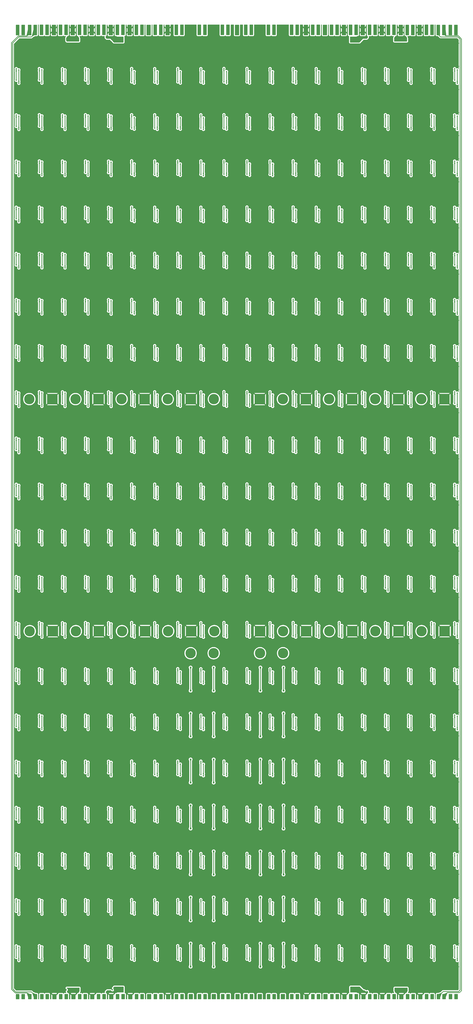
<source format=gbl>
G04 #@! TF.GenerationSoftware,KiCad,Pcbnew,7.0.6*
G04 #@! TF.CreationDate,2024-11-03T17:15:59-05:00*
G04 #@! TF.ProjectId,Center_Flex_V1,43656e74-6572-45f4-966c-65785f56312e,rev?*
G04 #@! TF.SameCoordinates,Original*
G04 #@! TF.FileFunction,Copper,L2,Bot*
G04 #@! TF.FilePolarity,Positive*
%FSLAX46Y46*%
G04 Gerber Fmt 4.6, Leading zero omitted, Abs format (unit mm)*
G04 Created by KiCad (PCBNEW 7.0.6) date 2024-11-03 17:15:59*
%MOMM*%
%LPD*%
G01*
G04 APERTURE LIST*
G04 Aperture macros list*
%AMRoundRect*
0 Rectangle with rounded corners*
0 $1 Rounding radius*
0 $2 $3 $4 $5 $6 $7 $8 $9 X,Y pos of 4 corners*
0 Add a 4 corners polygon primitive as box body*
4,1,4,$2,$3,$4,$5,$6,$7,$8,$9,$2,$3,0*
0 Add four circle primitives for the rounded corners*
1,1,$1+$1,$2,$3*
1,1,$1+$1,$4,$5*
1,1,$1+$1,$6,$7*
1,1,$1+$1,$8,$9*
0 Add four rect primitives between the rounded corners*
20,1,$1+$1,$2,$3,$4,$5,0*
20,1,$1+$1,$4,$5,$6,$7,0*
20,1,$1+$1,$6,$7,$8,$9,0*
20,1,$1+$1,$8,$9,$2,$3,0*%
G04 Aperture macros list end*
G04 #@! TA.AperFunction,SMDPad,CuDef*
%ADD10RoundRect,0.085000X-0.765000X-1.165000X0.765000X-1.165000X0.765000X1.165000X-0.765000X1.165000X0*%
G04 #@! TD*
G04 #@! TA.AperFunction,SMDPad,CuDef*
%ADD11RoundRect,0.100000X-0.900000X-1.150000X0.900000X-1.150000X0.900000X1.150000X-0.900000X1.150000X0*%
G04 #@! TD*
G04 #@! TA.AperFunction,SMDPad,CuDef*
%ADD12RoundRect,0.100000X0.900000X1.150000X-0.900000X1.150000X-0.900000X-1.150000X0.900000X-1.150000X0*%
G04 #@! TD*
G04 #@! TA.AperFunction,SMDPad,CuDef*
%ADD13RoundRect,0.085000X-0.765000X-2.415000X0.765000X-2.415000X0.765000X2.415000X-0.765000X2.415000X0*%
G04 #@! TD*
G04 #@! TA.AperFunction,ComponentPad*
%ADD14C,5.000000*%
G04 #@! TD*
G04 #@! TA.AperFunction,SMDPad,CuDef*
%ADD15RoundRect,0.100000X-0.900000X-2.400000X0.900000X-2.400000X0.900000X2.400000X-0.900000X2.400000X0*%
G04 #@! TD*
G04 #@! TA.AperFunction,ComponentPad*
%ADD16RoundRect,0.250000X-2.250000X-2.250000X2.250000X-2.250000X2.250000X2.250000X-2.250000X2.250000X0*%
G04 #@! TD*
G04 #@! TA.AperFunction,ViaPad*
%ADD17C,0.800000*%
G04 #@! TD*
G04 #@! TA.AperFunction,ViaPad*
%ADD18C,0.550000*%
G04 #@! TD*
G04 #@! TA.AperFunction,Conductor*
%ADD19C,0.320000*%
G04 #@! TD*
G04 APERTURE END LIST*
D10*
X617150000Y-673500000D03*
X619850000Y-673500000D03*
X611350000Y-673500000D03*
X614050000Y-673500000D03*
X412950000Y-673500000D03*
X415650000Y-673500000D03*
X407050000Y-673500000D03*
X409750000Y-673500000D03*
D11*
X602500000Y-673500000D03*
X593300000Y-673500000D03*
X574900000Y-673500000D03*
X556500000Y-673500000D03*
X513800000Y-673500000D03*
X470900000Y-673525000D03*
X452500000Y-673500000D03*
X434100000Y-673500000D03*
X584100000Y-673500000D03*
X565700000Y-673500000D03*
X547300000Y-673490000D03*
X480100000Y-673490000D03*
X461700000Y-673500000D03*
X443300000Y-673500000D03*
X424900000Y-673500000D03*
D12*
X502300000Y-673485000D03*
X491100000Y-673485000D03*
X535800000Y-673500000D03*
X524600000Y-673500000D03*
D10*
X559550000Y-673485000D03*
X562250000Y-673485000D03*
X550350000Y-673485000D03*
X553050000Y-673485000D03*
X540150000Y-673485000D03*
X542850000Y-673485000D03*
X528850000Y-673500000D03*
X531550000Y-673500000D03*
X517850000Y-673485000D03*
X520550000Y-673485000D03*
X506550000Y-673485000D03*
X509250000Y-673485000D03*
X495350000Y-673485000D03*
X498050000Y-673485000D03*
X484150000Y-673485000D03*
X486850000Y-673485000D03*
X473950000Y-673485000D03*
X476650000Y-673485000D03*
X464750000Y-673485000D03*
X467450000Y-673485000D03*
X455550000Y-673485000D03*
X458250000Y-673485000D03*
X446350000Y-673485000D03*
X449050000Y-673485000D03*
X437150000Y-673485000D03*
X439850000Y-673485000D03*
X427950000Y-673485000D03*
X430650000Y-673485000D03*
X418750000Y-673485000D03*
X421450000Y-673485000D03*
X605550000Y-673485000D03*
X608250000Y-673485000D03*
X596350000Y-673485000D03*
X599050000Y-673485000D03*
X587150000Y-673485000D03*
X589850000Y-673485000D03*
X577950000Y-673485000D03*
X580650000Y-673485000D03*
X568750000Y-673485000D03*
X571450000Y-673485000D03*
D13*
X617050000Y-204500000D03*
X619750000Y-204500000D03*
X611250000Y-204500000D03*
X613950000Y-204500000D03*
X412850000Y-204500000D03*
X415550000Y-204500000D03*
X407050000Y-204500000D03*
X409750000Y-204500000D03*
D14*
X412700000Y-383600000D03*
X435300000Y-496200000D03*
D15*
X556200000Y-204500000D03*
X547000000Y-204515000D03*
D14*
X558200000Y-383600000D03*
X491000000Y-506900000D03*
D16*
X491300000Y-496200000D03*
D15*
X424600000Y-204500000D03*
D13*
X568650000Y-204485000D03*
X571350000Y-204485000D03*
D14*
X535900000Y-496200000D03*
D15*
X443000000Y-204500000D03*
X593000000Y-204500000D03*
D14*
X480100000Y-496200000D03*
X457500000Y-383600000D03*
D13*
X540050000Y-204485000D03*
X542750000Y-204485000D03*
D16*
X468900000Y-496200000D03*
D14*
X502200000Y-506900000D03*
X558300000Y-496200000D03*
D16*
X524700000Y-496200000D03*
D13*
X473850000Y-204485000D03*
X476550000Y-204485000D03*
D14*
X479900000Y-383600000D03*
X535900000Y-506900000D03*
D16*
X423900000Y-383600000D03*
D14*
X580600000Y-383600000D03*
X603000000Y-383600000D03*
D16*
X614300000Y-496200000D03*
D15*
X574600000Y-204500000D03*
D14*
X502500000Y-496200000D03*
D13*
X446250000Y-204485000D03*
X448950000Y-204485000D03*
X596200000Y-204500000D03*
X598900000Y-204500000D03*
D15*
X470600000Y-204500000D03*
D16*
X547000000Y-383600000D03*
D15*
X461400000Y-204500000D03*
X565400000Y-204500000D03*
D14*
X535800000Y-383600000D03*
D13*
X418650000Y-204485000D03*
X421350000Y-204485000D03*
D16*
X591900000Y-496200000D03*
D13*
X437050000Y-204485000D03*
X439750000Y-204485000D03*
X559450000Y-204485000D03*
X562150000Y-204485000D03*
X464650000Y-204485000D03*
X467350000Y-204485000D03*
D16*
X524600000Y-383600000D03*
D13*
X506450000Y-204485000D03*
X509150000Y-204485000D03*
X427850000Y-204485000D03*
X430550000Y-204485000D03*
D16*
X591800000Y-383600000D03*
D13*
X528750000Y-204485000D03*
X531450000Y-204485000D03*
X605450000Y-204485000D03*
X608150000Y-204485000D03*
D16*
X547100000Y-496200000D03*
D14*
X603100000Y-496200000D03*
D16*
X424100000Y-496200000D03*
D15*
X452200000Y-204500000D03*
D16*
X614200000Y-383600000D03*
D13*
X495250000Y-204485000D03*
X497950000Y-204485000D03*
X550250000Y-204485000D03*
X552950000Y-204485000D03*
D16*
X569400000Y-383600000D03*
D14*
X435100000Y-383600000D03*
D16*
X491100000Y-383600000D03*
X446300000Y-383600000D03*
D13*
X484050000Y-204485000D03*
X486750000Y-204485000D03*
D16*
X468700000Y-383600000D03*
D14*
X412900000Y-496200000D03*
X502300000Y-383600000D03*
D15*
X479800000Y-204515000D03*
X602200000Y-204500000D03*
X583800000Y-204500000D03*
D13*
X455450000Y-204485000D03*
X458150000Y-204485000D03*
D15*
X433800000Y-204500000D03*
D16*
X569500000Y-496200000D03*
D15*
X513500000Y-204500000D03*
D13*
X587050000Y-204485000D03*
X589750000Y-204485000D03*
X577850000Y-204485000D03*
X580550000Y-204485000D03*
D16*
X446500000Y-496200000D03*
D13*
X517750000Y-204485000D03*
X520450000Y-204485000D03*
D14*
X524700000Y-506900000D03*
X580700000Y-496200000D03*
X457700000Y-496200000D03*
D17*
X418600000Y-202700000D03*
X418600000Y-204500000D03*
X418600000Y-206200000D03*
X421400000Y-202700000D03*
X421400000Y-204500000D03*
X421400000Y-206200000D03*
X427900000Y-202700000D03*
X427900000Y-204500000D03*
X427900000Y-206200000D03*
X430600000Y-202700000D03*
X430600000Y-204500000D03*
X430600000Y-206200000D03*
X437051000Y-202685000D03*
X437051000Y-204485000D03*
X437051000Y-206185000D03*
X439750707Y-202684293D03*
X439750707Y-204484293D03*
X439750707Y-206184293D03*
X446250707Y-202684293D03*
X446250707Y-204484293D03*
X446250707Y-206184293D03*
X449000000Y-202700000D03*
X449000000Y-204500000D03*
X449000000Y-206200000D03*
X455500000Y-202700000D03*
X455500000Y-204500000D03*
X455500000Y-206200000D03*
X458200000Y-202700000D03*
X458200000Y-204500000D03*
X458200000Y-206200000D03*
X464700000Y-202600000D03*
X464700000Y-204400000D03*
X464700000Y-206100000D03*
X467400000Y-202700000D03*
X467400000Y-204500000D03*
X467400000Y-206200000D03*
X470600000Y-202700000D03*
X470600000Y-204500000D03*
X470600000Y-206200000D03*
X473850000Y-202684000D03*
X473850000Y-204484000D03*
X473850000Y-206184000D03*
X476600000Y-202700000D03*
X476600000Y-204500000D03*
X476600000Y-206200000D03*
X484100000Y-202700000D03*
X484100000Y-204500000D03*
X484100000Y-206200000D03*
X486750707Y-202684293D03*
X486750707Y-204484293D03*
X486750707Y-206184293D03*
X497950707Y-202684293D03*
X497950707Y-204484293D03*
X497950707Y-206184293D03*
X495300000Y-202700000D03*
X495300000Y-204500000D03*
X495300000Y-206200000D03*
X506500000Y-202700000D03*
X506500000Y-204500000D03*
X506500000Y-206200000D03*
X509150707Y-202684293D03*
X509150707Y-204484293D03*
X509150707Y-206184293D03*
X513500000Y-202700000D03*
X513500000Y-204500000D03*
X513500000Y-206200000D03*
X517800000Y-202700000D03*
X517800000Y-204500000D03*
X517800000Y-206200000D03*
X520450707Y-202684293D03*
X520450707Y-204484293D03*
X520450707Y-206184293D03*
X542750707Y-202684293D03*
X542750707Y-204484293D03*
X542750707Y-206184293D03*
X540100000Y-202700000D03*
X540100000Y-204500000D03*
X540100000Y-206200000D03*
X531500000Y-202700000D03*
X531500000Y-204500000D03*
X531500000Y-206200000D03*
X528800000Y-202700000D03*
X528800000Y-204500000D03*
X528800000Y-206200000D03*
X608200000Y-202700000D03*
X608200000Y-204500000D03*
X608200000Y-206200000D03*
X605500000Y-202700000D03*
X605500000Y-204500000D03*
X605500000Y-206200000D03*
X599000000Y-202700000D03*
X599000000Y-204500000D03*
X599000000Y-206200000D03*
X596300000Y-202700000D03*
X596300000Y-204500000D03*
X596300000Y-206200000D03*
X589800000Y-202700000D03*
X589800000Y-204500000D03*
X589800000Y-206200000D03*
X587100000Y-202700000D03*
X587100000Y-204500000D03*
X587100000Y-206200000D03*
X580600000Y-202700000D03*
X580600000Y-204500000D03*
X580600000Y-206200000D03*
X577900000Y-202700000D03*
X577900000Y-204500000D03*
X577900000Y-206200000D03*
X571400000Y-202700000D03*
X571400000Y-204500000D03*
X571400000Y-206200000D03*
X568700000Y-202800000D03*
X568700000Y-204600000D03*
X568700000Y-206300000D03*
X562200000Y-202700000D03*
X562200000Y-204500000D03*
X562200000Y-206200000D03*
X559500000Y-202700000D03*
X559500000Y-204500000D03*
X559500000Y-206200000D03*
X556200000Y-202700000D03*
X556200000Y-204500000D03*
X556200000Y-206200000D03*
X552950000Y-202684000D03*
X552950000Y-204484000D03*
X552950000Y-206184000D03*
X550300000Y-204500000D03*
X550300000Y-202700000D03*
X550300000Y-206200000D03*
X619700000Y-204500000D03*
X619700000Y-202700000D03*
X619700000Y-206200000D03*
X617100000Y-204500000D03*
X617100000Y-202700000D03*
X617100000Y-206200000D03*
X613900000Y-204500000D03*
X613900000Y-202700000D03*
X613900000Y-206200000D03*
X611300000Y-204500000D03*
X611300000Y-202700000D03*
X611300000Y-206200000D03*
X619900000Y-673000000D03*
X619900000Y-674100000D03*
X617200000Y-673000000D03*
X617200000Y-674100000D03*
X614100000Y-673000000D03*
X614100000Y-674100000D03*
X611300000Y-673000000D03*
X611300000Y-674100000D03*
X407100000Y-202600000D03*
X407100000Y-204400000D03*
X407100000Y-206100000D03*
X409800000Y-202600000D03*
X409800000Y-204400000D03*
X409800000Y-206100000D03*
X412900000Y-202600000D03*
X412900000Y-204400000D03*
X412900000Y-206100000D03*
X415600000Y-202600000D03*
X415600000Y-204400000D03*
X415600000Y-206100000D03*
X407000000Y-673000000D03*
X407000000Y-674100000D03*
X409800000Y-673000000D03*
X409800000Y-674100000D03*
X413000000Y-673000000D03*
X413000000Y-674100000D03*
X415700000Y-673000000D03*
X415700000Y-674100000D03*
X470700000Y-673000000D03*
X470700000Y-674100000D03*
X556400000Y-673000000D03*
X556400000Y-674100000D03*
X513600000Y-673000000D03*
X513600000Y-674100000D03*
X605600000Y-673000000D03*
X605600000Y-674100000D03*
X608300000Y-673000000D03*
X608300000Y-674100000D03*
X596400000Y-673000000D03*
X596400000Y-674100000D03*
X599100000Y-673000000D03*
X599100000Y-674100000D03*
X587200000Y-673000000D03*
X587200000Y-674100000D03*
X589900000Y-673000000D03*
X589900000Y-674100000D03*
X578000000Y-673000000D03*
X578000000Y-674100000D03*
X580700000Y-673000000D03*
X580700000Y-674100000D03*
X568800000Y-673000000D03*
X568800000Y-674100000D03*
X571500000Y-673000000D03*
X571500000Y-674100000D03*
X559600000Y-673000000D03*
X559600000Y-674100000D03*
X562300000Y-673000000D03*
X562300000Y-674100000D03*
X550400000Y-672900000D03*
X550400000Y-674000000D03*
X553100000Y-672900000D03*
X553100000Y-674000000D03*
X540200000Y-673000000D03*
X540200000Y-674100000D03*
X542900000Y-673000000D03*
X542900000Y-674100000D03*
X528900000Y-673000000D03*
X528900000Y-674100000D03*
X531600000Y-673000000D03*
X531600000Y-674100000D03*
X517900000Y-673000000D03*
X517900000Y-674100000D03*
X520600000Y-673000000D03*
X520600000Y-674100000D03*
X506600000Y-673000000D03*
X506600000Y-674100000D03*
X509300000Y-673000000D03*
X509300000Y-674100000D03*
X495400000Y-673000000D03*
X495400000Y-674100000D03*
X498100000Y-673000000D03*
X498100000Y-674100000D03*
X484100000Y-673000000D03*
X484100000Y-674100000D03*
X486800000Y-673000000D03*
X486800000Y-674100000D03*
X474000000Y-673100000D03*
X474000000Y-674200000D03*
X476700000Y-673100000D03*
X476700000Y-674200000D03*
X464800000Y-673000000D03*
X464800000Y-674100000D03*
X467500000Y-673000000D03*
X467500000Y-674100000D03*
X455600000Y-673000000D03*
X455600000Y-674100000D03*
X458300000Y-673000000D03*
X458300000Y-674100000D03*
X446400000Y-673000000D03*
X446400000Y-674100000D03*
X449100000Y-673000000D03*
X449100000Y-674100000D03*
X437200000Y-673000000D03*
X437200000Y-674100000D03*
X439900000Y-673000000D03*
X439900000Y-674100000D03*
X428000000Y-673000000D03*
X428000000Y-674100000D03*
X430700000Y-673000000D03*
X430700000Y-674100000D03*
X421500000Y-673000000D03*
X421500000Y-674100000D03*
X418800000Y-673000000D03*
X418800000Y-674100000D03*
X502300000Y-673200000D03*
X502300000Y-674200000D03*
X524600000Y-673100000D03*
X524600000Y-674100000D03*
X535800000Y-673100000D03*
X535800000Y-674100000D03*
X491000000Y-673200000D03*
X491000000Y-674200000D03*
X573000000Y-670085000D03*
X569400000Y-208670000D03*
X593100000Y-204485000D03*
X593100000Y-208670000D03*
X574800000Y-674085000D03*
X572900000Y-208670000D03*
X593200000Y-672985000D03*
X434000000Y-672985000D03*
X455800000Y-208685000D03*
X433800000Y-206185000D03*
X432300000Y-670085000D03*
X593200000Y-674085000D03*
X595000000Y-670085000D03*
X452300000Y-206185000D03*
X593100000Y-202685000D03*
X455700000Y-670085000D03*
X452300000Y-202685000D03*
X591500000Y-670085000D03*
X593100000Y-206185000D03*
X594800000Y-208670000D03*
X434000000Y-670085000D03*
X454000000Y-670085000D03*
X574700000Y-204485000D03*
X574700000Y-206185000D03*
X571300000Y-670085000D03*
X433800000Y-208670000D03*
X569500000Y-670085000D03*
X433800000Y-202685000D03*
X457500000Y-208685000D03*
X574800000Y-672985000D03*
X432000000Y-208670000D03*
X434000000Y-674085000D03*
X452400000Y-674085000D03*
X433800000Y-204485000D03*
X457500000Y-670085000D03*
X571200000Y-208670000D03*
X435800000Y-670085000D03*
X452400000Y-672985000D03*
X452300000Y-204485000D03*
X454000000Y-208685000D03*
X593200000Y-670085000D03*
X574700000Y-202685000D03*
X591300000Y-208670000D03*
X435500000Y-208670000D03*
D18*
X430030000Y-635800000D03*
X553230000Y-658200000D03*
X518370000Y-590600000D03*
X563170000Y-624200000D03*
X553230000Y-411800000D03*
X531445000Y-356580000D03*
X506555000Y-612220000D03*
X497230000Y-367000000D03*
X475445000Y-300580000D03*
X475445000Y-602980000D03*
X461755000Y-623420000D03*
X475445000Y-278180000D03*
X475445000Y-423780000D03*
X530830000Y-333400000D03*
X452430000Y-411800000D03*
X461755000Y-634620000D03*
X497845000Y-289380000D03*
X462370000Y-489800000D03*
X517755000Y-455420000D03*
X417570000Y-657800000D03*
X620430000Y-367000000D03*
X507170000Y-568200000D03*
X621045000Y-401380000D03*
X453045000Y-222180000D03*
X553845000Y-300580000D03*
X506555000Y-623420000D03*
X517755000Y-231420000D03*
X453045000Y-289380000D03*
X439355000Y-209000000D03*
X507170000Y-232200000D03*
X417570000Y-209800000D03*
X584955000Y-242620000D03*
X453045000Y-334180000D03*
X408245000Y-255780000D03*
X430030000Y-344600000D03*
X598030000Y-445400000D03*
X563170000Y-568200000D03*
X621045000Y-255780000D03*
X439970000Y-568200000D03*
X584955000Y-309820000D03*
X407630000Y-322200000D03*
X584955000Y-365820000D03*
X517755000Y-377020000D03*
X461755000Y-612220000D03*
X607355000Y-377020000D03*
X575630000Y-243800000D03*
X475445000Y-266980000D03*
X497845000Y-546980000D03*
X585570000Y-646600000D03*
X585570000Y-254600000D03*
X607355000Y-500220000D03*
X584955000Y-578620000D03*
X620430000Y-423000000D03*
X408245000Y-614180000D03*
X553230000Y-479000000D03*
X408245000Y-490980000D03*
X506555000Y-421820000D03*
X563170000Y-299400000D03*
X563170000Y-579400000D03*
X408245000Y-401380000D03*
X417570000Y-232200000D03*
X540155000Y-455420000D03*
X439355000Y-489020000D03*
X584955000Y-477820000D03*
X497845000Y-255780000D03*
X607355000Y-421820000D03*
X475445000Y-558180000D03*
X620430000Y-535000000D03*
X598645000Y-670180000D03*
X507170000Y-221000000D03*
X430645000Y-233380000D03*
X506555000Y-567420000D03*
X621045000Y-210980000D03*
X452430000Y-355800000D03*
X407630000Y-434200000D03*
X621045000Y-625380000D03*
X563170000Y-232200000D03*
X453045000Y-546980000D03*
D17*
X461400000Y-206185000D03*
D18*
X598645000Y-289380000D03*
X517755000Y-287420000D03*
X497230000Y-266200000D03*
X474830000Y-378200000D03*
X474830000Y-311000000D03*
X598645000Y-580580000D03*
X584955000Y-343420000D03*
X585570000Y-333000000D03*
X540770000Y-209780000D03*
X607355000Y-455420000D03*
X430030000Y-647000000D03*
X531445000Y-647780000D03*
X607355000Y-444220000D03*
X553230000Y-546200000D03*
X607970000Y-669000000D03*
X430645000Y-322980000D03*
X518370000Y-545800000D03*
X518370000Y-321800000D03*
X607970000Y-635400000D03*
X475445000Y-625380000D03*
X407630000Y-445400000D03*
X575630000Y-523800000D03*
X417570000Y-489800000D03*
X453045000Y-647780000D03*
X507170000Y-433800000D03*
X540770000Y-601800000D03*
X506555000Y-253820000D03*
X462370000Y-456200000D03*
X540155000Y-477820000D03*
X453045000Y-244580000D03*
X540770000Y-377800000D03*
X497230000Y-535000000D03*
X461755000Y-545020000D03*
X518370000Y-299400000D03*
X531445000Y-233380000D03*
X517755000Y-365820000D03*
X506555000Y-209000000D03*
X497845000Y-434980000D03*
X439355000Y-567420000D03*
X416955000Y-601020000D03*
X540770000Y-624200000D03*
X408245000Y-602980000D03*
X553230000Y-647000000D03*
X540155000Y-388220000D03*
X620430000Y-210200000D03*
X430645000Y-289380000D03*
X530830000Y-456600000D03*
X484770000Y-377800000D03*
X621045000Y-479780000D03*
X430030000Y-613400000D03*
X408245000Y-591780000D03*
X540155000Y-332220000D03*
X598645000Y-334180000D03*
X531445000Y-401380000D03*
X553845000Y-311780000D03*
X585570000Y-389000000D03*
X518370000Y-254600000D03*
X540155000Y-657020000D03*
X563170000Y-512200000D03*
X598645000Y-614180000D03*
X507170000Y-344200000D03*
X497230000Y-277400000D03*
X518370000Y-209780000D03*
X430645000Y-412580000D03*
X607970000Y-523400000D03*
X585570000Y-601800000D03*
X585570000Y-299400000D03*
X553230000Y-232600000D03*
X620430000Y-579800000D03*
D17*
X565400000Y-202785000D03*
D18*
X607355000Y-556220000D03*
X484155000Y-421820000D03*
X584955000Y-377020000D03*
X598645000Y-412580000D03*
X475445000Y-502180000D03*
X408245000Y-378980000D03*
X598030000Y-434200000D03*
X507170000Y-501000000D03*
X584955000Y-388220000D03*
X507170000Y-613000000D03*
X553230000Y-557400000D03*
X517755000Y-265020000D03*
X475445000Y-244580000D03*
X518370000Y-568200000D03*
X620430000Y-434200000D03*
X407630000Y-512600000D03*
X531445000Y-222180000D03*
X517755000Y-634620000D03*
X598030000Y-479000000D03*
X575630000Y-411800000D03*
X553230000Y-669400000D03*
X453045000Y-558180000D03*
X598030000Y-288600000D03*
D17*
X461400000Y-202685000D03*
D18*
X452430000Y-221400000D03*
X584955000Y-298620000D03*
X484155000Y-321020000D03*
X416955000Y-612220000D03*
X497230000Y-288600000D03*
X553230000Y-355800000D03*
X417570000Y-624200000D03*
X474830000Y-367000000D03*
X540155000Y-668220000D03*
X540155000Y-399420000D03*
X576245000Y-401380000D03*
X562555000Y-645820000D03*
X461755000Y-388220000D03*
X621045000Y-558180000D03*
X585570000Y-456200000D03*
X407630000Y-624600000D03*
X439970000Y-534600000D03*
X497845000Y-614180000D03*
X474830000Y-658200000D03*
X598030000Y-490200000D03*
X474830000Y-535000000D03*
X439970000Y-478600000D03*
X416955000Y-466620000D03*
X620430000Y-624600000D03*
X575630000Y-557400000D03*
X620430000Y-299800000D03*
X507170000Y-523400000D03*
X607970000Y-545800000D03*
X540155000Y-444220000D03*
D17*
X602300000Y-674085000D03*
D18*
X461755000Y-399420000D03*
X517755000Y-354620000D03*
X497230000Y-232600000D03*
X474830000Y-266200000D03*
X430030000Y-535000000D03*
X439355000Y-276220000D03*
X607355000Y-477820000D03*
X576245000Y-502180000D03*
X462370000Y-545800000D03*
D17*
X461400000Y-204485000D03*
D18*
X484155000Y-589820000D03*
X417570000Y-254600000D03*
X506555000Y-601020000D03*
X439970000Y-646600000D03*
X474830000Y-322200000D03*
X474830000Y-490200000D03*
X430645000Y-356580000D03*
X439970000Y-613000000D03*
X607970000Y-321800000D03*
X430645000Y-670180000D03*
X518370000Y-489800000D03*
X484770000Y-624200000D03*
X530830000Y-255000000D03*
X607970000Y-557000000D03*
X562555000Y-545020000D03*
D17*
X479800000Y-202700000D03*
D18*
X620430000Y-266200000D03*
X430645000Y-490980000D03*
X598645000Y-479780000D03*
X497230000Y-456600000D03*
X462370000Y-389000000D03*
X540770000Y-545800000D03*
X553845000Y-457380000D03*
X484155000Y-354620000D03*
X452430000Y-624600000D03*
X462370000Y-277000000D03*
X553230000Y-613400000D03*
X506555000Y-645820000D03*
X439355000Y-309820000D03*
X553845000Y-367780000D03*
X607970000Y-568200000D03*
X576245000Y-367780000D03*
X474830000Y-445400000D03*
X553230000Y-288600000D03*
X598645000Y-535780000D03*
X576245000Y-378980000D03*
X439970000Y-265800000D03*
X474830000Y-434200000D03*
X452430000Y-299800000D03*
X575630000Y-378200000D03*
X439355000Y-410620000D03*
X430030000Y-277400000D03*
X439355000Y-253820000D03*
X475445000Y-580580000D03*
X461755000Y-231420000D03*
X506555000Y-444220000D03*
X416955000Y-511420000D03*
X453045000Y-266980000D03*
X576245000Y-524580000D03*
X461755000Y-332220000D03*
X517755000Y-556220000D03*
X531445000Y-524580000D03*
X453045000Y-446180000D03*
X452430000Y-579800000D03*
X620430000Y-322200000D03*
X621045000Y-502180000D03*
X598645000Y-647780000D03*
X530830000Y-602200000D03*
X598030000Y-243800000D03*
X461755000Y-489020000D03*
X497845000Y-636580000D03*
X517755000Y-332220000D03*
X540155000Y-265020000D03*
X452430000Y-445400000D03*
X430645000Y-401380000D03*
X416955000Y-242620000D03*
X417570000Y-635400000D03*
X430030000Y-546200000D03*
X598645000Y-490980000D03*
D17*
X583800000Y-206185000D03*
D18*
X607355000Y-623420000D03*
X453045000Y-345380000D03*
X563170000Y-310600000D03*
X474830000Y-647000000D03*
X452430000Y-344600000D03*
X484155000Y-231420000D03*
X607355000Y-634620000D03*
X439970000Y-489800000D03*
X553230000Y-221400000D03*
X576245000Y-647780000D03*
X461755000Y-433020000D03*
X506555000Y-477820000D03*
X461755000Y-567420000D03*
X475445000Y-210980000D03*
X585570000Y-501000000D03*
X408245000Y-468580000D03*
X507170000Y-333000000D03*
X484155000Y-511420000D03*
X439970000Y-557000000D03*
D17*
X443200000Y-674085000D03*
D18*
X585570000Y-467400000D03*
X453045000Y-423780000D03*
X607355000Y-489020000D03*
X416955000Y-477820000D03*
X452430000Y-602200000D03*
X416955000Y-321020000D03*
X540770000Y-557000000D03*
X462370000Y-299400000D03*
X452430000Y-266200000D03*
X531445000Y-367780000D03*
X530830000Y-568600000D03*
X575630000Y-456600000D03*
X530830000Y-210200000D03*
X507170000Y-366600000D03*
X576245000Y-289380000D03*
X408245000Y-446180000D03*
X621045000Y-468580000D03*
X452430000Y-322200000D03*
X553230000Y-456600000D03*
X575630000Y-647000000D03*
X417570000Y-590600000D03*
X553845000Y-614180000D03*
X621045000Y-602980000D03*
X475445000Y-356580000D03*
X563170000Y-445000000D03*
X517755000Y-399420000D03*
X585570000Y-523400000D03*
X416955000Y-231420000D03*
X497230000Y-411800000D03*
X576245000Y-412580000D03*
X598030000Y-579800000D03*
X553845000Y-378980000D03*
X430030000Y-243800000D03*
X462370000Y-657800000D03*
X518370000Y-366600000D03*
X475445000Y-378980000D03*
X474830000Y-232600000D03*
X497845000Y-244580000D03*
X562555000Y-533820000D03*
D17*
X565400000Y-204585000D03*
D18*
X584955000Y-444220000D03*
X430030000Y-299800000D03*
X506555000Y-220220000D03*
X598030000Y-322200000D03*
X475445000Y-367780000D03*
X497230000Y-479000000D03*
X553845000Y-423780000D03*
X453045000Y-322980000D03*
X507170000Y-489800000D03*
X540770000Y-489800000D03*
X530830000Y-501400000D03*
X517755000Y-545020000D03*
X607970000Y-232200000D03*
X497845000Y-412580000D03*
X407630000Y-546200000D03*
X553845000Y-636580000D03*
X439970000Y-657800000D03*
X462370000Y-243400000D03*
X562555000Y-321020000D03*
X407630000Y-647000000D03*
X562555000Y-634620000D03*
X407630000Y-501400000D03*
X497845000Y-479780000D03*
X484770000Y-456200000D03*
X417570000Y-411400000D03*
X484770000Y-579400000D03*
X553230000Y-467800000D03*
X562555000Y-500220000D03*
X407630000Y-232600000D03*
X553845000Y-535780000D03*
X484770000Y-422600000D03*
X576245000Y-255780000D03*
X439970000Y-433800000D03*
X531445000Y-502180000D03*
X416955000Y-421820000D03*
X439970000Y-422600000D03*
X585570000Y-433800000D03*
X408245000Y-625380000D03*
X408245000Y-457380000D03*
X598030000Y-613400000D03*
X452430000Y-523800000D03*
X408200000Y-669699500D03*
X439355000Y-556220000D03*
X553845000Y-558180000D03*
X576245000Y-670180000D03*
X462370000Y-635400000D03*
X530830000Y-389400000D03*
X430030000Y-423000000D03*
X563170000Y-344200000D03*
X461755000Y-500220000D03*
X562555000Y-612220000D03*
X540770000Y-613000000D03*
X620430000Y-411800000D03*
X453045000Y-524580000D03*
X607970000Y-400200000D03*
X584955000Y-433020000D03*
X540770000Y-669000000D03*
X585570000Y-635400000D03*
X407630000Y-467800000D03*
X462370000Y-400200000D03*
X439355000Y-578620000D03*
X517755000Y-589820000D03*
X439970000Y-366600000D03*
X416955000Y-589820000D03*
X540770000Y-467400000D03*
X497845000Y-390180000D03*
X563170000Y-422600000D03*
X562555000Y-444220000D03*
X484155000Y-399420000D03*
X439970000Y-254600000D03*
X453045000Y-468580000D03*
X417570000Y-512200000D03*
X518370000Y-456200000D03*
X416955000Y-253820000D03*
X475445000Y-222180000D03*
X430030000Y-591000000D03*
X497845000Y-513380000D03*
X439970000Y-344200000D03*
X452430000Y-333400000D03*
X531445000Y-289380000D03*
X452430000Y-613400000D03*
X517755000Y-309820000D03*
X607355000Y-657020000D03*
X453045000Y-513380000D03*
X417570000Y-478600000D03*
X430030000Y-333400000D03*
X530830000Y-467800000D03*
X408245000Y-222180000D03*
X562555000Y-309820000D03*
X474830000Y-210200000D03*
X439970000Y-411400000D03*
X553845000Y-390180000D03*
X453045000Y-390180000D03*
X576245000Y-658980000D03*
X506555000Y-533820000D03*
X474830000Y-591000000D03*
X461755000Y-511420000D03*
X484155000Y-533820000D03*
X553230000Y-501400000D03*
X607970000Y-277000000D03*
X620430000Y-456600000D03*
X530830000Y-445400000D03*
X484155000Y-657020000D03*
X517755000Y-444220000D03*
X540155000Y-623420000D03*
D17*
X424600000Y-204485000D03*
D18*
X484155000Y-612220000D03*
X598645000Y-233380000D03*
D17*
X602200000Y-204585000D03*
D18*
X540770000Y-299400000D03*
X585570000Y-277000000D03*
X430030000Y-232600000D03*
X540155000Y-287420000D03*
X530830000Y-512600000D03*
X620430000Y-635800000D03*
X416955000Y-433020000D03*
X598030000Y-355800000D03*
X462370000Y-624200000D03*
X585570000Y-422600000D03*
X430645000Y-222180000D03*
X417570000Y-557000000D03*
X575630000Y-613400000D03*
X517755000Y-388220000D03*
X408245000Y-210980000D03*
X416955000Y-332220000D03*
X416955000Y-399420000D03*
X562555000Y-433020000D03*
X598645000Y-625380000D03*
X461755000Y-276220000D03*
X598030000Y-333400000D03*
D17*
X583900000Y-672985000D03*
D18*
X553230000Y-322200000D03*
X576245000Y-513380000D03*
X506555000Y-511420000D03*
X584955000Y-545020000D03*
X562555000Y-522620000D03*
X575630000Y-277400000D03*
X563170000Y-501000000D03*
X540770000Y-254600000D03*
X497230000Y-568600000D03*
X576245000Y-468580000D03*
X531445000Y-378980000D03*
X417570000Y-389000000D03*
X553230000Y-512600000D03*
X407630000Y-579800000D03*
X506555000Y-276220000D03*
D17*
X443200000Y-672985000D03*
D18*
X462370000Y-209900000D03*
X475445000Y-636580000D03*
X518370000Y-467400000D03*
X553230000Y-344600000D03*
X598030000Y-344600000D03*
X430030000Y-624600000D03*
X598645000Y-434980000D03*
X507170000Y-400200000D03*
X484770000Y-467400000D03*
X620430000Y-344600000D03*
X518370000Y-512200000D03*
X540155000Y-601020000D03*
X517755000Y-522620000D03*
X598030000Y-535000000D03*
X461755000Y-556220000D03*
X621045000Y-278180000D03*
X575630000Y-299800000D03*
X553845000Y-434980000D03*
X517755000Y-466620000D03*
X562555000Y-231420000D03*
X620430000Y-490200000D03*
X531445000Y-423780000D03*
X430645000Y-569380000D03*
X553845000Y-233380000D03*
X430645000Y-423780000D03*
X540155000Y-522620000D03*
X576245000Y-569380000D03*
X484155000Y-567420000D03*
X416955000Y-377020000D03*
X507170000Y-534600000D03*
X620430000Y-311000000D03*
X607355000Y-668220000D03*
X461755000Y-410620000D03*
X439355000Y-612220000D03*
X407630000Y-288600000D03*
X439970000Y-501000000D03*
X607970000Y-601800000D03*
X598030000Y-647000000D03*
X584955000Y-511420000D03*
X607970000Y-501000000D03*
X507170000Y-657800000D03*
X497230000Y-591000000D03*
X430030000Y-367000000D03*
X452430000Y-669400000D03*
X530830000Y-434200000D03*
X562555000Y-287420000D03*
X462370000Y-523400000D03*
X484770000Y-613000000D03*
X408245000Y-278180000D03*
X452430000Y-367000000D03*
X461755000Y-354620000D03*
X407630000Y-456600000D03*
X439355000Y-522620000D03*
X417570000Y-523400000D03*
D17*
X583900000Y-674085000D03*
D18*
X575630000Y-221400000D03*
X562555000Y-556220000D03*
X563170000Y-534600000D03*
D17*
X583800000Y-204485000D03*
D18*
X517755000Y-321020000D03*
X530830000Y-400600000D03*
X484155000Y-578620000D03*
X430030000Y-523800000D03*
X576245000Y-345380000D03*
X598030000Y-658200000D03*
X461755000Y-321020000D03*
X453045000Y-367780000D03*
X474830000Y-333400000D03*
X540155000Y-511420000D03*
X439355000Y-433020000D03*
X507170000Y-478600000D03*
X461755000Y-522620000D03*
X517755000Y-578620000D03*
X430030000Y-445400000D03*
X563170000Y-433800000D03*
X598030000Y-467800000D03*
X584955000Y-332220000D03*
X507170000Y-411400000D03*
X518370000Y-221000000D03*
X506555000Y-455420000D03*
X607970000Y-344200000D03*
X584955000Y-220220000D03*
X598645000Y-222180000D03*
X474830000Y-221400000D03*
D17*
X602200000Y-202785000D03*
D18*
X484770000Y-321800000D03*
X598645000Y-658980000D03*
X497230000Y-423000000D03*
X475445000Y-647780000D03*
X620430000Y-557400000D03*
X540770000Y-288200000D03*
X430030000Y-322200000D03*
X474830000Y-243800000D03*
X621045000Y-300580000D03*
X430030000Y-579800000D03*
X553845000Y-670180000D03*
X530830000Y-669400000D03*
X585570000Y-657800000D03*
X584955000Y-321020000D03*
X562555000Y-567420000D03*
X584955000Y-533820000D03*
X530830000Y-411800000D03*
X584955000Y-287420000D03*
X408245000Y-647780000D03*
X408245000Y-311780000D03*
X439970000Y-299400000D03*
X530830000Y-355800000D03*
X453045000Y-479780000D03*
X484155000Y-209020000D03*
X484770000Y-389000000D03*
X530830000Y-277400000D03*
D17*
X479800000Y-204500000D03*
D18*
X530830000Y-647000000D03*
X416955000Y-645820000D03*
X475445000Y-490980000D03*
X517755000Y-623420000D03*
X584955000Y-399420000D03*
X474830000Y-546200000D03*
X430030000Y-210200000D03*
X575630000Y-434200000D03*
X621045000Y-524580000D03*
X517755000Y-253820000D03*
X407630000Y-311000000D03*
X598030000Y-523800000D03*
X576245000Y-602980000D03*
X598645000Y-255780000D03*
X607970000Y-579400000D03*
X407630000Y-423000000D03*
X497230000Y-378200000D03*
X607970000Y-467400000D03*
X462370000Y-232200000D03*
X430030000Y-490200000D03*
X530830000Y-613400000D03*
X607970000Y-355400000D03*
X531445000Y-490980000D03*
X430030000Y-557400000D03*
X506555000Y-556220000D03*
X620430000Y-389400000D03*
X506555000Y-231420000D03*
X607355000Y-253820000D03*
X430030000Y-456600000D03*
X540155000Y-231420000D03*
X585570000Y-221000000D03*
X553845000Y-334180000D03*
X585570000Y-489800000D03*
X497845000Y-266980000D03*
X598645000Y-569380000D03*
X553845000Y-266980000D03*
X484155000Y-545020000D03*
X506555000Y-489020000D03*
X497845000Y-345380000D03*
X453045000Y-591780000D03*
X462370000Y-467400000D03*
X416955000Y-343420000D03*
X497230000Y-602200000D03*
X506555000Y-668220000D03*
X461755000Y-601020000D03*
X408245000Y-390180000D03*
X497230000Y-255000000D03*
X562555000Y-578620000D03*
X576245000Y-322980000D03*
X621045000Y-412580000D03*
X462370000Y-344200000D03*
X430030000Y-266200000D03*
X563170000Y-400200000D03*
X416955000Y-298620000D03*
X462370000Y-310600000D03*
X453045000Y-210980000D03*
X531445000Y-434980000D03*
X540770000Y-422600000D03*
X563170000Y-321800000D03*
X562555000Y-421820000D03*
X607970000Y-377800000D03*
X530830000Y-344600000D03*
X518370000Y-646600000D03*
X576245000Y-266980000D03*
X517755000Y-276220000D03*
X484770000Y-512200000D03*
X584955000Y-567420000D03*
X621045000Y-535780000D03*
X462370000Y-579400000D03*
X474830000Y-669400000D03*
X553230000Y-434200000D03*
X416955000Y-500220000D03*
X474830000Y-467800000D03*
X553845000Y-345380000D03*
X461755000Y-287420000D03*
X484770000Y-310600000D03*
X563170000Y-601800000D03*
X430645000Y-602980000D03*
X417570000Y-456200000D03*
X452430000Y-210200000D03*
X430030000Y-221400000D03*
X576245000Y-614180000D03*
X461755000Y-455420000D03*
X598030000Y-591000000D03*
X563170000Y-489800000D03*
X474830000Y-355800000D03*
X462370000Y-478600000D03*
X585570000Y-243400000D03*
X540770000Y-243400000D03*
X518370000Y-534600000D03*
X439970000Y-232200000D03*
X621045000Y-446180000D03*
X475445000Y-289380000D03*
X497845000Y-468580000D03*
X563170000Y-411400000D03*
X407630000Y-535000000D03*
X531445000Y-390180000D03*
X439355000Y-343420000D03*
X484155000Y-343420000D03*
X563170000Y-254600000D03*
X607355000Y-601020000D03*
X408245000Y-244580000D03*
X598030000Y-546200000D03*
X531445000Y-658980000D03*
X562555000Y-253820000D03*
X575630000Y-322200000D03*
X540155000Y-253820000D03*
X462370000Y-288200000D03*
X475445000Y-390180000D03*
X607355000Y-276220000D03*
X531445000Y-636580000D03*
X452430000Y-311000000D03*
X540770000Y-445000000D03*
X607355000Y-354620000D03*
X553230000Y-523800000D03*
X507170000Y-467400000D03*
X474830000Y-635800000D03*
X563170000Y-288200000D03*
X439970000Y-277000000D03*
X439355000Y-645820000D03*
X620430000Y-591000000D03*
X452430000Y-490200000D03*
X484155000Y-298620000D03*
X439355000Y-634620000D03*
X576245000Y-390180000D03*
X621045000Y-311780000D03*
X540155000Y-209000000D03*
X621045000Y-222180000D03*
X430030000Y-389400000D03*
X598030000Y-456600000D03*
X439355000Y-321020000D03*
X540770000Y-579400000D03*
X531445000Y-513380000D03*
X598645000Y-367780000D03*
X462370000Y-590600000D03*
X452430000Y-557400000D03*
X540155000Y-612220000D03*
X484770000Y-669000000D03*
X598030000Y-423000000D03*
X598645000Y-401380000D03*
X439355000Y-545020000D03*
X598645000Y-278180000D03*
X530830000Y-523800000D03*
X407630000Y-557400000D03*
X484770000Y-333000000D03*
X575630000Y-579800000D03*
X430645000Y-390180000D03*
X497230000Y-445400000D03*
X452430000Y-423000000D03*
X452430000Y-479000000D03*
X497845000Y-625380000D03*
X598030000Y-669400000D03*
X497230000Y-579800000D03*
X517755000Y-601020000D03*
X563170000Y-366600000D03*
X453100000Y-670200000D03*
X576245000Y-446180000D03*
X531445000Y-625380000D03*
X575630000Y-288600000D03*
X575630000Y-311000000D03*
X462370000Y-254600000D03*
X553845000Y-569380000D03*
X453045000Y-457380000D03*
D17*
X461600000Y-672985000D03*
D18*
X407630000Y-277400000D03*
X575630000Y-367000000D03*
D17*
X424800000Y-674085000D03*
D18*
X506555000Y-377020000D03*
X474830000Y-568600000D03*
X507170000Y-254600000D03*
X553845000Y-322980000D03*
X474830000Y-613400000D03*
X540770000Y-344200000D03*
X530830000Y-479000000D03*
X562555000Y-623420000D03*
X517755000Y-489020000D03*
X408245000Y-434980000D03*
X430645000Y-345380000D03*
X607355000Y-287420000D03*
X416955000Y-578620000D03*
X540155000Y-421820000D03*
X462370000Y-366600000D03*
X453045000Y-535780000D03*
X430645000Y-546980000D03*
X417570000Y-333000000D03*
X607355000Y-242620000D03*
X430645000Y-278180000D03*
X430030000Y-501400000D03*
X576245000Y-580580000D03*
X452430000Y-232600000D03*
X507170000Y-512200000D03*
X439970000Y-512200000D03*
X439970000Y-579400000D03*
X439970000Y-321800000D03*
X531445000Y-591780000D03*
X453045000Y-658980000D03*
X584955000Y-522620000D03*
X517755000Y-511420000D03*
X553230000Y-423000000D03*
X407630000Y-333400000D03*
X598645000Y-457380000D03*
X417570000Y-321800000D03*
X497230000Y-635800000D03*
X585570000Y-669000000D03*
X540155000Y-500220000D03*
X518370000Y-478600000D03*
X416955000Y-287420000D03*
X439970000Y-590600000D03*
X562555000Y-276220000D03*
X461755000Y-657020000D03*
X598645000Y-300580000D03*
X474830000Y-299800000D03*
X417570000Y-467400000D03*
X484155000Y-466620000D03*
X475445000Y-311780000D03*
X540155000Y-410620000D03*
X417570000Y-445000000D03*
X540155000Y-634620000D03*
X598645000Y-513380000D03*
X462370000Y-613000000D03*
X584955000Y-209000000D03*
X585570000Y-579400000D03*
X417570000Y-422600000D03*
X497845000Y-647780000D03*
X506555000Y-309820000D03*
D17*
X547200000Y-672975000D03*
D18*
X585570000Y-209780000D03*
X585570000Y-377800000D03*
X575630000Y-591000000D03*
X484155000Y-455420000D03*
X439355000Y-265020000D03*
X474830000Y-423000000D03*
X506555000Y-578620000D03*
X531445000Y-468580000D03*
X576245000Y-558180000D03*
X540770000Y-568200000D03*
X484770000Y-568200000D03*
X497230000Y-311000000D03*
X585570000Y-624200000D03*
X621045000Y-647780000D03*
X540155000Y-589820000D03*
X497845000Y-524580000D03*
X562555000Y-477820000D03*
X553845000Y-502180000D03*
X452430000Y-277400000D03*
X585570000Y-355400000D03*
X507170000Y-635400000D03*
X408800000Y-669800000D03*
X607355000Y-365820000D03*
X575630000Y-669400000D03*
X621045000Y-457380000D03*
X475445000Y-345380000D03*
X484155000Y-668220000D03*
X453045000Y-614180000D03*
X484155000Y-634620000D03*
X540155000Y-578620000D03*
X585570000Y-310600000D03*
X553230000Y-624600000D03*
X497845000Y-322980000D03*
X576245000Y-636580000D03*
X517755000Y-421820000D03*
X430645000Y-625380000D03*
X553845000Y-479780000D03*
X461755000Y-466620000D03*
X553845000Y-412580000D03*
X497230000Y-389400000D03*
X497230000Y-613400000D03*
X562555000Y-377020000D03*
X484770000Y-601800000D03*
X563170000Y-590600000D03*
X607970000Y-389000000D03*
X439970000Y-288200000D03*
X484155000Y-500220000D03*
X439970000Y-467400000D03*
X575630000Y-658200000D03*
X585570000Y-590600000D03*
X540155000Y-276220000D03*
X430645000Y-558180000D03*
X607355000Y-220220000D03*
X575630000Y-479000000D03*
X416955000Y-567420000D03*
X417570000Y-355400000D03*
X461755000Y-668220000D03*
X620430000Y-546200000D03*
X540770000Y-433800000D03*
X518370000Y-232200000D03*
X453045000Y-412580000D03*
X607355000Y-410620000D03*
X484770000Y-299400000D03*
X453045000Y-311780000D03*
X563170000Y-467400000D03*
X621045000Y-244580000D03*
X607355000Y-332220000D03*
X408245000Y-502180000D03*
X416955000Y-668220000D03*
X530830000Y-311000000D03*
X585570000Y-568200000D03*
X430030000Y-411800000D03*
X507170000Y-646600000D03*
X439355000Y-533820000D03*
X407630000Y-490200000D03*
X620430000Y-243800000D03*
X553845000Y-490980000D03*
X452430000Y-658200000D03*
X518370000Y-579400000D03*
X417570000Y-299400000D03*
X585570000Y-232200000D03*
X416955000Y-276220000D03*
X506555000Y-388220000D03*
X607355000Y-533820000D03*
X462370000Y-265800000D03*
X453045000Y-401380000D03*
X553230000Y-602200000D03*
X430030000Y-602200000D03*
X417570000Y-601800000D03*
X540770000Y-411400000D03*
X607355000Y-343420000D03*
X407630000Y-602200000D03*
X518370000Y-344200000D03*
X530830000Y-546200000D03*
X452430000Y-434200000D03*
X576245000Y-479780000D03*
X540155000Y-377020000D03*
X540155000Y-645820000D03*
X475445000Y-322980000D03*
X439355000Y-354620000D03*
X484770000Y-445000000D03*
X497230000Y-501400000D03*
X407630000Y-221400000D03*
X621045000Y-580580000D03*
X540155000Y-466620000D03*
X484770000Y-433800000D03*
X484770000Y-411400000D03*
X562555000Y-489020000D03*
X563170000Y-221000000D03*
X553230000Y-579800000D03*
X530830000Y-221400000D03*
X584955000Y-253820000D03*
X475445000Y-569380000D03*
X408245000Y-233380000D03*
X576245000Y-222180000D03*
X620430000Y-255000000D03*
X621045000Y-591780000D03*
X553845000Y-647780000D03*
X474830000Y-288600000D03*
X553845000Y-591780000D03*
X553845000Y-468580000D03*
X474830000Y-344600000D03*
X461755000Y-421820000D03*
X452430000Y-546200000D03*
X417570000Y-277000000D03*
X598645000Y-378980000D03*
X584955000Y-354620000D03*
X439355000Y-365820000D03*
X607200000Y-208700000D03*
X531445000Y-446180000D03*
X497845000Y-311780000D03*
X497845000Y-233380000D03*
X474830000Y-501400000D03*
X452430000Y-243800000D03*
X439970000Y-669000000D03*
X507170000Y-288200000D03*
X607355000Y-545020000D03*
X598645000Y-546980000D03*
X575630000Y-490200000D03*
X475445000Y-401380000D03*
X439355000Y-657020000D03*
X530830000Y-658200000D03*
X439970000Y-445000000D03*
X530830000Y-557400000D03*
X607970000Y-489800000D03*
X497845000Y-558180000D03*
D17*
X443000000Y-206185000D03*
D18*
X620430000Y-501400000D03*
X408245000Y-513380000D03*
X576245000Y-423780000D03*
X531445000Y-479780000D03*
X518370000Y-288200000D03*
X497230000Y-434200000D03*
X439970000Y-545800000D03*
X518370000Y-624200000D03*
X430645000Y-334180000D03*
X475445000Y-670180000D03*
X484770000Y-590600000D03*
X417570000Y-433800000D03*
X430030000Y-479000000D03*
X598645000Y-322980000D03*
X462370000Y-501000000D03*
X540770000Y-265800000D03*
X553230000Y-367000000D03*
X531445000Y-457380000D03*
X598030000Y-232600000D03*
X540155000Y-309820000D03*
X462370000Y-669000000D03*
X439355000Y-668220000D03*
X575630000Y-210200000D03*
X540155000Y-545020000D03*
X462370000Y-568200000D03*
X585570000Y-321800000D03*
X416955000Y-623420000D03*
X475445000Y-658980000D03*
X484770000Y-209800000D03*
X408245000Y-569380000D03*
X607970000Y-411400000D03*
X598030000Y-557400000D03*
X562555000Y-365820000D03*
X553845000Y-580580000D03*
X553230000Y-255000000D03*
X562555000Y-388220000D03*
X497230000Y-467800000D03*
X497230000Y-669400000D03*
X518370000Y-377800000D03*
X575630000Y-546200000D03*
X407630000Y-255000000D03*
X497845000Y-591780000D03*
X484155000Y-489020000D03*
X439970000Y-601800000D03*
X607970000Y-657800000D03*
X407630000Y-243800000D03*
D17*
X443000000Y-204485000D03*
D18*
X484770000Y-545800000D03*
X507170000Y-545800000D03*
X620430000Y-221400000D03*
X598030000Y-389400000D03*
X407630000Y-411800000D03*
X506555000Y-657020000D03*
X408245000Y-266980000D03*
X439970000Y-523400000D03*
X531445000Y-602980000D03*
X517755000Y-533820000D03*
X584955000Y-634620000D03*
X407630000Y-367000000D03*
X563170000Y-456200000D03*
X430645000Y-378980000D03*
X462370000Y-422600000D03*
X598645000Y-468580000D03*
X607355000Y-399420000D03*
X563170000Y-613000000D03*
X621045000Y-390180000D03*
X452430000Y-535000000D03*
X475445000Y-614180000D03*
X584955000Y-500220000D03*
X563170000Y-557000000D03*
X484770000Y-489800000D03*
X453045000Y-569380000D03*
X531445000Y-322980000D03*
X452430000Y-635800000D03*
X607355000Y-567420000D03*
X475445000Y-233380000D03*
X607970000Y-512200000D03*
X553230000Y-535000000D03*
X497845000Y-670180000D03*
X430645000Y-614180000D03*
X475445000Y-457380000D03*
X439970000Y-400200000D03*
X531445000Y-412580000D03*
X517755000Y-612220000D03*
D17*
X461600000Y-674085000D03*
D18*
X439355000Y-466620000D03*
X585570000Y-557000000D03*
X607970000Y-624200000D03*
X506555000Y-545020000D03*
X607355000Y-589820000D03*
X453045000Y-490980000D03*
X484155000Y-242620000D03*
X607355000Y-433020000D03*
X531445000Y-278180000D03*
X416955000Y-634620000D03*
X497845000Y-569380000D03*
D17*
X547200000Y-674075000D03*
D18*
X417570000Y-579400000D03*
X507170000Y-209780000D03*
X430030000Y-512600000D03*
X518370000Y-613000000D03*
X585570000Y-411400000D03*
X575630000Y-400600000D03*
X517755000Y-657020000D03*
X474830000Y-512600000D03*
X517755000Y-220220000D03*
X598030000Y-299800000D03*
X598645000Y-502180000D03*
X430030000Y-255000000D03*
X408245000Y-412580000D03*
X607970000Y-478600000D03*
X461755000Y-377020000D03*
X598645000Y-591780000D03*
X416955000Y-657020000D03*
X475445000Y-535780000D03*
X461755000Y-477820000D03*
X562555000Y-265020000D03*
X576245000Y-591780000D03*
X430030000Y-467800000D03*
X484770000Y-400200000D03*
X540770000Y-221000000D03*
X540770000Y-366600000D03*
X497230000Y-523800000D03*
X553845000Y-524580000D03*
X540155000Y-321020000D03*
X575630000Y-232600000D03*
X474830000Y-255000000D03*
X475445000Y-513380000D03*
X408245000Y-658980000D03*
X439355000Y-455420000D03*
X620430000Y-602200000D03*
X518370000Y-277000000D03*
X517755000Y-668220000D03*
X620430000Y-378200000D03*
X598645000Y-446180000D03*
X540770000Y-277000000D03*
X621045000Y-434980000D03*
X585570000Y-366600000D03*
X585570000Y-534600000D03*
X620430000Y-647000000D03*
X598030000Y-411800000D03*
X540155000Y-354620000D03*
X517755000Y-477820000D03*
X576245000Y-233380000D03*
X475445000Y-412580000D03*
X575630000Y-512600000D03*
X598645000Y-524580000D03*
X484155000Y-276220000D03*
X497845000Y-423780000D03*
X540770000Y-657800000D03*
X506555000Y-399420000D03*
X518370000Y-422600000D03*
X540770000Y-590600000D03*
X407630000Y-658200000D03*
X416955000Y-545020000D03*
X575630000Y-445400000D03*
X474830000Y-579800000D03*
X439355000Y-242620000D03*
X553845000Y-602980000D03*
X553845000Y-513380000D03*
X407630000Y-266200000D03*
X453045000Y-233380000D03*
X621045000Y-614180000D03*
X620430000Y-232600000D03*
X484770000Y-221000000D03*
X553230000Y-299800000D03*
X507170000Y-601800000D03*
X607355000Y-645820000D03*
X461755000Y-253820000D03*
X620430000Y-658200000D03*
X417570000Y-613000000D03*
X598030000Y-378200000D03*
X540155000Y-298620000D03*
X484770000Y-243400000D03*
X484155000Y-522620000D03*
X553845000Y-546980000D03*
X518370000Y-523400000D03*
X620430000Y-568600000D03*
X484155000Y-645820000D03*
X576245000Y-535780000D03*
X408245000Y-300580000D03*
D17*
X547000000Y-206200000D03*
D18*
X453045000Y-378980000D03*
X563170000Y-545800000D03*
X484155000Y-410620000D03*
X475445000Y-334180000D03*
X408245000Y-367780000D03*
X620430000Y-669400000D03*
X417570000Y-310600000D03*
X452430000Y-501400000D03*
X484155000Y-365820000D03*
X497230000Y-355800000D03*
X439355000Y-623420000D03*
D17*
X424800000Y-672985000D03*
D18*
X462370000Y-445000000D03*
X430645000Y-457380000D03*
X408245000Y-423780000D03*
X598030000Y-311000000D03*
X620430000Y-467800000D03*
X506555000Y-354620000D03*
X553230000Y-490200000D03*
X517755000Y-209000000D03*
X540155000Y-365820000D03*
X518370000Y-601800000D03*
X430645000Y-468580000D03*
X497845000Y-580580000D03*
X462370000Y-411400000D03*
X575630000Y-423000000D03*
X563170000Y-646600000D03*
X540770000Y-635400000D03*
X462370000Y-377800000D03*
X484770000Y-657800000D03*
X474830000Y-456600000D03*
X452430000Y-288600000D03*
X416955000Y-388220000D03*
X607355000Y-511420000D03*
X439355000Y-444220000D03*
X562555000Y-589820000D03*
X518370000Y-400200000D03*
X452430000Y-255000000D03*
X607200000Y-209374503D03*
X607970000Y-433800000D03*
X563170000Y-657800000D03*
X575630000Y-266200000D03*
X531445000Y-334180000D03*
X540155000Y-433020000D03*
X598030000Y-210200000D03*
X576245000Y-300580000D03*
X607970000Y-333000000D03*
X439970000Y-624200000D03*
X462370000Y-601800000D03*
X621045000Y-513380000D03*
X563170000Y-669000000D03*
X462370000Y-355400000D03*
X439355000Y-500220000D03*
X417570000Y-646600000D03*
X462370000Y-534600000D03*
X540770000Y-501000000D03*
X430645000Y-479780000D03*
X497845000Y-356580000D03*
X531445000Y-266980000D03*
X562555000Y-209000000D03*
X408245000Y-322980000D03*
X607970000Y-310600000D03*
X585570000Y-288200000D03*
X408245000Y-546980000D03*
X439355000Y-399420000D03*
X439355000Y-377020000D03*
X507170000Y-265800000D03*
X584955000Y-657020000D03*
X507170000Y-310600000D03*
X518370000Y-445000000D03*
X461755000Y-645820000D03*
X407630000Y-568600000D03*
X416955000Y-444220000D03*
X408245000Y-356580000D03*
X576245000Y-490980000D03*
X497230000Y-344600000D03*
D17*
X424600000Y-206185000D03*
D18*
X484155000Y-601020000D03*
X507170000Y-557000000D03*
X407630000Y-210200000D03*
X453045000Y-255780000D03*
X585570000Y-545800000D03*
X417570000Y-501000000D03*
X562555000Y-601020000D03*
X507170000Y-579400000D03*
X621045000Y-345380000D03*
X453045000Y-625380000D03*
X497230000Y-490200000D03*
X497230000Y-658200000D03*
X497845000Y-300580000D03*
X452430000Y-456600000D03*
X461755000Y-220220000D03*
X540155000Y-567420000D03*
X607355000Y-265020000D03*
X575630000Y-255000000D03*
X475445000Y-591780000D03*
X530830000Y-378200000D03*
X621045000Y-266980000D03*
X575630000Y-355800000D03*
X531445000Y-614180000D03*
X621045000Y-233380000D03*
X563170000Y-389000000D03*
X462370000Y-557000000D03*
X497230000Y-512600000D03*
X585570000Y-344200000D03*
X462370000Y-646600000D03*
X484155000Y-388220000D03*
X576245000Y-625380000D03*
X461755000Y-309820000D03*
X540770000Y-232200000D03*
X540770000Y-310600000D03*
X506555000Y-410620000D03*
X584955000Y-455420000D03*
X507170000Y-377800000D03*
X553230000Y-568600000D03*
X484155000Y-377020000D03*
X531445000Y-311780000D03*
X620430000Y-400600000D03*
X553845000Y-244580000D03*
X430030000Y-400600000D03*
X530830000Y-535000000D03*
X598030000Y-400600000D03*
X430645000Y-255780000D03*
D17*
X602200000Y-206285000D03*
D18*
X474830000Y-400600000D03*
X408245000Y-334180000D03*
X453045000Y-602980000D03*
X506555000Y-589820000D03*
X530830000Y-243800000D03*
X506555000Y-242620000D03*
X575630000Y-568600000D03*
X518370000Y-411400000D03*
X461755000Y-343420000D03*
X484770000Y-635400000D03*
X585570000Y-512200000D03*
X620430000Y-512600000D03*
X585570000Y-400200000D03*
X518370000Y-657800000D03*
X497230000Y-210200000D03*
X407630000Y-635800000D03*
X584955000Y-410620000D03*
X506555000Y-522620000D03*
X417570000Y-545800000D03*
X430645000Y-446180000D03*
X497230000Y-647000000D03*
X585570000Y-445000000D03*
X507170000Y-277000000D03*
X461755000Y-533820000D03*
X452430000Y-378200000D03*
X575630000Y-333400000D03*
X584955000Y-612220000D03*
X452430000Y-400600000D03*
X598030000Y-277400000D03*
X407630000Y-523800000D03*
X408245000Y-636580000D03*
X598645000Y-390180000D03*
X439355000Y-388220000D03*
X462370000Y-221000000D03*
X452430000Y-647000000D03*
X497230000Y-333400000D03*
D17*
X565400000Y-206285000D03*
D18*
X598645000Y-311780000D03*
X484770000Y-523400000D03*
X507170000Y-389000000D03*
X562555000Y-354620000D03*
X517755000Y-645820000D03*
X407630000Y-344600000D03*
X576245000Y-334180000D03*
X576245000Y-356580000D03*
X531445000Y-580580000D03*
X407630000Y-389400000D03*
X540155000Y-533820000D03*
X430645000Y-300580000D03*
X484155000Y-220220000D03*
X506555000Y-343420000D03*
X607970000Y-366600000D03*
X497845000Y-367780000D03*
X620430000Y-523800000D03*
X497845000Y-457380000D03*
D17*
X547000000Y-202700000D03*
D18*
X540770000Y-512200000D03*
X497845000Y-502180000D03*
X518370000Y-557000000D03*
X607970000Y-534600000D03*
X475445000Y-524580000D03*
X607970000Y-221000000D03*
X540770000Y-646600000D03*
X461755000Y-365820000D03*
X531445000Y-244580000D03*
X620430000Y-613400000D03*
X430645000Y-636580000D03*
X461755000Y-242620000D03*
X553230000Y-378200000D03*
X497230000Y-299800000D03*
X621045000Y-658980000D03*
X598645000Y-345380000D03*
X430645000Y-210980000D03*
X506555000Y-466620000D03*
X576245000Y-546980000D03*
X563170000Y-277000000D03*
D17*
X480000000Y-674075000D03*
D18*
X553230000Y-277400000D03*
X598645000Y-266980000D03*
X607970000Y-299400000D03*
X497230000Y-243800000D03*
X607970000Y-288200000D03*
X530830000Y-591000000D03*
X475445000Y-255780000D03*
X576245000Y-434980000D03*
X416955000Y-265020000D03*
X575630000Y-389400000D03*
X453045000Y-278180000D03*
X518370000Y-635400000D03*
X417570000Y-377800000D03*
X607970000Y-590600000D03*
X562555000Y-668220000D03*
X439970000Y-456200000D03*
X576245000Y-278180000D03*
X430030000Y-658200000D03*
X598645000Y-602980000D03*
X497845000Y-535780000D03*
X607355000Y-578620000D03*
X439355000Y-511420000D03*
X506555000Y-365820000D03*
X430030000Y-355800000D03*
X621045000Y-356580000D03*
X430645000Y-367780000D03*
X598030000Y-624600000D03*
X439355000Y-421820000D03*
X553845000Y-289380000D03*
X407630000Y-591000000D03*
X430645000Y-535780000D03*
X474830000Y-624600000D03*
X620430000Y-355800000D03*
X540770000Y-523400000D03*
X598645000Y-558180000D03*
X530830000Y-490200000D03*
X562555000Y-657020000D03*
X507170000Y-669000000D03*
X439355000Y-601020000D03*
X484155000Y-332220000D03*
X439970000Y-209800000D03*
X607970000Y-243400000D03*
X540770000Y-355400000D03*
X439970000Y-635400000D03*
X531445000Y-569380000D03*
X621045000Y-636580000D03*
X607355000Y-309820000D03*
X553845000Y-446180000D03*
D17*
X583800000Y-202685000D03*
D18*
X430645000Y-434980000D03*
X553845000Y-625380000D03*
X540155000Y-343420000D03*
X507170000Y-422600000D03*
X584955000Y-645820000D03*
X598645000Y-356580000D03*
X461755000Y-444220000D03*
X585570000Y-613000000D03*
X416955000Y-533820000D03*
X563170000Y-377800000D03*
X518370000Y-501000000D03*
X461755000Y-578620000D03*
X575630000Y-467800000D03*
X575630000Y-344600000D03*
X553845000Y-222180000D03*
X575630000Y-635800000D03*
X484770000Y-355400000D03*
X531445000Y-535780000D03*
X575630000Y-535000000D03*
X484155000Y-265020000D03*
X621045000Y-423780000D03*
X621045000Y-289380000D03*
X497230000Y-557400000D03*
X553230000Y-635800000D03*
X607355000Y-466620000D03*
X621045000Y-367780000D03*
X621045000Y-490980000D03*
X484770000Y-232200000D03*
X607355000Y-231420000D03*
X497845000Y-222180000D03*
X584955000Y-668220000D03*
X453045000Y-580580000D03*
X416955000Y-309820000D03*
X484770000Y-265800000D03*
X530830000Y-635800000D03*
X462370000Y-512200000D03*
X484770000Y-366600000D03*
X517755000Y-343420000D03*
X584955000Y-556220000D03*
X416955000Y-522620000D03*
X531445000Y-345380000D03*
X584955000Y-276220000D03*
X607355000Y-522620000D03*
X584955000Y-231420000D03*
X531445000Y-255780000D03*
X540770000Y-456200000D03*
D17*
X565600000Y-672985000D03*
D18*
X517755000Y-298620000D03*
X497845000Y-334180000D03*
X452430000Y-467800000D03*
X439355000Y-298620000D03*
X553230000Y-389400000D03*
X506555000Y-287420000D03*
X607970000Y-456200000D03*
X417570000Y-243400000D03*
X607970000Y-265800000D03*
X620430000Y-479000000D03*
X575630000Y-624600000D03*
X453045000Y-300580000D03*
X430645000Y-244580000D03*
X506555000Y-332220000D03*
X416955000Y-354620000D03*
X553230000Y-210200000D03*
X553230000Y-445400000D03*
X621045000Y-378980000D03*
X462370000Y-433800000D03*
X430645000Y-647780000D03*
X497230000Y-221400000D03*
X584955000Y-489020000D03*
X474830000Y-602200000D03*
X430645000Y-311780000D03*
X598645000Y-210980000D03*
X408245000Y-535780000D03*
X484770000Y-254600000D03*
X506555000Y-298620000D03*
X598645000Y-244580000D03*
X517755000Y-500220000D03*
X484770000Y-277000000D03*
X439355000Y-477820000D03*
X598030000Y-635800000D03*
X585570000Y-478600000D03*
X474830000Y-479000000D03*
X506555000Y-500220000D03*
X417570000Y-400200000D03*
X408245000Y-479780000D03*
X530830000Y-579800000D03*
X518370000Y-333000000D03*
X584955000Y-589820000D03*
X430645000Y-580580000D03*
X507170000Y-624200000D03*
X607355000Y-321020000D03*
X584955000Y-601020000D03*
X484770000Y-646600000D03*
X439970000Y-221000000D03*
X620430000Y-288600000D03*
X531445000Y-558180000D03*
X531445000Y-300580000D03*
X562555000Y-220220000D03*
X439355000Y-220220000D03*
X408245000Y-289380000D03*
X518370000Y-389000000D03*
X461755000Y-298620000D03*
X518370000Y-433800000D03*
X621045000Y-322980000D03*
D17*
X602300000Y-672985000D03*
D18*
X562555000Y-343420000D03*
X497845000Y-378980000D03*
X506555000Y-634620000D03*
X430030000Y-288600000D03*
X484155000Y-309820000D03*
X621045000Y-546980000D03*
X540770000Y-400200000D03*
X553230000Y-266200000D03*
X439970000Y-243400000D03*
X517755000Y-242620000D03*
X607970000Y-422600000D03*
X598645000Y-636580000D03*
X407630000Y-378200000D03*
X517755000Y-410620000D03*
X530830000Y-266200000D03*
X620430000Y-277400000D03*
X452430000Y-591000000D03*
X518370000Y-355400000D03*
X518370000Y-243400000D03*
X507170000Y-321800000D03*
X484155000Y-287420000D03*
X598030000Y-512600000D03*
D17*
X547000000Y-204500000D03*
D18*
X417570000Y-568200000D03*
X453045000Y-502180000D03*
X563170000Y-355400000D03*
X530830000Y-624600000D03*
X540770000Y-534600000D03*
X563170000Y-333000000D03*
X553845000Y-401380000D03*
X576245000Y-311780000D03*
X439970000Y-310600000D03*
X497845000Y-446180000D03*
X408245000Y-558180000D03*
X453045000Y-636580000D03*
X563170000Y-243400000D03*
X484770000Y-344200000D03*
X531445000Y-546980000D03*
X408245000Y-580580000D03*
X563170000Y-523400000D03*
X474830000Y-389400000D03*
X416955000Y-220220000D03*
X439355000Y-589820000D03*
X497845000Y-490980000D03*
X553230000Y-333400000D03*
X461700000Y-209000000D03*
X507170000Y-590600000D03*
X507170000Y-445000000D03*
X562555000Y-298620000D03*
X430645000Y-513380000D03*
X607355000Y-612220000D03*
X497845000Y-658980000D03*
X474830000Y-411800000D03*
X598030000Y-602200000D03*
X598030000Y-568600000D03*
D17*
X479800000Y-206200000D03*
D18*
X497230000Y-546200000D03*
X598030000Y-221400000D03*
X562555000Y-511420000D03*
X507170000Y-456200000D03*
X407630000Y-479000000D03*
X474830000Y-523800000D03*
X417570000Y-288200000D03*
X497230000Y-624600000D03*
X584955000Y-421820000D03*
X462370000Y-321800000D03*
X607970000Y-613000000D03*
X530830000Y-367000000D03*
X563170000Y-265800000D03*
X475445000Y-468580000D03*
X531445000Y-670180000D03*
X620430000Y-445400000D03*
X439970000Y-389000000D03*
X439970000Y-355400000D03*
X507170000Y-299400000D03*
X475445000Y-446180000D03*
X518370000Y-265800000D03*
X507170000Y-355400000D03*
X439355000Y-287420000D03*
X416955000Y-455420000D03*
X407630000Y-613400000D03*
X430645000Y-502180000D03*
X598030000Y-367000000D03*
X506555000Y-433020000D03*
X439970000Y-377800000D03*
X439355000Y-231420000D03*
X407630000Y-355800000D03*
X452430000Y-389400000D03*
X484155000Y-556220000D03*
X540770000Y-333000000D03*
X585570000Y-265800000D03*
X598030000Y-255000000D03*
X417570000Y-669000000D03*
X407630000Y-400600000D03*
X408245000Y-524580000D03*
X607970000Y-646600000D03*
X461755000Y-265020000D03*
X563170000Y-209780000D03*
X461755000Y-589820000D03*
X562555000Y-466620000D03*
X484155000Y-253820000D03*
X540155000Y-489020000D03*
X417570000Y-221000000D03*
X497845000Y-278180000D03*
X497845000Y-210980000D03*
D17*
X480000000Y-672975000D03*
D18*
X430030000Y-568600000D03*
X484770000Y-501000000D03*
X530830000Y-232600000D03*
X430030000Y-669400000D03*
X484155000Y-433020000D03*
X484155000Y-477820000D03*
X553230000Y-400600000D03*
X416955000Y-556220000D03*
X607970000Y-254600000D03*
X518370000Y-669000000D03*
X407630000Y-299800000D03*
X417570000Y-344200000D03*
X430030000Y-434200000D03*
X416900000Y-209000000D03*
X475445000Y-479780000D03*
X430030000Y-378200000D03*
X453045000Y-434980000D03*
X598030000Y-501400000D03*
X562555000Y-455420000D03*
X553845000Y-658980000D03*
X484770000Y-288200000D03*
X553845000Y-356580000D03*
D17*
X424600000Y-202685000D03*
D18*
X540770000Y-389000000D03*
D17*
X565600000Y-674085000D03*
D18*
X474830000Y-277400000D03*
X598030000Y-266200000D03*
X497845000Y-602980000D03*
X576245000Y-244580000D03*
X439970000Y-333000000D03*
X484770000Y-534600000D03*
X553230000Y-311000000D03*
X430030000Y-311000000D03*
D17*
X443000000Y-202685000D03*
D18*
X562555000Y-410620000D03*
X563170000Y-635400000D03*
X562555000Y-399420000D03*
X540155000Y-556220000D03*
X540155000Y-220220000D03*
X416955000Y-410620000D03*
X563170000Y-478600000D03*
X517755000Y-433020000D03*
X417570000Y-534600000D03*
X475445000Y-434980000D03*
X517755000Y-567420000D03*
X531445000Y-210980000D03*
X484770000Y-557000000D03*
X452430000Y-568600000D03*
X530830000Y-288600000D03*
X553845000Y-255780000D03*
X497230000Y-322200000D03*
X584955000Y-623420000D03*
X621045000Y-569380000D03*
X408245000Y-345380000D03*
X530830000Y-322200000D03*
X553230000Y-591000000D03*
X562555000Y-332220000D03*
X530830000Y-299800000D03*
X497845000Y-401380000D03*
X506555000Y-321020000D03*
X575630000Y-501400000D03*
X553845000Y-278180000D03*
X530830000Y-423000000D03*
X584955000Y-466620000D03*
X553845000Y-210980000D03*
X430645000Y-658980000D03*
X540155000Y-242620000D03*
X584955000Y-265020000D03*
X462370000Y-333000000D03*
X430645000Y-266980000D03*
X474830000Y-557400000D03*
X540770000Y-321800000D03*
X430645000Y-524580000D03*
X620430000Y-333400000D03*
X598645000Y-423780000D03*
X540770000Y-478600000D03*
X452430000Y-512600000D03*
X576245000Y-457380000D03*
X506555000Y-265020000D03*
X453045000Y-356580000D03*
X621045000Y-334180000D03*
X607970000Y-445000000D03*
X416955000Y-489020000D03*
X417570000Y-265800000D03*
X439355000Y-332220000D03*
X430645000Y-591780000D03*
X484770000Y-478600000D03*
X484155000Y-444220000D03*
X417570000Y-366600000D03*
X562555000Y-242620000D03*
X484155000Y-623420000D03*
X475445000Y-546980000D03*
X576245000Y-210980000D03*
X607355000Y-298620000D03*
X553230000Y-243800000D03*
X518370000Y-310600000D03*
X575630000Y-602200000D03*
X416955000Y-365820000D03*
X607355000Y-388220000D03*
X507170000Y-243400000D03*
X497230000Y-400600000D03*
X620430000Y-655080000D03*
X620430000Y-649435000D03*
X620430000Y-656020000D03*
X619170000Y-654540000D03*
X619170000Y-649990000D03*
X619170000Y-648880000D03*
X620430000Y-632680000D03*
X620430000Y-627035000D03*
X620430000Y-633620000D03*
X619170000Y-632140000D03*
X619170000Y-627590000D03*
X619170000Y-626480000D03*
X620430000Y-610280000D03*
X620430000Y-611220000D03*
X620430000Y-604635000D03*
X619170000Y-604080000D03*
X619170000Y-605190000D03*
X619170000Y-609740000D03*
X609230000Y-655010000D03*
X609230000Y-655950000D03*
X609230000Y-649365000D03*
X607970000Y-648810000D03*
X607970000Y-649920000D03*
X607970000Y-654470000D03*
X609230000Y-633550000D03*
X609230000Y-626965000D03*
X609230000Y-632610000D03*
X607970000Y-626410000D03*
X607970000Y-632070000D03*
X607970000Y-627520000D03*
X609230000Y-604565000D03*
X609230000Y-611150000D03*
X609230000Y-610210000D03*
X607970000Y-604010000D03*
X607970000Y-605120000D03*
X607970000Y-609670000D03*
X598030000Y-649435000D03*
X598030000Y-655080000D03*
X598030000Y-656020000D03*
X596770000Y-654540000D03*
X596770000Y-649990000D03*
X596770000Y-648880000D03*
X598030000Y-633620000D03*
X598030000Y-627035000D03*
X598030000Y-632680000D03*
X596770000Y-627590000D03*
X596770000Y-632140000D03*
X596770000Y-626480000D03*
X598030000Y-611220000D03*
X598030000Y-610280000D03*
X598030000Y-604635000D03*
X596770000Y-604080000D03*
X596770000Y-605190000D03*
X596770000Y-609740000D03*
X586830000Y-655010000D03*
X586830000Y-655950000D03*
X586830000Y-649365000D03*
X585570000Y-648810000D03*
X585570000Y-654470000D03*
X585570000Y-649920000D03*
X586830000Y-626965000D03*
X586830000Y-633550000D03*
X586830000Y-632610000D03*
X585570000Y-626410000D03*
X585570000Y-627520000D03*
X585570000Y-632070000D03*
X586830000Y-604565000D03*
X586830000Y-611150000D03*
X586830000Y-610210000D03*
X585570000Y-604010000D03*
X585570000Y-609670000D03*
X585570000Y-605120000D03*
X575630000Y-656020000D03*
X575630000Y-649435000D03*
X575630000Y-655080000D03*
X574370000Y-649990000D03*
X574370000Y-648880000D03*
X574370000Y-654540000D03*
X575630000Y-632680000D03*
X575630000Y-633620000D03*
X575630000Y-627035000D03*
X574370000Y-627590000D03*
X574370000Y-626480000D03*
X574370000Y-632140000D03*
X575630000Y-611220000D03*
X575630000Y-610280000D03*
X575630000Y-604635000D03*
X574370000Y-609740000D03*
X574370000Y-605190000D03*
X574370000Y-604080000D03*
X452430000Y-649435000D03*
X452430000Y-655080000D03*
X452430000Y-656020000D03*
X451170000Y-649990000D03*
X451170000Y-654540000D03*
X451170000Y-648880000D03*
X452430000Y-632680000D03*
X452430000Y-633620000D03*
X452430000Y-627035000D03*
X451170000Y-626480000D03*
X451170000Y-632140000D03*
X451170000Y-627590000D03*
X452430000Y-611220000D03*
X452430000Y-610280000D03*
X452430000Y-604635000D03*
X451170000Y-605190000D03*
X451170000Y-609740000D03*
X451170000Y-604080000D03*
X441230000Y-655950000D03*
X441230000Y-655010000D03*
X441230000Y-649365000D03*
X439970000Y-648810000D03*
X439970000Y-654470000D03*
X439970000Y-649920000D03*
X441230000Y-632610000D03*
X441230000Y-626965000D03*
X441230000Y-633550000D03*
X439970000Y-626410000D03*
X439970000Y-632070000D03*
X439970000Y-627520000D03*
X441230000Y-611150000D03*
X441230000Y-610210000D03*
X441230000Y-604565000D03*
X439970000Y-604010000D03*
X439970000Y-609670000D03*
X439970000Y-605120000D03*
X430030000Y-649435000D03*
X430030000Y-656020000D03*
X430030000Y-655080000D03*
X428770000Y-648880000D03*
X428770000Y-649990000D03*
X428770000Y-654540000D03*
X430030000Y-627035000D03*
X430030000Y-633620000D03*
X430030000Y-632680000D03*
X428770000Y-626480000D03*
X428770000Y-632140000D03*
X428770000Y-627590000D03*
X430030000Y-610280000D03*
X430030000Y-604635000D03*
X430030000Y-611220000D03*
X428770000Y-605190000D03*
X428770000Y-609740000D03*
X428770000Y-604080000D03*
X418830000Y-655010000D03*
X418830000Y-655950000D03*
X418830000Y-649365000D03*
X417570000Y-649920000D03*
X417570000Y-648810000D03*
X417570000Y-654470000D03*
X418830000Y-633550000D03*
X418830000Y-626965000D03*
X418830000Y-632610000D03*
X417570000Y-626410000D03*
X417570000Y-632070000D03*
X417570000Y-627520000D03*
X418830000Y-604565000D03*
X418830000Y-610210000D03*
X418830000Y-611150000D03*
X417570000Y-609670000D03*
X417570000Y-604010000D03*
X417570000Y-605120000D03*
X407630000Y-656020000D03*
X407630000Y-649435000D03*
X407630000Y-655080000D03*
X406370000Y-649990000D03*
X406370000Y-654540000D03*
X406370000Y-648880000D03*
X407630000Y-627035000D03*
X407630000Y-632680000D03*
X407630000Y-633620000D03*
X406370000Y-632140000D03*
X406370000Y-627590000D03*
X406370000Y-626480000D03*
X407630000Y-604635000D03*
X407630000Y-611220000D03*
X407630000Y-610280000D03*
X406370000Y-604080000D03*
X406370000Y-609740000D03*
X406370000Y-605190000D03*
X462370000Y-223180000D03*
X462370000Y-224120000D03*
X462370000Y-229765000D03*
X463630000Y-230320000D03*
X463630000Y-224660000D03*
X463630000Y-229210000D03*
X462370000Y-252165000D03*
X462370000Y-245580000D03*
X462370000Y-246520000D03*
X463630000Y-251610000D03*
X463630000Y-247060000D03*
X463630000Y-252720000D03*
X462370000Y-268920000D03*
X462370000Y-267980000D03*
X462370000Y-274565000D03*
X463630000Y-275120000D03*
X463630000Y-269460000D03*
X463630000Y-274010000D03*
X473570000Y-224190000D03*
X473570000Y-229835000D03*
X473570000Y-223250000D03*
X474830000Y-229280000D03*
X474830000Y-230390000D03*
X474830000Y-224730000D03*
X473570000Y-246590000D03*
X473570000Y-245650000D03*
X473570000Y-252235000D03*
X474830000Y-252790000D03*
X474830000Y-247130000D03*
X474830000Y-251680000D03*
X473570000Y-268990000D03*
X473570000Y-268050000D03*
X473570000Y-274635000D03*
X474830000Y-269530000D03*
X474830000Y-275190000D03*
X474830000Y-274080000D03*
X484770000Y-223180000D03*
X484770000Y-229765000D03*
X484770000Y-224120000D03*
X486030000Y-229210000D03*
X486030000Y-224660000D03*
X486030000Y-230320000D03*
X484770000Y-246520000D03*
X484770000Y-252165000D03*
X484770000Y-245580000D03*
X486030000Y-252720000D03*
X486030000Y-251610000D03*
X486030000Y-247060000D03*
X484770000Y-268920000D03*
X484770000Y-267980000D03*
X484770000Y-274565000D03*
X486030000Y-269460000D03*
X486030000Y-274010000D03*
X486030000Y-275120000D03*
X495970000Y-223250000D03*
X495970000Y-224190000D03*
X495970000Y-229835000D03*
X497230000Y-229280000D03*
X497230000Y-230390000D03*
X497230000Y-224730000D03*
X495970000Y-245650000D03*
X495970000Y-246590000D03*
X495970000Y-252235000D03*
X497230000Y-251680000D03*
X497230000Y-252790000D03*
X497230000Y-247130000D03*
X495970000Y-268990000D03*
X495970000Y-274635000D03*
X495970000Y-268050000D03*
X497230000Y-274080000D03*
X497230000Y-275190000D03*
X497230000Y-269530000D03*
X507170000Y-229765000D03*
X507170000Y-223180000D03*
X507170000Y-224120000D03*
X508430000Y-230320000D03*
X508430000Y-229210000D03*
X508430000Y-224660000D03*
X507170000Y-246520000D03*
X507170000Y-245580000D03*
X507170000Y-252165000D03*
X508430000Y-252720000D03*
X508430000Y-251610000D03*
X508430000Y-247060000D03*
X507170000Y-274565000D03*
X507170000Y-267980000D03*
X507170000Y-268920000D03*
X508430000Y-275120000D03*
X508430000Y-269460000D03*
X508430000Y-274010000D03*
X518370000Y-229765000D03*
X518370000Y-223180000D03*
X518370000Y-224120000D03*
X519630000Y-229210000D03*
X519630000Y-224660000D03*
X519630000Y-230320000D03*
X518370000Y-245580000D03*
X518370000Y-246520000D03*
X518370000Y-252165000D03*
X519630000Y-252720000D03*
X519630000Y-251610000D03*
X519630000Y-247060000D03*
X518370000Y-268920000D03*
X518370000Y-274565000D03*
X518370000Y-267980000D03*
X519630000Y-269460000D03*
X519630000Y-275120000D03*
X519630000Y-274010000D03*
X529570000Y-229835000D03*
X529570000Y-223250000D03*
X529570000Y-224190000D03*
X530830000Y-224730000D03*
X530830000Y-229280000D03*
X530830000Y-230390000D03*
X529570000Y-252235000D03*
X529570000Y-245650000D03*
X529570000Y-246590000D03*
X530830000Y-251680000D03*
X530830000Y-252790000D03*
X530830000Y-247130000D03*
X529570000Y-268990000D03*
X529570000Y-268050000D03*
X529570000Y-274635000D03*
X530830000Y-275190000D03*
X530830000Y-274080000D03*
X530830000Y-269530000D03*
X540770000Y-224120000D03*
X540770000Y-229765000D03*
X540770000Y-223180000D03*
X542030000Y-224660000D03*
X542030000Y-230320000D03*
X542030000Y-229210000D03*
X540770000Y-245580000D03*
X540770000Y-246520000D03*
X540770000Y-252165000D03*
X542030000Y-252720000D03*
X542030000Y-251610000D03*
X542030000Y-247060000D03*
X540770000Y-268920000D03*
X540770000Y-267980000D03*
X540770000Y-274565000D03*
X542030000Y-269460000D03*
X542030000Y-274010000D03*
X542030000Y-275120000D03*
X551970000Y-229835000D03*
X551970000Y-223250000D03*
X551970000Y-224190000D03*
X553230000Y-229280000D03*
X553230000Y-230390000D03*
X553230000Y-224730000D03*
X551970000Y-252235000D03*
X551970000Y-246590000D03*
X551970000Y-245650000D03*
X553230000Y-251680000D03*
X553230000Y-252790000D03*
X553230000Y-247130000D03*
X551970000Y-274635000D03*
X551970000Y-268990000D03*
X551970000Y-268050000D03*
X553230000Y-274080000D03*
X553230000Y-275190000D03*
X553230000Y-269530000D03*
X563170000Y-224120000D03*
X563170000Y-223180000D03*
X563170000Y-229765000D03*
X564430000Y-230320000D03*
X564430000Y-224660000D03*
X564430000Y-229210000D03*
X563170000Y-246520000D03*
X563170000Y-252165000D03*
X563170000Y-245580000D03*
X564430000Y-247060000D03*
X564430000Y-252720000D03*
X564430000Y-251610000D03*
X563170000Y-267980000D03*
X563170000Y-274565000D03*
X563170000Y-268920000D03*
X564430000Y-269460000D03*
X564430000Y-275120000D03*
X564430000Y-274010000D03*
X620430000Y-582235000D03*
X620430000Y-587880000D03*
X620430000Y-588820000D03*
X619170000Y-582790000D03*
X619170000Y-581680000D03*
X619170000Y-587340000D03*
X620430000Y-566420000D03*
X620430000Y-559835000D03*
X620430000Y-565480000D03*
X619170000Y-559280000D03*
X619170000Y-564940000D03*
X619170000Y-560390000D03*
X620430000Y-544020000D03*
X620430000Y-543080000D03*
X620430000Y-537435000D03*
X619170000Y-542540000D03*
X619170000Y-536880000D03*
X619170000Y-537990000D03*
X609230000Y-587810000D03*
X609230000Y-588750000D03*
X609230000Y-582165000D03*
X607970000Y-582720000D03*
X607970000Y-587270000D03*
X607970000Y-581610000D03*
X609230000Y-566350000D03*
X609230000Y-559765000D03*
X609230000Y-565410000D03*
X607970000Y-564870000D03*
X607970000Y-559210000D03*
X607970000Y-560320000D03*
X609230000Y-543950000D03*
X609230000Y-537365000D03*
X609230000Y-543010000D03*
X607970000Y-542470000D03*
X607970000Y-536810000D03*
X607970000Y-537920000D03*
X598030000Y-588820000D03*
X598030000Y-587880000D03*
X598030000Y-582235000D03*
X596770000Y-582790000D03*
X596770000Y-587340000D03*
X596770000Y-581680000D03*
X598030000Y-559835000D03*
X598030000Y-566420000D03*
X598030000Y-565480000D03*
X596770000Y-564940000D03*
X596770000Y-560390000D03*
X596770000Y-559280000D03*
X598030000Y-544020000D03*
X598030000Y-537435000D03*
X598030000Y-543080000D03*
X596770000Y-542540000D03*
X596770000Y-537990000D03*
X596770000Y-536880000D03*
X586830000Y-588750000D03*
X586830000Y-587810000D03*
X586830000Y-582165000D03*
X585570000Y-582720000D03*
X585570000Y-587270000D03*
X585570000Y-581610000D03*
X586830000Y-559765000D03*
X586830000Y-566350000D03*
X586830000Y-565410000D03*
X585570000Y-564870000D03*
X585570000Y-560320000D03*
X585570000Y-559210000D03*
X586830000Y-543010000D03*
X586830000Y-537365000D03*
X586830000Y-543950000D03*
X585570000Y-537920000D03*
X585570000Y-536810000D03*
X585570000Y-542470000D03*
X575630000Y-588820000D03*
X575630000Y-582235000D03*
X575630000Y-587880000D03*
X574370000Y-581680000D03*
X574370000Y-587340000D03*
X574370000Y-582790000D03*
X575630000Y-566420000D03*
X575630000Y-559835000D03*
X575630000Y-565480000D03*
X574370000Y-559280000D03*
X574370000Y-564940000D03*
X574370000Y-560390000D03*
X575630000Y-544020000D03*
X575630000Y-543080000D03*
X575630000Y-537435000D03*
X574370000Y-537990000D03*
X574370000Y-542540000D03*
X574370000Y-536880000D03*
X452430000Y-587880000D03*
X452430000Y-588820000D03*
X452430000Y-582235000D03*
X451170000Y-581680000D03*
X451170000Y-582790000D03*
X451170000Y-587340000D03*
X452430000Y-559835000D03*
X452430000Y-565480000D03*
X452430000Y-566420000D03*
X451170000Y-560390000D03*
X451170000Y-564940000D03*
X451170000Y-559280000D03*
X452430000Y-543080000D03*
X452430000Y-537435000D03*
X452430000Y-544020000D03*
X451170000Y-536880000D03*
X451170000Y-542540000D03*
X451170000Y-537990000D03*
X441230000Y-588750000D03*
X441230000Y-582165000D03*
X441230000Y-587810000D03*
X439970000Y-581610000D03*
X439970000Y-587270000D03*
X439970000Y-582720000D03*
X441230000Y-559765000D03*
X441230000Y-566350000D03*
X441230000Y-565410000D03*
X439970000Y-564870000D03*
X439970000Y-559210000D03*
X439970000Y-560320000D03*
X441230000Y-543950000D03*
X441230000Y-543010000D03*
X441230000Y-537365000D03*
X439970000Y-542470000D03*
X439970000Y-536810000D03*
X439970000Y-537920000D03*
X430030000Y-588820000D03*
X430030000Y-582235000D03*
X430030000Y-587880000D03*
X428770000Y-581680000D03*
X428770000Y-582790000D03*
X428770000Y-587340000D03*
X430030000Y-565480000D03*
X430030000Y-559835000D03*
X430030000Y-566420000D03*
X428770000Y-559280000D03*
X428770000Y-564940000D03*
X428770000Y-560390000D03*
X430030000Y-544020000D03*
X430030000Y-543080000D03*
X430030000Y-537435000D03*
X428770000Y-537990000D03*
X428770000Y-536880000D03*
X428770000Y-542540000D03*
X418830000Y-588750000D03*
X418830000Y-582165000D03*
X418830000Y-587810000D03*
X417570000Y-587270000D03*
X417570000Y-581610000D03*
X417570000Y-582720000D03*
X418830000Y-559765000D03*
X418830000Y-566350000D03*
X418830000Y-565410000D03*
X417570000Y-559210000D03*
X417570000Y-560320000D03*
X417570000Y-564870000D03*
X418830000Y-537365000D03*
X418830000Y-543010000D03*
X418830000Y-543950000D03*
X417570000Y-542470000D03*
X417570000Y-537920000D03*
X417570000Y-536810000D03*
X407630000Y-588820000D03*
X407630000Y-587880000D03*
X407630000Y-582235000D03*
X406370000Y-587340000D03*
X406370000Y-582790000D03*
X406370000Y-581680000D03*
X407630000Y-565480000D03*
X407630000Y-566420000D03*
X407630000Y-559835000D03*
X406370000Y-559280000D03*
X406370000Y-560390000D03*
X406370000Y-564940000D03*
X407630000Y-544020000D03*
X407630000Y-543080000D03*
X407630000Y-537435000D03*
X406370000Y-542540000D03*
X406370000Y-537990000D03*
X406370000Y-536880000D03*
X462370000Y-290380000D03*
X462370000Y-296965000D03*
X462370000Y-291320000D03*
X463630000Y-296410000D03*
X463630000Y-291860000D03*
X463630000Y-297520000D03*
X462370000Y-319365000D03*
X462370000Y-313720000D03*
X462370000Y-312780000D03*
X463630000Y-318810000D03*
X463630000Y-314260000D03*
X463630000Y-319920000D03*
X462370000Y-336120000D03*
X462370000Y-341765000D03*
X462370000Y-335180000D03*
X463630000Y-336660000D03*
X463630000Y-342320000D03*
X463630000Y-341210000D03*
X473570000Y-291390000D03*
X473570000Y-290450000D03*
X473570000Y-297035000D03*
X474830000Y-297590000D03*
X474830000Y-296480000D03*
X474830000Y-291930000D03*
X473570000Y-319435000D03*
X473570000Y-312850000D03*
X473570000Y-313790000D03*
X474830000Y-318880000D03*
X474830000Y-314330000D03*
X474830000Y-319990000D03*
X473570000Y-336190000D03*
X473570000Y-341835000D03*
X473570000Y-335250000D03*
X474830000Y-341280000D03*
X474830000Y-342390000D03*
X474830000Y-336730000D03*
X484770000Y-296965000D03*
X484770000Y-291320000D03*
X484770000Y-290380000D03*
X486030000Y-297520000D03*
X486030000Y-296410000D03*
X486030000Y-291860000D03*
X484770000Y-313720000D03*
X484770000Y-319365000D03*
X484770000Y-312780000D03*
X486030000Y-319920000D03*
X486030000Y-314260000D03*
X486030000Y-318810000D03*
X484770000Y-335180000D03*
X484770000Y-341765000D03*
X484770000Y-336120000D03*
X486030000Y-341210000D03*
X486030000Y-336660000D03*
X486030000Y-342320000D03*
X495970000Y-290450000D03*
X495970000Y-291390000D03*
X495970000Y-297035000D03*
X497230000Y-297590000D03*
X497230000Y-291930000D03*
X497230000Y-296480000D03*
X495970000Y-319435000D03*
X495970000Y-313790000D03*
X495970000Y-312850000D03*
X497230000Y-314330000D03*
X497230000Y-318880000D03*
X497230000Y-319990000D03*
X495970000Y-335250000D03*
X495970000Y-341835000D03*
X495970000Y-336190000D03*
X497230000Y-342390000D03*
X497230000Y-341280000D03*
X497230000Y-336730000D03*
X507170000Y-291320000D03*
X507170000Y-290380000D03*
X507170000Y-296965000D03*
X508430000Y-291860000D03*
X508430000Y-296410000D03*
X508430000Y-297520000D03*
X507170000Y-312780000D03*
X507170000Y-313720000D03*
X507170000Y-319365000D03*
X508430000Y-319920000D03*
X508430000Y-318810000D03*
X508430000Y-314260000D03*
X507170000Y-341765000D03*
X507170000Y-335180000D03*
X507170000Y-336120000D03*
X508430000Y-342320000D03*
X508430000Y-341210000D03*
X508430000Y-336660000D03*
X518370000Y-291320000D03*
X518370000Y-296965000D03*
X518370000Y-290380000D03*
X519630000Y-297520000D03*
X519630000Y-296410000D03*
X519630000Y-291860000D03*
X518370000Y-312780000D03*
X518370000Y-313720000D03*
X518370000Y-319365000D03*
X519630000Y-318810000D03*
X519630000Y-319920000D03*
X519630000Y-314260000D03*
X518370000Y-335180000D03*
X518370000Y-341765000D03*
X518370000Y-336120000D03*
X519630000Y-336660000D03*
X519630000Y-341210000D03*
X519630000Y-342320000D03*
X529570000Y-290450000D03*
X529570000Y-291390000D03*
X529570000Y-297035000D03*
X530830000Y-291930000D03*
X530830000Y-296480000D03*
X530830000Y-297590000D03*
X529570000Y-313790000D03*
X529570000Y-319435000D03*
X529570000Y-312850000D03*
X530830000Y-319990000D03*
X530830000Y-318880000D03*
X530830000Y-314330000D03*
X529570000Y-335250000D03*
X529570000Y-336190000D03*
X529570000Y-341835000D03*
X530830000Y-336730000D03*
X530830000Y-341280000D03*
X530830000Y-342390000D03*
X540770000Y-291320000D03*
X540770000Y-296965000D03*
X540770000Y-290380000D03*
X542030000Y-296410000D03*
X542030000Y-291860000D03*
X542030000Y-297520000D03*
X540770000Y-319365000D03*
X540770000Y-312780000D03*
X540770000Y-313720000D03*
X542030000Y-314260000D03*
X542030000Y-319920000D03*
X542030000Y-318810000D03*
X540770000Y-335180000D03*
X540770000Y-336120000D03*
X540770000Y-341765000D03*
X542030000Y-341210000D03*
X542030000Y-336660000D03*
X542030000Y-342320000D03*
X551970000Y-291390000D03*
X551970000Y-297035000D03*
X551970000Y-290450000D03*
X553230000Y-291930000D03*
X553230000Y-296480000D03*
X553230000Y-297590000D03*
X551970000Y-312850000D03*
X551970000Y-313790000D03*
X551970000Y-319435000D03*
X553230000Y-314330000D03*
X553230000Y-318880000D03*
X553230000Y-319990000D03*
X551970000Y-341835000D03*
X551970000Y-336190000D03*
X551970000Y-335250000D03*
X553230000Y-341280000D03*
X553230000Y-336730000D03*
X553230000Y-342390000D03*
X563170000Y-290380000D03*
X563170000Y-296965000D03*
X563170000Y-291320000D03*
X564430000Y-296410000D03*
X564430000Y-291860000D03*
X564430000Y-297520000D03*
X563170000Y-313720000D03*
X563170000Y-312780000D03*
X563170000Y-319365000D03*
X564430000Y-318810000D03*
X564430000Y-314260000D03*
X564430000Y-319920000D03*
X563170000Y-336120000D03*
X563170000Y-341765000D03*
X563170000Y-335180000D03*
X564430000Y-336660000D03*
X564430000Y-341210000D03*
X564430000Y-342320000D03*
X620430000Y-520680000D03*
X620430000Y-521620000D03*
X620430000Y-515035000D03*
X619170000Y-514480000D03*
X619170000Y-515590000D03*
X619170000Y-520140000D03*
X620430000Y-492635000D03*
X620430000Y-499220000D03*
X620430000Y-498280000D03*
X619170000Y-497740000D03*
X619170000Y-493190000D03*
X619170000Y-492080000D03*
X620430000Y-475880000D03*
X620430000Y-470235000D03*
X620430000Y-476820000D03*
X619170000Y-470790000D03*
X619170000Y-469680000D03*
X619170000Y-475340000D03*
X609230000Y-520610000D03*
X609230000Y-514965000D03*
X609230000Y-521550000D03*
X607970000Y-514410000D03*
X607970000Y-520070000D03*
X607970000Y-515520000D03*
X609230000Y-498210000D03*
X609230000Y-492565000D03*
X609230000Y-499150000D03*
X607970000Y-497670000D03*
X607970000Y-492010000D03*
X607970000Y-493120000D03*
X609230000Y-475810000D03*
X609230000Y-476750000D03*
X609230000Y-470165000D03*
X607970000Y-475270000D03*
X607970000Y-470720000D03*
X607970000Y-469610000D03*
X598030000Y-521620000D03*
X598030000Y-520680000D03*
X598030000Y-515035000D03*
X596770000Y-520140000D03*
X596770000Y-515590000D03*
X596770000Y-514480000D03*
X598030000Y-499220000D03*
X598030000Y-492635000D03*
X598030000Y-498280000D03*
X596770000Y-493190000D03*
X596770000Y-497740000D03*
X596770000Y-492080000D03*
X598030000Y-470235000D03*
X598030000Y-475880000D03*
X598030000Y-476820000D03*
X596770000Y-469680000D03*
X596770000Y-475340000D03*
X596770000Y-470790000D03*
X586830000Y-520610000D03*
X586830000Y-514965000D03*
X586830000Y-521550000D03*
X585570000Y-515520000D03*
X585570000Y-514410000D03*
X585570000Y-520070000D03*
X586830000Y-498210000D03*
X586830000Y-499150000D03*
X586830000Y-492565000D03*
X585570000Y-492010000D03*
X585570000Y-497670000D03*
X585570000Y-493120000D03*
X586830000Y-470165000D03*
X586830000Y-475810000D03*
X586830000Y-476750000D03*
X585570000Y-475270000D03*
X585570000Y-470720000D03*
X585570000Y-469610000D03*
X575630000Y-520680000D03*
X575630000Y-515035000D03*
X575630000Y-521620000D03*
X574370000Y-520140000D03*
X574370000Y-515590000D03*
X574370000Y-514480000D03*
X575630000Y-492635000D03*
X575630000Y-499220000D03*
X575630000Y-498280000D03*
X574370000Y-492080000D03*
X574370000Y-497740000D03*
X574370000Y-493190000D03*
X575630000Y-476820000D03*
X575630000Y-475880000D03*
X575630000Y-470235000D03*
X574370000Y-475340000D03*
X574370000Y-470790000D03*
X574370000Y-469680000D03*
X452430000Y-515035000D03*
X452430000Y-520680000D03*
X452430000Y-521620000D03*
X451170000Y-514480000D03*
X451170000Y-520140000D03*
X451170000Y-515590000D03*
X452430000Y-498280000D03*
X452430000Y-499220000D03*
X452430000Y-492635000D03*
X451170000Y-493190000D03*
X451170000Y-492080000D03*
X451170000Y-497740000D03*
X452430000Y-476820000D03*
X452430000Y-470235000D03*
X452430000Y-475880000D03*
X451170000Y-469680000D03*
X451170000Y-470790000D03*
X451170000Y-475340000D03*
X441230000Y-520610000D03*
X441230000Y-521550000D03*
X441230000Y-514965000D03*
X439970000Y-520070000D03*
X439970000Y-515520000D03*
X439970000Y-514410000D03*
X441230000Y-492565000D03*
X441230000Y-499150000D03*
X441230000Y-498210000D03*
X439970000Y-497670000D03*
X439970000Y-493120000D03*
X439970000Y-492010000D03*
X441230000Y-475810000D03*
X441230000Y-476750000D03*
X441230000Y-470165000D03*
X439970000Y-469610000D03*
X439970000Y-475270000D03*
X439970000Y-470720000D03*
X430030000Y-515035000D03*
X430030000Y-521620000D03*
X430030000Y-520680000D03*
X428770000Y-515590000D03*
X428770000Y-514480000D03*
X428770000Y-520140000D03*
X430030000Y-492635000D03*
X430030000Y-498280000D03*
X430030000Y-499220000D03*
X428770000Y-493190000D03*
X428770000Y-492080000D03*
X428770000Y-497740000D03*
X430030000Y-470235000D03*
X430030000Y-475880000D03*
X430030000Y-476820000D03*
X428770000Y-470790000D03*
X428770000Y-475340000D03*
X428770000Y-469680000D03*
X418830000Y-520610000D03*
X418830000Y-514965000D03*
X418830000Y-521550000D03*
X417570000Y-515520000D03*
X417570000Y-514410000D03*
X417570000Y-520070000D03*
X418830000Y-499150000D03*
X418830000Y-492565000D03*
X418830000Y-498210000D03*
X417570000Y-497670000D03*
X417570000Y-492010000D03*
X417570000Y-493120000D03*
X418830000Y-476750000D03*
X418830000Y-475810000D03*
X418830000Y-470165000D03*
X417570000Y-469610000D03*
X417570000Y-475270000D03*
X417570000Y-470720000D03*
X407630000Y-520680000D03*
X407630000Y-515035000D03*
X407630000Y-521620000D03*
X406370000Y-520140000D03*
X406370000Y-514480000D03*
X406370000Y-515590000D03*
X407630000Y-492635000D03*
X407630000Y-498280000D03*
X407630000Y-499220000D03*
X406370000Y-497740000D03*
X406370000Y-492080000D03*
X406370000Y-493190000D03*
X407630000Y-470235000D03*
X407630000Y-476820000D03*
X407630000Y-475880000D03*
X406370000Y-475340000D03*
X406370000Y-469680000D03*
X406370000Y-470790000D03*
X462370000Y-358520000D03*
X462370000Y-364165000D03*
X462370000Y-357580000D03*
X463630000Y-364720000D03*
X463630000Y-359060000D03*
X463630000Y-363610000D03*
X462370000Y-379980000D03*
X462370000Y-386565000D03*
X462370000Y-380920000D03*
X463630000Y-387120000D03*
X463630000Y-381460000D03*
X463630000Y-386010000D03*
X462370000Y-403320000D03*
X462370000Y-408965000D03*
X462370000Y-402380000D03*
X463630000Y-403860000D03*
X463630000Y-408410000D03*
X463630000Y-409520000D03*
X473570000Y-358590000D03*
X473570000Y-364235000D03*
X473570000Y-357650000D03*
X474830000Y-359130000D03*
X474830000Y-363680000D03*
X474830000Y-364790000D03*
X473570000Y-380050000D03*
X473570000Y-380990000D03*
X473570000Y-386635000D03*
X474830000Y-387190000D03*
X474830000Y-381530000D03*
X474830000Y-386080000D03*
X473570000Y-409035000D03*
X473570000Y-403390000D03*
X473570000Y-402450000D03*
X474830000Y-408480000D03*
X474830000Y-409590000D03*
X474830000Y-403930000D03*
X484770000Y-364165000D03*
X484770000Y-358520000D03*
X484770000Y-357580000D03*
X486030000Y-363610000D03*
X486030000Y-364720000D03*
X486030000Y-359060000D03*
X484770000Y-386565000D03*
X484770000Y-379980000D03*
X484770000Y-380920000D03*
X486030000Y-387120000D03*
X486030000Y-386010000D03*
X486030000Y-381460000D03*
X484770000Y-402380000D03*
X484770000Y-403320000D03*
X484770000Y-408965000D03*
X486030000Y-403860000D03*
X486030000Y-409520000D03*
X486030000Y-408410000D03*
X495970000Y-364235000D03*
X495970000Y-358590000D03*
X495970000Y-357650000D03*
X497230000Y-363680000D03*
X497230000Y-359130000D03*
X497230000Y-364790000D03*
X495970000Y-386635000D03*
X495970000Y-380050000D03*
X495970000Y-380990000D03*
X497230000Y-381530000D03*
X497230000Y-387190000D03*
X497230000Y-386080000D03*
X495970000Y-402450000D03*
X495970000Y-409035000D03*
X495970000Y-403390000D03*
X497230000Y-403930000D03*
X497230000Y-409590000D03*
X497230000Y-408480000D03*
X507170000Y-358520000D03*
X507170000Y-364165000D03*
X507170000Y-357580000D03*
X508430000Y-363610000D03*
X508430000Y-364720000D03*
X508430000Y-359060000D03*
X507170000Y-386565000D03*
X507170000Y-379980000D03*
X507170000Y-380920000D03*
X508430000Y-386010000D03*
X508430000Y-381460000D03*
X508430000Y-387120000D03*
X507170000Y-403320000D03*
X507170000Y-408965000D03*
X507170000Y-402380000D03*
X508430000Y-409520000D03*
X508430000Y-403860000D03*
X508430000Y-408410000D03*
X518370000Y-358520000D03*
X518370000Y-357580000D03*
X518370000Y-364165000D03*
X519630000Y-363610000D03*
X519630000Y-364720000D03*
X519630000Y-359060000D03*
X518370000Y-386565000D03*
X518370000Y-379980000D03*
X518370000Y-380920000D03*
X519630000Y-386010000D03*
X519630000Y-381460000D03*
X519630000Y-387120000D03*
X518370000Y-402380000D03*
X518370000Y-403320000D03*
X518370000Y-408965000D03*
X519630000Y-408410000D03*
X519630000Y-403860000D03*
X519630000Y-409520000D03*
X529570000Y-364235000D03*
X529570000Y-358590000D03*
X529570000Y-357650000D03*
X530830000Y-364790000D03*
X530830000Y-359130000D03*
X530830000Y-363680000D03*
X529570000Y-386635000D03*
X529570000Y-380990000D03*
X529570000Y-380050000D03*
X530830000Y-386080000D03*
X530830000Y-387190000D03*
X530830000Y-381530000D03*
X529570000Y-403390000D03*
X529570000Y-402450000D03*
X529570000Y-409035000D03*
X530830000Y-403930000D03*
X530830000Y-409590000D03*
X530830000Y-408480000D03*
X540770000Y-358520000D03*
X540770000Y-357580000D03*
X540770000Y-364165000D03*
X542030000Y-359060000D03*
X542030000Y-364720000D03*
X542030000Y-363610000D03*
X540770000Y-379980000D03*
X540770000Y-386565000D03*
X540770000Y-380920000D03*
X542030000Y-381460000D03*
X542030000Y-386010000D03*
X542030000Y-387120000D03*
X540770000Y-403320000D03*
X540770000Y-402380000D03*
X540770000Y-408965000D03*
X542030000Y-408410000D03*
X542030000Y-409520000D03*
X542030000Y-403860000D03*
X551970000Y-358590000D03*
X551970000Y-364235000D03*
X551970000Y-357650000D03*
X553230000Y-359130000D03*
X553230000Y-364790000D03*
X553230000Y-363680000D03*
X551970000Y-386635000D03*
X551970000Y-380990000D03*
X551970000Y-380050000D03*
X553230000Y-387190000D03*
X553230000Y-381530000D03*
X553230000Y-386080000D03*
X551970000Y-409035000D03*
X551970000Y-403390000D03*
X551970000Y-402450000D03*
X553230000Y-403930000D03*
X553230000Y-408480000D03*
X553230000Y-409590000D03*
X563170000Y-357580000D03*
X563170000Y-364165000D03*
X563170000Y-358520000D03*
X564430000Y-363610000D03*
X564430000Y-364720000D03*
X564430000Y-359060000D03*
X563170000Y-386565000D03*
X563170000Y-379980000D03*
X563170000Y-380920000D03*
X564430000Y-381460000D03*
X564430000Y-387120000D03*
X564430000Y-386010000D03*
X563170000Y-403320000D03*
X563170000Y-408965000D03*
X563170000Y-402380000D03*
X564430000Y-403860000D03*
X564430000Y-409520000D03*
X564430000Y-408410000D03*
X620430000Y-454420000D03*
X620430000Y-453480000D03*
X620430000Y-447835000D03*
X619170000Y-447280000D03*
X619170000Y-448390000D03*
X619170000Y-452940000D03*
X620430000Y-425435000D03*
X620430000Y-432020000D03*
X620430000Y-431080000D03*
X619170000Y-430540000D03*
X619170000Y-425990000D03*
X619170000Y-424880000D03*
X620430000Y-409620000D03*
X620430000Y-408680000D03*
X620430000Y-403035000D03*
X619170000Y-408140000D03*
X619170000Y-402480000D03*
X619170000Y-403590000D03*
X609230000Y-454350000D03*
X609230000Y-447765000D03*
X609230000Y-453410000D03*
X607970000Y-452870000D03*
X607970000Y-448320000D03*
X607970000Y-447210000D03*
X609230000Y-431950000D03*
X609230000Y-431010000D03*
X609230000Y-425365000D03*
X607970000Y-430470000D03*
X607970000Y-424810000D03*
X607970000Y-425920000D03*
X609230000Y-402965000D03*
X609230000Y-409550000D03*
X609230000Y-408610000D03*
X607970000Y-408070000D03*
X607970000Y-402410000D03*
X607970000Y-403520000D03*
X598030000Y-454420000D03*
X598030000Y-453480000D03*
X598030000Y-447835000D03*
X596770000Y-448390000D03*
X596770000Y-452940000D03*
X596770000Y-447280000D03*
X598030000Y-431080000D03*
X598030000Y-425435000D03*
X598030000Y-432020000D03*
X596770000Y-425990000D03*
X596770000Y-430540000D03*
X596770000Y-424880000D03*
X598030000Y-409620000D03*
X598030000Y-408680000D03*
X598030000Y-403035000D03*
X596770000Y-402480000D03*
X596770000Y-408140000D03*
X596770000Y-403590000D03*
X586830000Y-447765000D03*
X586830000Y-453410000D03*
X586830000Y-454350000D03*
X585570000Y-448320000D03*
X585570000Y-447210000D03*
X585570000Y-452870000D03*
X586830000Y-431010000D03*
X586830000Y-425365000D03*
X586830000Y-431950000D03*
X585570000Y-424810000D03*
X585570000Y-425920000D03*
X585570000Y-430470000D03*
X586830000Y-408610000D03*
X586830000Y-402965000D03*
X586830000Y-409550000D03*
X585570000Y-403520000D03*
X585570000Y-402410000D03*
X585570000Y-408070000D03*
X575630000Y-454420000D03*
X575630000Y-453480000D03*
X575630000Y-447835000D03*
X574370000Y-447280000D03*
X574370000Y-452940000D03*
X574370000Y-448390000D03*
X575630000Y-432020000D03*
X575630000Y-431080000D03*
X575630000Y-425435000D03*
X574370000Y-425990000D03*
X574370000Y-424880000D03*
X574370000Y-430540000D03*
X575630000Y-408680000D03*
X575630000Y-409620000D03*
X575630000Y-403035000D03*
X574370000Y-402480000D03*
X574370000Y-408140000D03*
X574370000Y-403590000D03*
X452430000Y-454420000D03*
X452430000Y-447835000D03*
X452430000Y-453480000D03*
X451170000Y-448390000D03*
X451170000Y-447280000D03*
X451170000Y-452940000D03*
X452430000Y-432020000D03*
X452430000Y-425435000D03*
X452430000Y-431080000D03*
X451170000Y-430540000D03*
X451170000Y-424880000D03*
X451170000Y-425990000D03*
X452430000Y-408680000D03*
X452430000Y-403035000D03*
X452430000Y-409620000D03*
X451170000Y-403590000D03*
X451170000Y-408140000D03*
X451170000Y-402480000D03*
X441230000Y-447765000D03*
X441230000Y-453410000D03*
X441230000Y-454350000D03*
X439970000Y-452870000D03*
X439970000Y-447210000D03*
X439970000Y-448320000D03*
X441230000Y-431010000D03*
X441230000Y-425365000D03*
X441230000Y-431950000D03*
X439970000Y-424810000D03*
X439970000Y-425920000D03*
X439970000Y-430470000D03*
X441230000Y-408610000D03*
X441230000Y-409550000D03*
X441230000Y-402965000D03*
X439970000Y-403520000D03*
X439970000Y-402410000D03*
X439970000Y-408070000D03*
X430030000Y-454420000D03*
X430030000Y-453480000D03*
X430030000Y-447835000D03*
X428770000Y-447280000D03*
X428770000Y-448390000D03*
X428770000Y-452940000D03*
X430030000Y-425435000D03*
X430030000Y-431080000D03*
X430030000Y-432020000D03*
X428770000Y-430540000D03*
X428770000Y-424880000D03*
X428770000Y-425990000D03*
X430030000Y-403035000D03*
X430030000Y-408680000D03*
X430030000Y-409620000D03*
X428770000Y-402480000D03*
X428770000Y-403590000D03*
X428770000Y-408140000D03*
X418830000Y-447765000D03*
X418830000Y-453410000D03*
X418830000Y-454350000D03*
X417570000Y-452870000D03*
X417570000Y-448320000D03*
X417570000Y-447210000D03*
X418830000Y-431950000D03*
X418830000Y-431010000D03*
X418830000Y-425365000D03*
X417570000Y-430470000D03*
X417570000Y-425920000D03*
X417570000Y-424810000D03*
X418830000Y-408610000D03*
X418830000Y-402965000D03*
X418830000Y-409550000D03*
X417570000Y-402410000D03*
X417570000Y-408070000D03*
X417570000Y-403520000D03*
X407630000Y-447835000D03*
X407630000Y-453480000D03*
X407630000Y-454420000D03*
X406370000Y-448390000D03*
X406370000Y-447280000D03*
X406370000Y-452940000D03*
X407630000Y-432020000D03*
X407630000Y-431080000D03*
X407630000Y-425435000D03*
X406370000Y-430540000D03*
X406370000Y-425990000D03*
X406370000Y-424880000D03*
X407630000Y-408680000D03*
X407630000Y-409620000D03*
X407630000Y-403035000D03*
X406370000Y-403590000D03*
X406370000Y-408140000D03*
X406370000Y-402480000D03*
X462370000Y-425720000D03*
X462370000Y-424780000D03*
X462370000Y-431365000D03*
X463630000Y-431920000D03*
X463630000Y-430810000D03*
X463630000Y-426260000D03*
X462370000Y-453765000D03*
X462370000Y-447180000D03*
X462370000Y-448120000D03*
X463630000Y-453210000D03*
X463630000Y-448660000D03*
X463630000Y-454320000D03*
X462370000Y-470520000D03*
X462370000Y-476165000D03*
X462370000Y-469580000D03*
X463630000Y-471060000D03*
X463630000Y-475610000D03*
X463630000Y-476720000D03*
X473570000Y-424850000D03*
X473570000Y-431435000D03*
X473570000Y-425790000D03*
X474830000Y-431990000D03*
X474830000Y-430880000D03*
X474830000Y-426330000D03*
X473570000Y-448190000D03*
X473570000Y-447250000D03*
X473570000Y-453835000D03*
X474830000Y-454390000D03*
X474830000Y-448730000D03*
X474830000Y-453280000D03*
X473570000Y-469650000D03*
X473570000Y-476235000D03*
X473570000Y-470590000D03*
X474830000Y-475680000D03*
X474830000Y-471130000D03*
X474830000Y-476790000D03*
X484770000Y-425720000D03*
X484770000Y-424780000D03*
X484770000Y-431365000D03*
X486030000Y-430810000D03*
X486030000Y-426260000D03*
X486030000Y-431920000D03*
X484770000Y-453765000D03*
X484770000Y-448120000D03*
X484770000Y-447180000D03*
X486030000Y-448660000D03*
X486030000Y-453210000D03*
X486030000Y-454320000D03*
X484770000Y-470520000D03*
X484770000Y-469580000D03*
X484770000Y-476165000D03*
X486030000Y-476720000D03*
X486030000Y-471060000D03*
X486030000Y-475610000D03*
X495970000Y-424850000D03*
X495970000Y-431435000D03*
X495970000Y-425790000D03*
X497230000Y-431990000D03*
X497230000Y-426330000D03*
X497230000Y-430880000D03*
X495970000Y-447250000D03*
X495970000Y-453835000D03*
X495970000Y-448190000D03*
X497230000Y-454390000D03*
X497230000Y-448730000D03*
X497230000Y-453280000D03*
X495970000Y-476235000D03*
X495970000Y-470590000D03*
X495970000Y-469650000D03*
X497230000Y-476790000D03*
X497230000Y-475680000D03*
X497230000Y-471130000D03*
X507170000Y-431365000D03*
X507170000Y-424780000D03*
X507170000Y-425720000D03*
X508430000Y-430810000D03*
X508430000Y-431920000D03*
X508430000Y-426260000D03*
X507170000Y-447180000D03*
X507170000Y-448120000D03*
X507170000Y-453765000D03*
X508430000Y-453210000D03*
X508430000Y-454320000D03*
X508430000Y-448660000D03*
X507170000Y-476165000D03*
X507170000Y-470520000D03*
X507170000Y-469580000D03*
X508430000Y-475610000D03*
X508430000Y-476720000D03*
X508430000Y-471060000D03*
X518370000Y-424780000D03*
X518370000Y-425720000D03*
X518370000Y-431365000D03*
X519630000Y-430810000D03*
X519630000Y-426260000D03*
X519630000Y-431920000D03*
X518370000Y-448120000D03*
X518370000Y-447180000D03*
X518370000Y-453765000D03*
X519630000Y-454320000D03*
X519630000Y-453210000D03*
X519630000Y-448660000D03*
X518370000Y-470520000D03*
X518370000Y-469580000D03*
X518370000Y-476165000D03*
X519630000Y-475610000D03*
X519630000Y-476720000D03*
X519630000Y-471060000D03*
X529570000Y-424850000D03*
X529570000Y-431435000D03*
X529570000Y-425790000D03*
X530830000Y-431990000D03*
X530830000Y-426330000D03*
X530830000Y-430880000D03*
X529570000Y-447250000D03*
X529570000Y-448190000D03*
X529570000Y-453835000D03*
X530830000Y-453280000D03*
X530830000Y-454390000D03*
X530830000Y-448730000D03*
X529570000Y-476235000D03*
X529570000Y-470590000D03*
X529570000Y-469650000D03*
X530830000Y-471130000D03*
X530830000Y-475680000D03*
X530830000Y-476790000D03*
X540770000Y-431365000D03*
X540770000Y-425720000D03*
X540770000Y-424780000D03*
X542030000Y-430810000D03*
X542030000Y-431920000D03*
X542030000Y-426260000D03*
X540770000Y-453765000D03*
X540770000Y-448120000D03*
X540770000Y-447180000D03*
X542030000Y-448660000D03*
X542030000Y-454320000D03*
X542030000Y-453210000D03*
X540770000Y-476165000D03*
X540770000Y-470520000D03*
X540770000Y-469580000D03*
X542030000Y-476720000D03*
X542030000Y-475610000D03*
X542030000Y-471060000D03*
X551970000Y-424850000D03*
X551970000Y-431435000D03*
X551970000Y-425790000D03*
X553230000Y-426330000D03*
X553230000Y-430880000D03*
X553230000Y-431990000D03*
X551970000Y-448190000D03*
X551970000Y-447250000D03*
X551970000Y-453835000D03*
X553230000Y-454390000D03*
X553230000Y-448730000D03*
X553230000Y-453280000D03*
X551970000Y-470590000D03*
X551970000Y-469650000D03*
X551970000Y-476235000D03*
X553230000Y-471130000D03*
X553230000Y-475680000D03*
X553230000Y-476790000D03*
X563170000Y-425720000D03*
X563170000Y-431365000D03*
X563170000Y-424780000D03*
X564430000Y-426260000D03*
X564430000Y-430810000D03*
X564430000Y-431920000D03*
X563170000Y-447180000D03*
X563170000Y-453765000D03*
X563170000Y-448120000D03*
X564430000Y-453210000D03*
X564430000Y-454320000D03*
X564430000Y-448660000D03*
X563170000Y-476165000D03*
X563170000Y-470520000D03*
X563170000Y-469580000D03*
X564430000Y-476720000D03*
X564430000Y-471060000D03*
X564430000Y-475610000D03*
X620430000Y-387220000D03*
X620430000Y-386280000D03*
X620430000Y-380635000D03*
X619170000Y-381190000D03*
X619170000Y-385740000D03*
X619170000Y-380080000D03*
X620430000Y-363880000D03*
X620430000Y-364820000D03*
X620430000Y-358235000D03*
X619170000Y-358790000D03*
X619170000Y-363340000D03*
X619170000Y-357680000D03*
X620430000Y-342420000D03*
X620430000Y-335835000D03*
X620430000Y-341480000D03*
X619170000Y-335280000D03*
X619170000Y-340940000D03*
X619170000Y-336390000D03*
X609230000Y-387150000D03*
X609230000Y-380565000D03*
X609230000Y-386210000D03*
X607970000Y-385670000D03*
X607970000Y-380010000D03*
X607970000Y-381120000D03*
X609230000Y-363810000D03*
X609230000Y-358165000D03*
X609230000Y-364750000D03*
X607970000Y-363270000D03*
X607970000Y-357610000D03*
X607970000Y-358720000D03*
X609230000Y-342350000D03*
X609230000Y-335765000D03*
X609230000Y-341410000D03*
X607970000Y-336320000D03*
X607970000Y-335210000D03*
X607970000Y-340870000D03*
X598030000Y-386280000D03*
X598030000Y-380635000D03*
X598030000Y-387220000D03*
X596770000Y-385740000D03*
X596770000Y-380080000D03*
X596770000Y-381190000D03*
X598030000Y-358235000D03*
X598030000Y-364820000D03*
X598030000Y-363880000D03*
X596770000Y-357680000D03*
X596770000Y-358790000D03*
X596770000Y-363340000D03*
X598030000Y-341480000D03*
X598030000Y-342420000D03*
X598030000Y-335835000D03*
X596770000Y-335280000D03*
X596770000Y-336390000D03*
X596770000Y-340940000D03*
X586830000Y-380565000D03*
X586830000Y-387150000D03*
X586830000Y-386210000D03*
X585570000Y-385670000D03*
X585570000Y-380010000D03*
X585570000Y-381120000D03*
X586830000Y-363810000D03*
X586830000Y-358165000D03*
X586830000Y-364750000D03*
X585570000Y-358720000D03*
X585570000Y-357610000D03*
X585570000Y-363270000D03*
X586830000Y-341410000D03*
X586830000Y-335765000D03*
X586830000Y-342350000D03*
X585570000Y-336320000D03*
X585570000Y-340870000D03*
X585570000Y-335210000D03*
X575630000Y-380635000D03*
X575630000Y-386280000D03*
X575630000Y-387220000D03*
X574370000Y-385740000D03*
X574370000Y-381190000D03*
X574370000Y-380080000D03*
X575630000Y-364820000D03*
X575630000Y-363880000D03*
X575630000Y-358235000D03*
X574370000Y-358790000D03*
X574370000Y-357680000D03*
X574370000Y-363340000D03*
X575630000Y-341480000D03*
X575630000Y-335835000D03*
X575630000Y-342420000D03*
X574370000Y-336390000D03*
X574370000Y-335280000D03*
X574370000Y-340940000D03*
X452430000Y-380635000D03*
X452430000Y-387220000D03*
X452430000Y-386280000D03*
X451170000Y-380080000D03*
X451170000Y-381190000D03*
X451170000Y-385740000D03*
X452430000Y-364820000D03*
X452430000Y-363880000D03*
X452430000Y-358235000D03*
X451170000Y-358790000D03*
X451170000Y-363340000D03*
X451170000Y-357680000D03*
X452430000Y-335835000D03*
X452430000Y-342420000D03*
X452430000Y-341480000D03*
X451170000Y-336390000D03*
X451170000Y-335280000D03*
X451170000Y-340940000D03*
X441230000Y-386210000D03*
X441230000Y-380565000D03*
X441230000Y-387150000D03*
X439970000Y-385670000D03*
X439970000Y-380010000D03*
X439970000Y-381120000D03*
X441230000Y-358165000D03*
X441230000Y-364750000D03*
X441230000Y-363810000D03*
X439970000Y-358720000D03*
X439970000Y-363270000D03*
X439970000Y-357610000D03*
X441230000Y-335765000D03*
X441230000Y-342350000D03*
X441230000Y-341410000D03*
X439970000Y-336320000D03*
X439970000Y-335210000D03*
X439970000Y-340870000D03*
X430030000Y-387220000D03*
X430030000Y-380635000D03*
X430030000Y-386280000D03*
X428770000Y-385740000D03*
X428770000Y-381190000D03*
X428770000Y-380080000D03*
X430030000Y-364820000D03*
X430030000Y-358235000D03*
X430030000Y-363880000D03*
X428770000Y-363340000D03*
X428770000Y-357680000D03*
X428770000Y-358790000D03*
X430030000Y-341480000D03*
X430030000Y-342420000D03*
X430030000Y-335835000D03*
X428770000Y-340940000D03*
X428770000Y-336390000D03*
X428770000Y-335280000D03*
X418830000Y-386210000D03*
X418830000Y-387150000D03*
X418830000Y-380565000D03*
X417570000Y-385670000D03*
X417570000Y-381120000D03*
X417570000Y-380010000D03*
X418830000Y-364750000D03*
X418830000Y-358165000D03*
X418830000Y-363810000D03*
X417570000Y-363270000D03*
X417570000Y-358720000D03*
X417570000Y-357610000D03*
X418830000Y-342350000D03*
X418830000Y-335765000D03*
X418830000Y-341410000D03*
X417570000Y-335210000D03*
X417570000Y-340870000D03*
X417570000Y-336320000D03*
X407630000Y-386280000D03*
X407630000Y-380635000D03*
X407630000Y-387220000D03*
X406370000Y-381190000D03*
X406370000Y-385740000D03*
X406370000Y-380080000D03*
X407630000Y-364820000D03*
X407630000Y-358235000D03*
X407630000Y-363880000D03*
X406370000Y-357680000D03*
X406370000Y-363340000D03*
X406370000Y-358790000D03*
X407630000Y-341480000D03*
X407630000Y-342420000D03*
X407630000Y-335835000D03*
X406370000Y-336390000D03*
X406370000Y-340940000D03*
X406370000Y-335280000D03*
X462370000Y-491980000D03*
X462370000Y-498565000D03*
X462370000Y-492920000D03*
X463630000Y-499120000D03*
X463630000Y-493460000D03*
X463630000Y-498010000D03*
X462370000Y-515320000D03*
X462370000Y-520965000D03*
X462370000Y-514380000D03*
X463630000Y-515860000D03*
X463630000Y-520410000D03*
X463630000Y-521520000D03*
X462370000Y-537720000D03*
X462370000Y-543365000D03*
X462370000Y-536780000D03*
X463630000Y-543920000D03*
X463630000Y-542810000D03*
X463630000Y-538260000D03*
X473570000Y-498635000D03*
X473570000Y-492990000D03*
X473570000Y-492050000D03*
X474830000Y-498080000D03*
X474830000Y-499190000D03*
X474830000Y-493530000D03*
X473570000Y-515390000D03*
X473570000Y-521035000D03*
X473570000Y-514450000D03*
X474830000Y-515930000D03*
X474830000Y-520480000D03*
X474830000Y-521590000D03*
X473570000Y-537790000D03*
X473570000Y-543435000D03*
X473570000Y-536850000D03*
X474830000Y-543990000D03*
X474830000Y-542880000D03*
X474830000Y-538330000D03*
X484770000Y-498565000D03*
X484770000Y-491980000D03*
X484770000Y-492920000D03*
X486030000Y-499120000D03*
X486030000Y-493460000D03*
X486030000Y-498010000D03*
X484770000Y-515320000D03*
X484770000Y-520965000D03*
X484770000Y-514380000D03*
X486030000Y-515860000D03*
X486030000Y-521520000D03*
X486030000Y-520410000D03*
X484770000Y-537720000D03*
X484770000Y-543365000D03*
X484770000Y-536780000D03*
X486030000Y-542810000D03*
X486030000Y-543920000D03*
X486030000Y-538260000D03*
X495970000Y-498635000D03*
X495970000Y-492050000D03*
X495970000Y-492990000D03*
X497230000Y-498080000D03*
X497230000Y-493530000D03*
X497230000Y-499190000D03*
X495970000Y-515390000D03*
X495970000Y-521035000D03*
X495970000Y-514450000D03*
X497230000Y-515930000D03*
X497230000Y-520480000D03*
X497230000Y-521590000D03*
X495970000Y-536850000D03*
X495970000Y-537790000D03*
X495970000Y-543435000D03*
X497230000Y-542880000D03*
X497230000Y-543990000D03*
X497230000Y-538330000D03*
X507170000Y-492920000D03*
X507170000Y-498565000D03*
X507170000Y-491980000D03*
X508430000Y-498010000D03*
X508430000Y-499120000D03*
X508430000Y-493460000D03*
X507170000Y-515320000D03*
X507170000Y-514380000D03*
X507170000Y-520965000D03*
X508430000Y-515860000D03*
X508430000Y-520410000D03*
X508430000Y-521520000D03*
X507170000Y-536780000D03*
X507170000Y-543365000D03*
X507170000Y-537720000D03*
X508430000Y-538260000D03*
X508430000Y-543920000D03*
X508430000Y-542810000D03*
X518370000Y-491980000D03*
X518370000Y-492920000D03*
X518370000Y-498565000D03*
X519630000Y-493460000D03*
X519630000Y-499120000D03*
X519630000Y-498010000D03*
X518370000Y-515320000D03*
X518370000Y-514380000D03*
X518370000Y-520965000D03*
X519630000Y-515860000D03*
X519630000Y-520410000D03*
X519630000Y-521520000D03*
X518370000Y-543365000D03*
X518370000Y-537720000D03*
X518370000Y-536780000D03*
X519630000Y-542810000D03*
X519630000Y-543920000D03*
X519630000Y-538260000D03*
X529570000Y-498635000D03*
X529570000Y-492050000D03*
X529570000Y-492990000D03*
X530830000Y-499190000D03*
X530830000Y-493530000D03*
X530830000Y-498080000D03*
X529570000Y-521035000D03*
X529570000Y-515390000D03*
X529570000Y-514450000D03*
X530830000Y-521590000D03*
X530830000Y-515930000D03*
X530830000Y-520480000D03*
X529570000Y-537790000D03*
X529570000Y-543435000D03*
X529570000Y-536850000D03*
X530830000Y-543990000D03*
X530830000Y-538330000D03*
X530830000Y-542880000D03*
X540770000Y-492920000D03*
X540770000Y-491980000D03*
X540770000Y-498565000D03*
X542030000Y-493460000D03*
X542030000Y-499120000D03*
X542030000Y-498010000D03*
X540770000Y-515320000D03*
X540770000Y-520965000D03*
X540770000Y-514380000D03*
X542030000Y-521520000D03*
X542030000Y-520410000D03*
X542030000Y-515860000D03*
X540770000Y-536780000D03*
X540770000Y-537720000D03*
X540770000Y-543365000D03*
X542030000Y-543920000D03*
X542030000Y-538260000D03*
X542030000Y-542810000D03*
X551970000Y-492990000D03*
X551970000Y-492050000D03*
X551970000Y-498635000D03*
X553230000Y-499190000D03*
X553230000Y-498080000D03*
X553230000Y-493530000D03*
X551970000Y-515390000D03*
X551970000Y-521035000D03*
X551970000Y-514450000D03*
X553230000Y-515930000D03*
X553230000Y-520480000D03*
X553230000Y-521590000D03*
X551970000Y-543435000D03*
X551970000Y-536850000D03*
X551970000Y-537790000D03*
X553230000Y-543990000D03*
X553230000Y-542880000D03*
X553230000Y-538330000D03*
X563170000Y-498565000D03*
X563170000Y-491980000D03*
X563170000Y-492920000D03*
X564430000Y-498010000D03*
X564430000Y-499120000D03*
X564430000Y-493460000D03*
X563170000Y-515320000D03*
X563170000Y-514380000D03*
X563170000Y-520965000D03*
X564430000Y-521520000D03*
X564430000Y-520410000D03*
X564430000Y-515860000D03*
X563170000Y-537720000D03*
X563170000Y-536780000D03*
X563170000Y-543365000D03*
X564430000Y-543920000D03*
X564430000Y-542810000D03*
X564430000Y-538260000D03*
X620430000Y-313435000D03*
X620430000Y-319080000D03*
X620430000Y-320020000D03*
X619170000Y-312880000D03*
X619170000Y-318540000D03*
X619170000Y-313990000D03*
X620430000Y-297620000D03*
X620430000Y-296680000D03*
X620430000Y-291035000D03*
X619170000Y-296140000D03*
X619170000Y-290480000D03*
X619170000Y-291590000D03*
X620430000Y-275220000D03*
X620430000Y-274280000D03*
X620430000Y-268635000D03*
X619170000Y-273740000D03*
X619170000Y-268080000D03*
X619170000Y-269190000D03*
X609230000Y-319010000D03*
X609230000Y-313365000D03*
X609230000Y-319950000D03*
X607970000Y-318470000D03*
X607970000Y-313920000D03*
X607970000Y-312810000D03*
X609230000Y-296610000D03*
X609230000Y-290965000D03*
X609230000Y-297550000D03*
X607970000Y-291520000D03*
X607970000Y-296070000D03*
X607970000Y-290410000D03*
X609230000Y-274210000D03*
X609230000Y-275150000D03*
X609230000Y-268565000D03*
X607970000Y-269120000D03*
X607970000Y-268010000D03*
X607970000Y-273670000D03*
X598030000Y-320020000D03*
X598030000Y-319080000D03*
X598030000Y-313435000D03*
X596770000Y-318540000D03*
X596770000Y-312880000D03*
X596770000Y-313990000D03*
X598030000Y-291035000D03*
X598030000Y-297620000D03*
X598030000Y-296680000D03*
X596770000Y-291590000D03*
X596770000Y-290480000D03*
X596770000Y-296140000D03*
X598030000Y-274280000D03*
X598030000Y-268635000D03*
X598030000Y-275220000D03*
X596770000Y-269190000D03*
X596770000Y-268080000D03*
X596770000Y-273740000D03*
X586830000Y-313365000D03*
X586830000Y-319010000D03*
X586830000Y-319950000D03*
X585570000Y-318470000D03*
X585570000Y-312810000D03*
X585570000Y-313920000D03*
X586830000Y-290965000D03*
X586830000Y-297550000D03*
X586830000Y-296610000D03*
X585570000Y-290410000D03*
X585570000Y-296070000D03*
X585570000Y-291520000D03*
X586830000Y-274210000D03*
X586830000Y-275150000D03*
X586830000Y-268565000D03*
X585570000Y-273670000D03*
X585570000Y-269120000D03*
X585570000Y-268010000D03*
X575630000Y-313435000D03*
X575630000Y-320020000D03*
X575630000Y-319080000D03*
X574370000Y-312880000D03*
X574370000Y-313990000D03*
X574370000Y-318540000D03*
X575630000Y-296680000D03*
X575630000Y-297620000D03*
X575630000Y-291035000D03*
X574370000Y-290480000D03*
X574370000Y-296140000D03*
X574370000Y-291590000D03*
X575630000Y-274280000D03*
X575630000Y-268635000D03*
X575630000Y-275220000D03*
X574370000Y-268080000D03*
X574370000Y-273740000D03*
X574370000Y-269190000D03*
X452430000Y-320020000D03*
X452430000Y-313435000D03*
X452430000Y-319080000D03*
X451170000Y-313990000D03*
X451170000Y-312880000D03*
X451170000Y-318540000D03*
X452430000Y-297620000D03*
X452430000Y-291035000D03*
X452430000Y-296680000D03*
X451170000Y-290480000D03*
X451170000Y-291590000D03*
X451170000Y-296140000D03*
X452430000Y-275220000D03*
X452430000Y-274280000D03*
X452430000Y-268635000D03*
X451170000Y-273740000D03*
X451170000Y-268080000D03*
X451170000Y-269190000D03*
X441230000Y-313365000D03*
X441230000Y-319010000D03*
X441230000Y-319950000D03*
X439970000Y-313920000D03*
X439970000Y-312810000D03*
X439970000Y-318470000D03*
X441230000Y-296610000D03*
X441230000Y-290965000D03*
X441230000Y-297550000D03*
X439970000Y-290410000D03*
X439970000Y-296070000D03*
X439970000Y-291520000D03*
X441230000Y-268565000D03*
X441230000Y-274210000D03*
X441230000Y-275150000D03*
X439970000Y-268010000D03*
X439970000Y-269120000D03*
X439970000Y-273670000D03*
X430030000Y-313435000D03*
X430030000Y-319080000D03*
X430030000Y-320020000D03*
X428770000Y-313990000D03*
X428770000Y-312880000D03*
X428770000Y-318540000D03*
X430030000Y-296680000D03*
X430030000Y-297620000D03*
X430030000Y-291035000D03*
X428770000Y-291590000D03*
X428770000Y-296140000D03*
X428770000Y-290480000D03*
X430030000Y-268635000D03*
X430030000Y-274280000D03*
X430030000Y-275220000D03*
X428770000Y-269190000D03*
X428770000Y-268080000D03*
X428770000Y-273740000D03*
X418830000Y-319950000D03*
X418830000Y-313365000D03*
X418830000Y-319010000D03*
X417570000Y-312810000D03*
X417570000Y-313920000D03*
X417570000Y-318470000D03*
X418830000Y-290965000D03*
X418830000Y-297550000D03*
X418830000Y-296610000D03*
X417570000Y-291520000D03*
X417570000Y-290410000D03*
X417570000Y-296070000D03*
X418830000Y-275150000D03*
X418830000Y-268565000D03*
X418830000Y-274210000D03*
X417570000Y-269120000D03*
X417570000Y-268010000D03*
X417570000Y-273670000D03*
X407630000Y-319080000D03*
X407630000Y-320020000D03*
X407630000Y-313435000D03*
X406370000Y-312880000D03*
X406370000Y-318540000D03*
X406370000Y-313990000D03*
X407630000Y-296680000D03*
X407630000Y-291035000D03*
X407630000Y-297620000D03*
X406370000Y-290480000D03*
X406370000Y-296140000D03*
X406370000Y-291590000D03*
X407630000Y-274280000D03*
X407630000Y-275220000D03*
X407630000Y-268635000D03*
X406370000Y-269190000D03*
X406370000Y-268080000D03*
X406370000Y-273740000D03*
X462370000Y-565765000D03*
X462370000Y-559180000D03*
X462370000Y-560120000D03*
X463630000Y-566320000D03*
X463630000Y-565210000D03*
X463630000Y-560660000D03*
X462370000Y-588165000D03*
X462370000Y-582520000D03*
X462370000Y-581580000D03*
X463630000Y-588720000D03*
X463630000Y-587610000D03*
X463630000Y-583060000D03*
X462370000Y-610565000D03*
X462370000Y-603980000D03*
X462370000Y-604920000D03*
X463630000Y-610010000D03*
X463630000Y-605460000D03*
X463630000Y-611120000D03*
X473570000Y-560190000D03*
X473570000Y-559250000D03*
X473570000Y-565835000D03*
X474830000Y-566390000D03*
X474830000Y-560730000D03*
X474830000Y-565280000D03*
X473570000Y-581650000D03*
X473570000Y-582590000D03*
X473570000Y-588235000D03*
X474830000Y-588790000D03*
X474830000Y-583130000D03*
X474830000Y-587680000D03*
X473570000Y-604990000D03*
X473570000Y-604050000D03*
X473570000Y-610635000D03*
X474830000Y-611190000D03*
X474830000Y-610080000D03*
X474830000Y-605530000D03*
X484770000Y-565765000D03*
X484770000Y-559180000D03*
X484770000Y-560120000D03*
X486030000Y-566320000D03*
X486030000Y-565210000D03*
X486030000Y-560660000D03*
X484770000Y-581580000D03*
X484770000Y-588165000D03*
X484770000Y-582520000D03*
X486030000Y-583060000D03*
X486030000Y-588720000D03*
X486030000Y-587610000D03*
X484770000Y-610565000D03*
X484770000Y-604920000D03*
X484770000Y-603980000D03*
X486030000Y-611120000D03*
X486030000Y-605460000D03*
X486030000Y-610010000D03*
X495970000Y-565835000D03*
X495970000Y-560190000D03*
X495970000Y-559250000D03*
X497230000Y-566390000D03*
X497230000Y-565280000D03*
X497230000Y-560730000D03*
X495970000Y-582590000D03*
X495970000Y-588235000D03*
X495970000Y-581650000D03*
X497230000Y-587680000D03*
X497230000Y-583130000D03*
X497230000Y-588790000D03*
X495970000Y-610635000D03*
X495970000Y-604050000D03*
X495970000Y-604990000D03*
X497230000Y-610080000D03*
X497230000Y-611190000D03*
X497230000Y-605530000D03*
X507170000Y-565765000D03*
X507170000Y-559180000D03*
X507170000Y-560120000D03*
X508430000Y-566320000D03*
X508430000Y-560660000D03*
X508430000Y-565210000D03*
X507170000Y-582520000D03*
X507170000Y-581580000D03*
X507170000Y-588165000D03*
X508430000Y-588720000D03*
X508430000Y-587610000D03*
X508430000Y-583060000D03*
X507170000Y-603980000D03*
X507170000Y-604920000D03*
X507170000Y-610565000D03*
X508430000Y-610010000D03*
X508430000Y-611120000D03*
X508430000Y-605460000D03*
X518370000Y-559180000D03*
X518370000Y-560120000D03*
X518370000Y-565765000D03*
X519630000Y-566320000D03*
X519630000Y-565210000D03*
X519630000Y-560660000D03*
X518370000Y-581580000D03*
X518370000Y-588165000D03*
X518370000Y-582520000D03*
X519630000Y-583060000D03*
X519630000Y-588720000D03*
X519630000Y-587610000D03*
X518370000Y-610565000D03*
X518370000Y-604920000D03*
X518370000Y-603980000D03*
X519630000Y-611120000D03*
X519630000Y-605460000D03*
X519630000Y-610010000D03*
X529570000Y-560190000D03*
X529570000Y-559250000D03*
X529570000Y-565835000D03*
X530830000Y-565280000D03*
X530830000Y-566390000D03*
X530830000Y-560730000D03*
X529570000Y-588235000D03*
X529570000Y-582590000D03*
X529570000Y-581650000D03*
X530830000Y-583130000D03*
X530830000Y-587680000D03*
X530830000Y-588790000D03*
X529570000Y-610635000D03*
X529570000Y-604990000D03*
X529570000Y-604050000D03*
X530830000Y-610080000D03*
X530830000Y-605530000D03*
X530830000Y-611190000D03*
X540770000Y-565765000D03*
X540770000Y-559180000D03*
X540770000Y-560120000D03*
X542030000Y-560660000D03*
X542030000Y-565210000D03*
X542030000Y-566320000D03*
X540770000Y-582520000D03*
X540770000Y-588165000D03*
X540770000Y-581580000D03*
X542030000Y-588720000D03*
X542030000Y-587610000D03*
X542030000Y-583060000D03*
X540770000Y-603980000D03*
X540770000Y-610565000D03*
X540770000Y-604920000D03*
X542030000Y-610010000D03*
X542030000Y-611120000D03*
X542030000Y-605460000D03*
X551970000Y-565835000D03*
X551970000Y-560190000D03*
X551970000Y-559250000D03*
X553230000Y-566390000D03*
X553230000Y-560730000D03*
X553230000Y-565280000D03*
X551970000Y-588235000D03*
X551970000Y-582590000D03*
X551970000Y-581650000D03*
X553230000Y-587680000D03*
X553230000Y-583130000D03*
X553230000Y-588790000D03*
X551970000Y-604050000D03*
X551970000Y-610635000D03*
X551970000Y-604990000D03*
X553230000Y-610080000D03*
X553230000Y-611190000D03*
X553230000Y-605530000D03*
X563170000Y-559180000D03*
X563170000Y-565765000D03*
X563170000Y-560120000D03*
X564430000Y-565210000D03*
X564430000Y-560660000D03*
X564430000Y-566320000D03*
X563170000Y-582520000D03*
X563170000Y-581580000D03*
X563170000Y-588165000D03*
X564430000Y-588720000D03*
X564430000Y-583060000D03*
X564430000Y-587610000D03*
X563170000Y-603980000D03*
X563170000Y-610565000D03*
X563170000Y-604920000D03*
X564430000Y-611120000D03*
X564430000Y-605460000D03*
X564430000Y-610010000D03*
X620430000Y-246235000D03*
X620430000Y-252820000D03*
X620430000Y-251880000D03*
X619170000Y-245680000D03*
X619170000Y-246790000D03*
X619170000Y-251340000D03*
X620430000Y-230420000D03*
X620430000Y-223835000D03*
X620430000Y-229480000D03*
X619170000Y-228940000D03*
X619170000Y-224390000D03*
X619170000Y-223280000D03*
X609230000Y-252750000D03*
X609230000Y-251810000D03*
X609230000Y-246165000D03*
X607970000Y-246720000D03*
X607970000Y-245610000D03*
X607970000Y-251270000D03*
X609230000Y-230350000D03*
X609230000Y-229410000D03*
X609230000Y-223765000D03*
X607970000Y-228870000D03*
X607970000Y-224320000D03*
X607970000Y-223210000D03*
X598030000Y-252820000D03*
X598030000Y-251880000D03*
X598030000Y-246235000D03*
X596770000Y-251340000D03*
X596770000Y-245680000D03*
X596770000Y-246790000D03*
X598030000Y-230420000D03*
X598030000Y-223835000D03*
X598030000Y-229480000D03*
X596770000Y-224390000D03*
X596770000Y-223280000D03*
X596770000Y-228940000D03*
X586830000Y-251810000D03*
X586830000Y-246165000D03*
X586830000Y-252750000D03*
X585570000Y-245610000D03*
X585570000Y-251270000D03*
X585570000Y-246720000D03*
X586830000Y-229410000D03*
X586830000Y-230350000D03*
X586830000Y-223765000D03*
X585570000Y-223210000D03*
X585570000Y-228870000D03*
X585570000Y-224320000D03*
X575630000Y-252820000D03*
X575630000Y-251880000D03*
X575630000Y-246235000D03*
X574370000Y-245680000D03*
X574370000Y-251340000D03*
X574370000Y-246790000D03*
X575630000Y-229480000D03*
X575630000Y-223835000D03*
X575630000Y-230420000D03*
X574370000Y-224390000D03*
X574370000Y-228940000D03*
X574370000Y-223280000D03*
X452430000Y-252820000D03*
X452430000Y-246235000D03*
X452430000Y-251880000D03*
X451170000Y-251340000D03*
X451170000Y-245680000D03*
X451170000Y-246790000D03*
X452430000Y-223835000D03*
X452430000Y-230420000D03*
X452430000Y-229480000D03*
X451170000Y-223280000D03*
X451170000Y-224390000D03*
X451170000Y-228940000D03*
X441230000Y-252750000D03*
X441230000Y-246165000D03*
X441230000Y-251810000D03*
X439970000Y-246720000D03*
X439970000Y-251270000D03*
X439970000Y-245610000D03*
X441230000Y-223765000D03*
X441230000Y-230350000D03*
X441230000Y-229410000D03*
X439970000Y-224320000D03*
X439970000Y-223210000D03*
X439970000Y-228870000D03*
X430030000Y-251880000D03*
X430030000Y-252820000D03*
X430030000Y-246235000D03*
X428770000Y-246790000D03*
X428770000Y-251340000D03*
X428770000Y-245680000D03*
X430030000Y-230420000D03*
X430030000Y-223835000D03*
X430030000Y-229480000D03*
X428770000Y-228940000D03*
X428770000Y-224390000D03*
X428770000Y-223280000D03*
X418830000Y-252750000D03*
X418830000Y-251810000D03*
X418830000Y-246165000D03*
X417570000Y-245610000D03*
X417570000Y-251270000D03*
X417570000Y-246720000D03*
X418830000Y-223765000D03*
X418830000Y-230350000D03*
X418830000Y-229410000D03*
X417570000Y-228870000D03*
X417570000Y-223210000D03*
X417570000Y-224320000D03*
X407630000Y-252820000D03*
X407630000Y-246235000D03*
X407630000Y-251880000D03*
X406370000Y-246790000D03*
X406370000Y-245680000D03*
X406370000Y-251340000D03*
X407630000Y-229480000D03*
X407630000Y-223835000D03*
X407630000Y-230420000D03*
X406370000Y-228940000D03*
X406370000Y-224390000D03*
X406370000Y-223280000D03*
X462370000Y-632965000D03*
X462370000Y-627320000D03*
X462370000Y-626380000D03*
X463630000Y-633520000D03*
X463630000Y-632410000D03*
X463630000Y-627860000D03*
X462370000Y-655365000D03*
X462370000Y-649720000D03*
X462370000Y-648780000D03*
X463630000Y-655920000D03*
X463630000Y-654810000D03*
X463630000Y-650260000D03*
X473570000Y-633035000D03*
X473570000Y-627390000D03*
X473570000Y-626450000D03*
X474830000Y-627930000D03*
X474830000Y-633590000D03*
X474830000Y-632480000D03*
X473570000Y-649790000D03*
X473570000Y-648850000D03*
X473570000Y-655435000D03*
X474830000Y-650330000D03*
X474830000Y-655990000D03*
X474830000Y-654880000D03*
X484770000Y-627320000D03*
X484770000Y-626380000D03*
X484770000Y-632965000D03*
X486030000Y-632410000D03*
X486030000Y-627860000D03*
X486030000Y-633520000D03*
X484770000Y-648780000D03*
X484770000Y-655365000D03*
X484770000Y-649720000D03*
X486030000Y-655920000D03*
X486030000Y-650260000D03*
X486030000Y-654810000D03*
X495970000Y-627390000D03*
X495970000Y-626450000D03*
X495970000Y-633035000D03*
X497230000Y-632480000D03*
X497230000Y-627930000D03*
X497230000Y-633590000D03*
X495970000Y-655435000D03*
X495970000Y-648850000D03*
X495970000Y-649790000D03*
X497230000Y-650330000D03*
X497230000Y-655990000D03*
X497230000Y-654880000D03*
X507170000Y-626380000D03*
X507170000Y-632965000D03*
X507170000Y-627320000D03*
X508430000Y-633520000D03*
X508430000Y-632410000D03*
X508430000Y-627860000D03*
X507170000Y-649720000D03*
X507170000Y-648780000D03*
X507170000Y-655365000D03*
X508430000Y-655920000D03*
X508430000Y-650260000D03*
X508430000Y-654810000D03*
X518370000Y-626380000D03*
X518370000Y-627320000D03*
X518370000Y-632965000D03*
X519630000Y-632410000D03*
X519630000Y-627860000D03*
X519630000Y-633520000D03*
X518370000Y-649720000D03*
X518370000Y-648780000D03*
X518370000Y-655365000D03*
X519630000Y-654810000D03*
X519630000Y-655920000D03*
X519630000Y-650260000D03*
X529570000Y-627390000D03*
X529570000Y-633035000D03*
X529570000Y-626450000D03*
X530830000Y-627930000D03*
X530830000Y-633590000D03*
X530830000Y-632480000D03*
X529570000Y-649790000D03*
X529570000Y-648850000D03*
X529570000Y-655435000D03*
X530830000Y-650330000D03*
X530830000Y-655990000D03*
X530830000Y-654880000D03*
X540770000Y-632965000D03*
X540770000Y-626380000D03*
X540770000Y-627320000D03*
X542030000Y-627860000D03*
X542030000Y-632410000D03*
X542030000Y-633520000D03*
X540770000Y-655365000D03*
X540770000Y-648780000D03*
X540770000Y-649720000D03*
X542030000Y-650260000D03*
X542030000Y-655920000D03*
X542030000Y-654810000D03*
X551970000Y-633035000D03*
X551970000Y-626450000D03*
X551970000Y-627390000D03*
X553230000Y-627930000D03*
X553230000Y-632480000D03*
X553230000Y-633590000D03*
X551970000Y-648850000D03*
X551970000Y-649790000D03*
X551970000Y-655435000D03*
X553230000Y-650330000D03*
X553230000Y-655990000D03*
X553230000Y-654880000D03*
X563170000Y-627320000D03*
X563170000Y-626380000D03*
X563170000Y-632965000D03*
X564430000Y-627860000D03*
X564430000Y-633520000D03*
X564430000Y-632410000D03*
X563170000Y-655365000D03*
X563170000Y-648780000D03*
X563170000Y-649720000D03*
X564430000Y-655920000D03*
X564430000Y-654810000D03*
X564430000Y-650260000D03*
D17*
X536100000Y-547300000D03*
X536100000Y-525100000D03*
X536100000Y-603000000D03*
X536100000Y-625300000D03*
X536100000Y-513800000D03*
X536100000Y-614300000D03*
X536100000Y-569700000D03*
X536100000Y-536000000D03*
X536100000Y-558400000D03*
X536100000Y-636600000D03*
X536100000Y-647700000D03*
X536100000Y-592000000D03*
X536100000Y-580700000D03*
X536100000Y-659000000D03*
X524900000Y-614300000D03*
X524900000Y-647700000D03*
X524900000Y-525100000D03*
X524900000Y-536000000D03*
X524900000Y-569700000D03*
X524900000Y-513800000D03*
X524900000Y-636600000D03*
X524900000Y-558400000D03*
X524900000Y-625300000D03*
X524900000Y-603000000D03*
X524900000Y-580700000D03*
X524900000Y-547300000D03*
X524900000Y-592000000D03*
X524900000Y-659000000D03*
X502200000Y-525100000D03*
X502200000Y-636600000D03*
X502200000Y-614300000D03*
X502200000Y-659000000D03*
X502200000Y-536000000D03*
X502200000Y-603000000D03*
X502200000Y-569700000D03*
X502200000Y-592000000D03*
X502200000Y-558400000D03*
X502200000Y-547300000D03*
X502200000Y-580700000D03*
X502200000Y-513800000D03*
X502200000Y-625300000D03*
X502200000Y-647700000D03*
X491000000Y-636600000D03*
X491000000Y-569700000D03*
X491000000Y-558400000D03*
X491000000Y-547300000D03*
X491000000Y-659000000D03*
X491000000Y-603000000D03*
X491000000Y-592000000D03*
X491000000Y-625300000D03*
X491000000Y-525100000D03*
X491000000Y-647700000D03*
X491000000Y-614300000D03*
X491000000Y-536000000D03*
X491000000Y-513800000D03*
X491000000Y-580700000D03*
D19*
X620744608Y-207880000D02*
X612380000Y-207880000D01*
X621823026Y-670300000D02*
X621823026Y-208958418D01*
X612380000Y-207880000D02*
X611300000Y-206800000D01*
X621113026Y-671010000D02*
X621823026Y-670300000D01*
X613590000Y-671010000D02*
X621113026Y-671010000D01*
X621823026Y-208958418D02*
X620744608Y-207880000D01*
X611400000Y-673200000D02*
X613590000Y-671010000D01*
X411520000Y-671720000D02*
X412900000Y-673100000D01*
X405880676Y-671720000D02*
X411520000Y-671720000D01*
X404100000Y-210700000D02*
X404100000Y-669939325D01*
X404100000Y-669939325D02*
X405880676Y-671720000D01*
X411600000Y-207400000D02*
X407400000Y-207400000D01*
X407400000Y-207400000D02*
X404100000Y-210700000D01*
X412800000Y-206200000D02*
X411600000Y-207400000D01*
X413700000Y-671200000D02*
X415600000Y-673100000D01*
X404620000Y-210915392D02*
X404620000Y-669723933D01*
X406096067Y-671200000D02*
X413700000Y-671200000D01*
X407615392Y-207920000D02*
X404620000Y-210915392D01*
X413680000Y-207920000D02*
X407615392Y-207920000D01*
X415600000Y-206000000D02*
X413680000Y-207920000D01*
X404620000Y-669723933D02*
X406096067Y-671200000D01*
X615680000Y-671520000D02*
X614100000Y-673100000D01*
X622500000Y-670600000D02*
X621580000Y-671520000D01*
X614760000Y-207360000D02*
X620960000Y-207360000D01*
X621580000Y-671520000D02*
X615680000Y-671520000D01*
X614000000Y-206600000D02*
X614760000Y-207360000D01*
X622500000Y-208900000D02*
X622500000Y-670600000D01*
X620960000Y-207360000D02*
X622500000Y-208900000D01*
X620430000Y-655080000D02*
X620430000Y-649435000D01*
X620430000Y-656020000D02*
X620430000Y-655080000D01*
X619170000Y-649990000D02*
X619170000Y-648880000D01*
X619170000Y-649990000D02*
X619170000Y-654540000D01*
X620430000Y-632680000D02*
X620430000Y-627035000D01*
X620430000Y-633620000D02*
X620430000Y-632680000D01*
X619170000Y-627590000D02*
X619170000Y-626480000D01*
X619170000Y-627590000D02*
X619170000Y-632140000D01*
X620430000Y-611220000D02*
X620430000Y-610280000D01*
X620430000Y-610280000D02*
X620430000Y-604635000D01*
X619170000Y-605190000D02*
X619170000Y-609740000D01*
X619170000Y-605190000D02*
X619170000Y-604080000D01*
X609230000Y-655010000D02*
X609230000Y-649365000D01*
X609230000Y-655950000D02*
X609230000Y-655010000D01*
X607970000Y-649920000D02*
X607970000Y-654470000D01*
X607970000Y-649920000D02*
X607970000Y-648810000D01*
X609230000Y-632610000D02*
X609230000Y-626965000D01*
X609230000Y-633550000D02*
X609230000Y-632610000D01*
X607970000Y-627520000D02*
X607970000Y-632070000D01*
X607970000Y-627520000D02*
X607970000Y-626410000D01*
X609230000Y-611150000D02*
X609230000Y-610210000D01*
X609230000Y-604565000D02*
X609230000Y-610210000D01*
X607970000Y-605120000D02*
X607970000Y-609670000D01*
X607970000Y-605120000D02*
X607970000Y-604010000D01*
X598030000Y-649435000D02*
X598030000Y-655080000D01*
X598030000Y-656020000D02*
X598030000Y-655080000D01*
X596770000Y-649990000D02*
X596770000Y-648880000D01*
X596770000Y-649990000D02*
X596770000Y-654540000D01*
X598030000Y-632680000D02*
X598030000Y-627035000D01*
X598030000Y-633620000D02*
X598030000Y-632680000D01*
X596770000Y-627590000D02*
X596770000Y-626480000D01*
X596770000Y-627590000D02*
X596770000Y-632140000D01*
X598030000Y-611220000D02*
X598030000Y-610280000D01*
X598030000Y-604635000D02*
X598030000Y-610280000D01*
X596770000Y-605190000D02*
X596770000Y-609740000D01*
X596770000Y-605190000D02*
X596770000Y-604080000D01*
X586830000Y-649365000D02*
X586830000Y-655010000D01*
X586830000Y-655950000D02*
X586830000Y-655010000D01*
X585570000Y-649920000D02*
X585570000Y-654470000D01*
X585570000Y-649920000D02*
X585570000Y-648810000D01*
X586830000Y-632610000D02*
X586830000Y-626965000D01*
X586830000Y-633550000D02*
X586830000Y-632610000D01*
X585570000Y-627520000D02*
X585570000Y-626410000D01*
X585570000Y-627520000D02*
X585570000Y-632070000D01*
X586830000Y-610210000D02*
X586830000Y-604565000D01*
X586830000Y-611150000D02*
X586830000Y-610210000D01*
X585570000Y-605120000D02*
X585570000Y-609670000D01*
X585570000Y-605120000D02*
X585570000Y-604010000D01*
X575630000Y-649435000D02*
X575630000Y-655080000D01*
X575630000Y-656020000D02*
X575630000Y-655080000D01*
X574370000Y-649990000D02*
X574370000Y-654540000D01*
X574370000Y-649990000D02*
X574370000Y-648880000D01*
X575630000Y-633620000D02*
X575630000Y-632680000D01*
X575630000Y-627035000D02*
X575630000Y-632680000D01*
X574370000Y-627590000D02*
X574370000Y-626480000D01*
X574370000Y-627590000D02*
X574370000Y-632140000D01*
X575630000Y-610280000D02*
X575630000Y-604635000D01*
X575630000Y-611220000D02*
X575630000Y-610280000D01*
X574370000Y-605190000D02*
X574370000Y-609740000D01*
X574370000Y-605190000D02*
X574370000Y-604080000D01*
X452430000Y-656020000D02*
X452430000Y-655080000D01*
X452430000Y-655080000D02*
X452430000Y-649435000D01*
X451170000Y-649990000D02*
X451170000Y-648880000D01*
X451170000Y-649990000D02*
X451170000Y-654540000D01*
X452430000Y-633620000D02*
X452430000Y-632680000D01*
X452430000Y-627035000D02*
X452430000Y-632680000D01*
X451170000Y-627590000D02*
X451170000Y-626480000D01*
X451170000Y-627590000D02*
X451170000Y-632140000D01*
X452430000Y-604635000D02*
X452430000Y-610280000D01*
X452430000Y-611220000D02*
X452430000Y-610280000D01*
X451170000Y-605190000D02*
X451170000Y-609740000D01*
X451170000Y-605190000D02*
X451170000Y-604080000D01*
X441230000Y-649365000D02*
X441230000Y-655010000D01*
X441230000Y-655950000D02*
X441230000Y-655010000D01*
X439970000Y-649920000D02*
X439970000Y-648810000D01*
X439970000Y-649920000D02*
X439970000Y-654470000D01*
X441230000Y-633550000D02*
X441230000Y-632610000D01*
X441230000Y-626965000D02*
X441230000Y-632610000D01*
X439970000Y-627520000D02*
X439970000Y-632070000D01*
X439970000Y-627520000D02*
X439970000Y-626410000D01*
X441230000Y-610210000D02*
X441230000Y-604565000D01*
X441230000Y-611150000D02*
X441230000Y-610210000D01*
X439970000Y-605120000D02*
X439970000Y-609670000D01*
X439970000Y-605120000D02*
X439970000Y-604010000D01*
X430030000Y-649435000D02*
X430030000Y-655080000D01*
X430030000Y-656020000D02*
X430030000Y-655080000D01*
X428770000Y-649990000D02*
X428770000Y-654540000D01*
X428770000Y-649990000D02*
X428770000Y-648880000D01*
X430030000Y-627035000D02*
X430030000Y-632680000D01*
X430030000Y-633620000D02*
X430030000Y-632680000D01*
X428770000Y-627590000D02*
X428770000Y-626480000D01*
X428770000Y-627590000D02*
X428770000Y-632140000D01*
X430030000Y-611220000D02*
X430030000Y-610280000D01*
X430030000Y-604635000D02*
X430030000Y-610280000D01*
X428770000Y-605190000D02*
X428770000Y-609740000D01*
X428770000Y-605190000D02*
X428770000Y-604080000D01*
X418830000Y-649365000D02*
X418830000Y-655010000D01*
X418830000Y-655950000D02*
X418830000Y-655010000D01*
X417570000Y-649920000D02*
X417570000Y-648810000D01*
X417570000Y-649920000D02*
X417570000Y-654470000D01*
X418830000Y-633550000D02*
X418830000Y-632610000D01*
X418830000Y-632610000D02*
X418830000Y-626965000D01*
X417570000Y-627520000D02*
X417570000Y-626410000D01*
X417570000Y-627520000D02*
X417570000Y-632070000D01*
X418830000Y-611150000D02*
X418830000Y-610210000D01*
X418830000Y-604565000D02*
X418830000Y-610210000D01*
X417570000Y-605120000D02*
X417570000Y-604010000D01*
X417570000Y-605120000D02*
X417570000Y-609670000D01*
X407630000Y-655080000D02*
X407630000Y-649435000D01*
X407630000Y-656020000D02*
X407630000Y-655080000D01*
X406370000Y-649990000D02*
X406370000Y-654540000D01*
X406370000Y-649990000D02*
X406370000Y-648880000D01*
X407630000Y-633620000D02*
X407630000Y-632680000D01*
X407630000Y-627035000D02*
X407630000Y-632680000D01*
X406370000Y-627590000D02*
X406370000Y-626480000D01*
X406370000Y-627590000D02*
X406370000Y-632140000D01*
X407630000Y-610280000D02*
X407630000Y-604635000D01*
X407630000Y-611220000D02*
X407630000Y-610280000D01*
X406370000Y-605190000D02*
X406370000Y-609740000D01*
X406370000Y-605190000D02*
X406370000Y-604080000D01*
X462370000Y-224120000D02*
X462370000Y-229765000D01*
X462370000Y-223180000D02*
X462370000Y-224120000D01*
X463630000Y-229210000D02*
X463630000Y-224660000D01*
X463630000Y-229210000D02*
X463630000Y-230320000D01*
X462370000Y-245580000D02*
X462370000Y-246520000D01*
X462370000Y-252165000D02*
X462370000Y-246520000D01*
X463630000Y-251610000D02*
X463630000Y-247060000D01*
X463630000Y-251610000D02*
X463630000Y-252720000D01*
X462370000Y-267980000D02*
X462370000Y-268920000D01*
X462370000Y-268920000D02*
X462370000Y-274565000D01*
X463630000Y-274010000D02*
X463630000Y-275120000D01*
X463630000Y-274010000D02*
X463630000Y-269460000D01*
X473570000Y-223250000D02*
X473570000Y-224190000D01*
X473570000Y-224190000D02*
X473570000Y-229835000D01*
X474830000Y-229280000D02*
X474830000Y-224730000D01*
X474830000Y-229280000D02*
X474830000Y-230390000D01*
X473570000Y-252235000D02*
X473570000Y-246590000D01*
X473570000Y-245650000D02*
X473570000Y-246590000D01*
X474830000Y-251680000D02*
X474830000Y-252790000D01*
X474830000Y-251680000D02*
X474830000Y-247130000D01*
X473570000Y-268990000D02*
X473570000Y-274635000D01*
X473570000Y-268050000D02*
X473570000Y-268990000D01*
X474830000Y-274080000D02*
X474830000Y-275190000D01*
X474830000Y-274080000D02*
X474830000Y-269530000D01*
X484770000Y-224120000D02*
X484770000Y-229765000D01*
X484770000Y-223180000D02*
X484770000Y-224120000D01*
X486030000Y-229210000D02*
X486030000Y-224660000D01*
X486030000Y-229210000D02*
X486030000Y-230320000D01*
X484770000Y-245580000D02*
X484770000Y-246520000D01*
X484770000Y-252165000D02*
X484770000Y-246520000D01*
X486030000Y-251610000D02*
X486030000Y-252720000D01*
X486030000Y-251610000D02*
X486030000Y-247060000D01*
X484770000Y-274565000D02*
X484770000Y-268920000D01*
X484770000Y-267980000D02*
X484770000Y-268920000D01*
X486030000Y-274010000D02*
X486030000Y-269460000D01*
X486030000Y-274010000D02*
X486030000Y-275120000D01*
X495970000Y-224190000D02*
X495970000Y-229835000D01*
X495970000Y-223250000D02*
X495970000Y-224190000D01*
X497230000Y-229280000D02*
X497230000Y-230390000D01*
X497230000Y-229280000D02*
X497230000Y-224730000D01*
X495970000Y-246590000D02*
X495970000Y-252235000D01*
X495970000Y-245650000D02*
X495970000Y-246590000D01*
X497230000Y-251680000D02*
X497230000Y-252790000D01*
X497230000Y-251680000D02*
X497230000Y-247130000D01*
X495970000Y-268990000D02*
X495970000Y-274635000D01*
X495970000Y-268050000D02*
X495970000Y-268990000D01*
X497230000Y-274080000D02*
X497230000Y-275190000D01*
X497230000Y-274080000D02*
X497230000Y-269530000D01*
X507170000Y-223180000D02*
X507170000Y-224120000D01*
X507170000Y-224120000D02*
X507170000Y-229765000D01*
X508430000Y-229210000D02*
X508430000Y-230320000D01*
X508430000Y-229210000D02*
X508430000Y-224660000D01*
X507170000Y-252165000D02*
X507170000Y-246520000D01*
X507170000Y-245580000D02*
X507170000Y-246520000D01*
X508430000Y-251610000D02*
X508430000Y-252720000D01*
X508430000Y-251610000D02*
X508430000Y-247060000D01*
X507170000Y-274565000D02*
X507170000Y-268920000D01*
X507170000Y-267980000D02*
X507170000Y-268920000D01*
X508430000Y-274010000D02*
X508430000Y-269460000D01*
X508430000Y-274010000D02*
X508430000Y-275120000D01*
X518370000Y-229765000D02*
X518370000Y-224120000D01*
X518370000Y-223180000D02*
X518370000Y-224120000D01*
X519630000Y-229210000D02*
X519630000Y-230320000D01*
X519630000Y-229210000D02*
X519630000Y-224660000D01*
X518370000Y-252165000D02*
X518370000Y-246520000D01*
X518370000Y-245580000D02*
X518370000Y-246520000D01*
X519630000Y-251610000D02*
X519630000Y-247060000D01*
X519630000Y-251610000D02*
X519630000Y-252720000D01*
X518370000Y-268920000D02*
X518370000Y-274565000D01*
X518370000Y-267980000D02*
X518370000Y-268920000D01*
X519630000Y-274010000D02*
X519630000Y-269460000D01*
X519630000Y-274010000D02*
X519630000Y-275120000D01*
X529570000Y-224190000D02*
X529570000Y-229835000D01*
X529570000Y-223250000D02*
X529570000Y-224190000D01*
X530830000Y-229280000D02*
X530830000Y-224730000D01*
X530830000Y-229280000D02*
X530830000Y-230390000D01*
X529570000Y-246590000D02*
X529570000Y-252235000D01*
X529570000Y-245650000D02*
X529570000Y-246590000D01*
X530830000Y-251680000D02*
X530830000Y-252790000D01*
X530830000Y-251680000D02*
X530830000Y-247130000D01*
X529570000Y-274635000D02*
X529570000Y-268990000D01*
X529570000Y-268050000D02*
X529570000Y-268990000D01*
X530830000Y-274080000D02*
X530830000Y-275190000D01*
X530830000Y-274080000D02*
X530830000Y-269530000D01*
X540770000Y-223180000D02*
X540770000Y-224120000D01*
X540770000Y-224120000D02*
X540770000Y-229765000D01*
X542030000Y-229210000D02*
X542030000Y-224660000D01*
X542030000Y-229210000D02*
X542030000Y-230320000D01*
X540770000Y-252165000D02*
X540770000Y-246520000D01*
X540770000Y-245580000D02*
X540770000Y-246520000D01*
X542030000Y-251610000D02*
X542030000Y-247060000D01*
X542030000Y-251610000D02*
X542030000Y-252720000D01*
X540770000Y-274565000D02*
X540770000Y-268920000D01*
X540770000Y-267980000D02*
X540770000Y-268920000D01*
X542030000Y-274010000D02*
X542030000Y-269460000D01*
X542030000Y-274010000D02*
X542030000Y-275120000D01*
X551970000Y-229835000D02*
X551970000Y-224190000D01*
X551970000Y-223250000D02*
X551970000Y-224190000D01*
X553230000Y-229280000D02*
X553230000Y-230390000D01*
X553230000Y-229280000D02*
X553230000Y-224730000D01*
X551970000Y-252235000D02*
X551970000Y-246590000D01*
X551970000Y-245650000D02*
X551970000Y-246590000D01*
X553230000Y-251680000D02*
X553230000Y-247130000D01*
X553230000Y-251680000D02*
X553230000Y-252790000D01*
X551970000Y-274635000D02*
X551970000Y-268990000D01*
X551970000Y-268050000D02*
X551970000Y-268990000D01*
X553230000Y-274080000D02*
X553230000Y-269530000D01*
X553230000Y-274080000D02*
X553230000Y-275190000D01*
X563170000Y-229765000D02*
X563170000Y-224120000D01*
X563170000Y-223180000D02*
X563170000Y-224120000D01*
X564430000Y-229210000D02*
X564430000Y-224660000D01*
X564430000Y-229210000D02*
X564430000Y-230320000D01*
X563170000Y-245580000D02*
X563170000Y-246520000D01*
X563170000Y-252165000D02*
X563170000Y-246520000D01*
X564430000Y-251610000D02*
X564430000Y-252720000D01*
X564430000Y-251610000D02*
X564430000Y-247060000D01*
X563170000Y-274565000D02*
X563170000Y-268920000D01*
X563170000Y-267980000D02*
X563170000Y-268920000D01*
X564430000Y-274010000D02*
X564430000Y-269460000D01*
X564430000Y-274010000D02*
X564430000Y-275120000D01*
X620430000Y-587880000D02*
X620430000Y-582235000D01*
X620430000Y-588820000D02*
X620430000Y-587880000D01*
X619170000Y-582790000D02*
X619170000Y-587340000D01*
X619170000Y-582790000D02*
X619170000Y-581680000D01*
X620430000Y-565480000D02*
X620430000Y-559835000D01*
X620430000Y-566420000D02*
X620430000Y-565480000D01*
X619170000Y-560390000D02*
X619170000Y-559280000D01*
X619170000Y-560390000D02*
X619170000Y-564940000D01*
X620430000Y-537435000D02*
X620430000Y-543080000D01*
X620430000Y-544020000D02*
X620430000Y-543080000D01*
X619170000Y-537990000D02*
X619170000Y-542540000D01*
X619170000Y-537990000D02*
X619170000Y-536880000D01*
X609230000Y-587810000D02*
X609230000Y-582165000D01*
X609230000Y-588750000D02*
X609230000Y-587810000D01*
X607970000Y-582720000D02*
X607970000Y-587270000D01*
X607970000Y-582720000D02*
X607970000Y-581610000D01*
X609230000Y-559765000D02*
X609230000Y-565410000D01*
X609230000Y-566350000D02*
X609230000Y-565410000D01*
X607970000Y-560320000D02*
X607970000Y-559210000D01*
X607970000Y-560320000D02*
X607970000Y-564870000D01*
X609230000Y-543010000D02*
X609230000Y-537365000D01*
X609230000Y-543950000D02*
X609230000Y-543010000D01*
X607970000Y-537920000D02*
X607970000Y-542470000D01*
X607970000Y-537920000D02*
X607970000Y-536810000D01*
X598030000Y-588820000D02*
X598030000Y-587880000D01*
X598030000Y-587880000D02*
X598030000Y-582235000D01*
X596770000Y-582790000D02*
X596770000Y-581680000D01*
X596770000Y-582790000D02*
X596770000Y-587340000D01*
X598030000Y-565480000D02*
X598030000Y-559835000D01*
X598030000Y-566420000D02*
X598030000Y-565480000D01*
X596770000Y-560390000D02*
X596770000Y-559280000D01*
X596770000Y-560390000D02*
X596770000Y-564940000D01*
X598030000Y-544020000D02*
X598030000Y-543080000D01*
X598030000Y-537435000D02*
X598030000Y-543080000D01*
X596770000Y-537990000D02*
X596770000Y-542540000D01*
X596770000Y-537990000D02*
X596770000Y-536880000D01*
X586830000Y-587810000D02*
X586830000Y-582165000D01*
X586830000Y-588750000D02*
X586830000Y-587810000D01*
X585570000Y-582720000D02*
X585570000Y-587270000D01*
X585570000Y-582720000D02*
X585570000Y-581610000D01*
X586830000Y-559765000D02*
X586830000Y-565410000D01*
X586830000Y-566350000D02*
X586830000Y-565410000D01*
X585570000Y-560320000D02*
X585570000Y-564870000D01*
X585570000Y-560320000D02*
X585570000Y-559210000D01*
X586830000Y-543950000D02*
X586830000Y-543010000D01*
X586830000Y-543010000D02*
X586830000Y-537365000D01*
X585570000Y-537920000D02*
X585570000Y-542470000D01*
X585570000Y-537920000D02*
X585570000Y-536810000D01*
X575630000Y-588820000D02*
X575630000Y-587880000D01*
X575630000Y-587880000D02*
X575630000Y-582235000D01*
X574370000Y-582790000D02*
X574370000Y-587340000D01*
X574370000Y-582790000D02*
X574370000Y-581680000D01*
X575630000Y-559835000D02*
X575630000Y-565480000D01*
X575630000Y-566420000D02*
X575630000Y-565480000D01*
X574370000Y-560390000D02*
X574370000Y-559280000D01*
X574370000Y-560390000D02*
X574370000Y-564940000D01*
X575630000Y-543080000D02*
X575630000Y-537435000D01*
X575630000Y-544020000D02*
X575630000Y-543080000D01*
X574370000Y-537990000D02*
X574370000Y-542540000D01*
X574370000Y-537990000D02*
X574370000Y-536880000D01*
X452430000Y-587880000D02*
X452430000Y-582235000D01*
X452430000Y-588820000D02*
X452430000Y-587880000D01*
X451170000Y-582790000D02*
X451170000Y-581680000D01*
X451170000Y-582790000D02*
X451170000Y-587340000D01*
X452430000Y-565480000D02*
X452430000Y-559835000D01*
X452430000Y-566420000D02*
X452430000Y-565480000D01*
X451170000Y-560390000D02*
X451170000Y-559280000D01*
X451170000Y-560390000D02*
X451170000Y-564940000D01*
X452430000Y-544020000D02*
X452430000Y-543080000D01*
X452430000Y-543080000D02*
X452430000Y-537435000D01*
X451170000Y-537990000D02*
X451170000Y-542540000D01*
X451170000Y-537990000D02*
X451170000Y-536880000D01*
X441230000Y-582165000D02*
X441230000Y-587810000D01*
X441230000Y-588750000D02*
X441230000Y-587810000D01*
X439970000Y-582720000D02*
X439970000Y-581610000D01*
X439970000Y-582720000D02*
X439970000Y-587270000D01*
X441230000Y-566350000D02*
X441230000Y-565410000D01*
X441230000Y-559765000D02*
X441230000Y-565410000D01*
X439970000Y-560320000D02*
X439970000Y-559210000D01*
X439970000Y-560320000D02*
X439970000Y-564870000D01*
X441230000Y-543010000D02*
X441230000Y-537365000D01*
X441230000Y-543950000D02*
X441230000Y-543010000D01*
X439970000Y-537920000D02*
X439970000Y-542470000D01*
X439970000Y-537920000D02*
X439970000Y-536810000D01*
X430030000Y-587880000D02*
X430030000Y-582235000D01*
X430030000Y-588820000D02*
X430030000Y-587880000D01*
X428770000Y-582790000D02*
X428770000Y-581680000D01*
X428770000Y-582790000D02*
X428770000Y-587340000D01*
X430030000Y-559835000D02*
X430030000Y-565480000D01*
X430030000Y-566420000D02*
X430030000Y-565480000D01*
X428770000Y-560390000D02*
X428770000Y-559280000D01*
X428770000Y-560390000D02*
X428770000Y-564940000D01*
X430030000Y-537435000D02*
X430030000Y-543080000D01*
X430030000Y-544020000D02*
X430030000Y-543080000D01*
X428770000Y-537990000D02*
X428770000Y-542540000D01*
X428770000Y-537990000D02*
X428770000Y-536880000D01*
X418830000Y-588750000D02*
X418830000Y-587810000D01*
X418830000Y-582165000D02*
X418830000Y-587810000D01*
X417570000Y-582720000D02*
X417570000Y-587270000D01*
X417570000Y-582720000D02*
X417570000Y-581610000D01*
X418830000Y-559765000D02*
X418830000Y-565410000D01*
X418830000Y-566350000D02*
X418830000Y-565410000D01*
X417570000Y-560320000D02*
X417570000Y-564870000D01*
X417570000Y-560320000D02*
X417570000Y-559210000D01*
X418830000Y-543950000D02*
X418830000Y-543010000D01*
X418830000Y-537365000D02*
X418830000Y-543010000D01*
X417570000Y-537920000D02*
X417570000Y-536810000D01*
X417570000Y-537920000D02*
X417570000Y-542470000D01*
X407630000Y-588820000D02*
X407630000Y-587880000D01*
X407630000Y-587880000D02*
X407630000Y-582235000D01*
X406370000Y-582790000D02*
X406370000Y-581680000D01*
X406370000Y-582790000D02*
X406370000Y-587340000D01*
X407630000Y-566420000D02*
X407630000Y-565480000D01*
X407630000Y-565480000D02*
X407630000Y-559835000D01*
X406370000Y-560390000D02*
X406370000Y-559280000D01*
X406370000Y-560390000D02*
X406370000Y-564940000D01*
X407630000Y-537435000D02*
X407630000Y-543080000D01*
X407630000Y-544020000D02*
X407630000Y-543080000D01*
X406370000Y-537990000D02*
X406370000Y-536880000D01*
X406370000Y-537990000D02*
X406370000Y-542540000D01*
X462370000Y-296965000D02*
X462370000Y-291320000D01*
X462370000Y-290380000D02*
X462370000Y-291320000D01*
X463630000Y-296410000D02*
X463630000Y-291860000D01*
X463630000Y-296410000D02*
X463630000Y-297520000D01*
X462370000Y-312780000D02*
X462370000Y-313720000D01*
X462370000Y-313720000D02*
X462370000Y-319365000D01*
X463630000Y-318810000D02*
X463630000Y-319920000D01*
X463630000Y-318810000D02*
X463630000Y-314260000D01*
X462370000Y-335180000D02*
X462370000Y-336120000D01*
X462370000Y-341765000D02*
X462370000Y-336120000D01*
X463630000Y-341210000D02*
X463630000Y-342320000D01*
X463630000Y-341210000D02*
X463630000Y-336660000D01*
X473570000Y-291390000D02*
X473570000Y-297035000D01*
X473570000Y-290450000D02*
X473570000Y-291390000D01*
X474830000Y-296480000D02*
X474830000Y-297590000D01*
X474830000Y-296480000D02*
X474830000Y-291930000D01*
X473570000Y-319435000D02*
X473570000Y-313790000D01*
X473570000Y-312850000D02*
X473570000Y-313790000D01*
X474830000Y-318880000D02*
X474830000Y-319990000D01*
X474830000Y-318880000D02*
X474830000Y-314330000D01*
X473570000Y-335250000D02*
X473570000Y-336190000D01*
X473570000Y-336190000D02*
X473570000Y-341835000D01*
X474830000Y-341280000D02*
X474830000Y-336730000D01*
X474830000Y-341280000D02*
X474830000Y-342390000D01*
X484770000Y-290380000D02*
X484770000Y-291320000D01*
X484770000Y-291320000D02*
X484770000Y-296965000D01*
X486030000Y-296410000D02*
X486030000Y-297520000D01*
X486030000Y-296410000D02*
X486030000Y-291860000D01*
X484770000Y-313720000D02*
X484770000Y-319365000D01*
X484770000Y-312780000D02*
X484770000Y-313720000D01*
X486030000Y-318810000D02*
X486030000Y-319920000D01*
X486030000Y-318810000D02*
X486030000Y-314260000D01*
X484770000Y-335180000D02*
X484770000Y-336120000D01*
X484770000Y-341765000D02*
X484770000Y-336120000D01*
X486030000Y-341210000D02*
X486030000Y-342320000D01*
X486030000Y-341210000D02*
X486030000Y-336660000D01*
X495970000Y-290450000D02*
X495970000Y-291390000D01*
X495970000Y-297035000D02*
X495970000Y-291390000D01*
X497230000Y-296480000D02*
X497230000Y-297590000D01*
X497230000Y-296480000D02*
X497230000Y-291930000D01*
X495970000Y-312850000D02*
X495970000Y-313790000D01*
X495970000Y-319435000D02*
X495970000Y-313790000D01*
X497230000Y-318880000D02*
X497230000Y-319990000D01*
X497230000Y-318880000D02*
X497230000Y-314330000D01*
X495970000Y-335250000D02*
X495970000Y-336190000D01*
X495970000Y-336190000D02*
X495970000Y-341835000D01*
X497230000Y-341280000D02*
X497230000Y-342390000D01*
X497230000Y-341280000D02*
X497230000Y-336730000D01*
X507170000Y-290380000D02*
X507170000Y-291320000D01*
X507170000Y-291320000D02*
X507170000Y-296965000D01*
X508430000Y-296410000D02*
X508430000Y-297520000D01*
X508430000Y-296410000D02*
X508430000Y-291860000D01*
X507170000Y-312780000D02*
X507170000Y-313720000D01*
X507170000Y-313720000D02*
X507170000Y-319365000D01*
X508430000Y-318810000D02*
X508430000Y-319920000D01*
X508430000Y-318810000D02*
X508430000Y-314260000D01*
X507170000Y-336120000D02*
X507170000Y-341765000D01*
X507170000Y-335180000D02*
X507170000Y-336120000D01*
X508430000Y-341210000D02*
X508430000Y-336660000D01*
X508430000Y-341210000D02*
X508430000Y-342320000D01*
X518370000Y-291320000D02*
X518370000Y-296965000D01*
X518370000Y-290380000D02*
X518370000Y-291320000D01*
X519630000Y-296410000D02*
X519630000Y-291860000D01*
X519630000Y-296410000D02*
X519630000Y-297520000D01*
X518370000Y-319365000D02*
X518370000Y-313720000D01*
X518370000Y-312780000D02*
X518370000Y-313720000D01*
X519630000Y-318810000D02*
X519630000Y-319920000D01*
X519630000Y-318810000D02*
X519630000Y-314260000D01*
X518370000Y-335180000D02*
X518370000Y-336120000D01*
X518370000Y-336120000D02*
X518370000Y-341765000D01*
X519630000Y-341210000D02*
X519630000Y-342320000D01*
X519630000Y-341210000D02*
X519630000Y-336660000D01*
X529570000Y-290450000D02*
X529570000Y-291390000D01*
X529570000Y-291390000D02*
X529570000Y-297035000D01*
X530830000Y-296480000D02*
X530830000Y-297590000D01*
X530830000Y-296480000D02*
X530830000Y-291930000D01*
X529570000Y-312850000D02*
X529570000Y-313790000D01*
X529570000Y-319435000D02*
X529570000Y-313790000D01*
X530830000Y-318880000D02*
X530830000Y-314330000D01*
X530830000Y-318880000D02*
X530830000Y-319990000D01*
X529570000Y-336190000D02*
X529570000Y-341835000D01*
X529570000Y-335250000D02*
X529570000Y-336190000D01*
X530830000Y-341280000D02*
X530830000Y-336730000D01*
X530830000Y-341280000D02*
X530830000Y-342390000D01*
X540770000Y-296965000D02*
X540770000Y-291320000D01*
X540770000Y-290380000D02*
X540770000Y-291320000D01*
X542030000Y-296410000D02*
X542030000Y-291860000D01*
X542030000Y-296410000D02*
X542030000Y-297520000D01*
X540770000Y-312780000D02*
X540770000Y-313720000D01*
X540770000Y-319365000D02*
X540770000Y-313720000D01*
X542030000Y-318810000D02*
X542030000Y-314260000D01*
X542030000Y-318810000D02*
X542030000Y-319920000D01*
X540770000Y-335180000D02*
X540770000Y-336120000D01*
X540770000Y-336120000D02*
X540770000Y-341765000D01*
X542030000Y-341210000D02*
X542030000Y-342320000D01*
X542030000Y-341210000D02*
X542030000Y-336660000D01*
X551970000Y-297035000D02*
X551970000Y-291390000D01*
X551970000Y-290450000D02*
X551970000Y-291390000D01*
X553230000Y-296480000D02*
X553230000Y-291930000D01*
X553230000Y-296480000D02*
X553230000Y-297590000D01*
X551970000Y-313790000D02*
X551970000Y-319435000D01*
X551970000Y-312850000D02*
X551970000Y-313790000D01*
X553230000Y-318880000D02*
X553230000Y-319990000D01*
X553230000Y-318880000D02*
X553230000Y-314330000D01*
X551970000Y-341835000D02*
X551970000Y-336190000D01*
X551970000Y-335250000D02*
X551970000Y-336190000D01*
X553230000Y-341280000D02*
X553230000Y-342390000D01*
X553230000Y-341280000D02*
X553230000Y-336730000D01*
X563170000Y-296965000D02*
X563170000Y-291320000D01*
X563170000Y-290380000D02*
X563170000Y-291320000D01*
X564430000Y-296410000D02*
X564430000Y-291860000D01*
X564430000Y-296410000D02*
X564430000Y-297520000D01*
X563170000Y-312780000D02*
X563170000Y-313720000D01*
X563170000Y-319365000D02*
X563170000Y-313720000D01*
X564430000Y-318810000D02*
X564430000Y-319920000D01*
X564430000Y-318810000D02*
X564430000Y-314260000D01*
X563170000Y-341765000D02*
X563170000Y-336120000D01*
X563170000Y-335180000D02*
X563170000Y-336120000D01*
X564430000Y-341210000D02*
X564430000Y-336660000D01*
X564430000Y-341210000D02*
X564430000Y-342320000D01*
X620430000Y-521620000D02*
X620430000Y-520680000D01*
X620430000Y-515035000D02*
X620430000Y-520680000D01*
X619170000Y-515590000D02*
X619170000Y-520140000D01*
X619170000Y-515590000D02*
X619170000Y-514480000D01*
X620430000Y-492635000D02*
X620430000Y-498280000D01*
X620430000Y-499220000D02*
X620430000Y-498280000D01*
X619170000Y-493190000D02*
X619170000Y-497740000D01*
X619170000Y-493190000D02*
X619170000Y-492080000D01*
X620430000Y-475880000D02*
X620430000Y-470235000D01*
X620430000Y-476820000D02*
X620430000Y-475880000D01*
X619170000Y-470790000D02*
X619170000Y-469680000D01*
X619170000Y-470790000D02*
X619170000Y-475340000D01*
X609230000Y-520610000D02*
X609230000Y-514965000D01*
X609230000Y-521550000D02*
X609230000Y-520610000D01*
X607970000Y-515520000D02*
X607970000Y-520070000D01*
X607970000Y-515520000D02*
X607970000Y-514410000D01*
X609230000Y-492565000D02*
X609230000Y-498210000D01*
X609230000Y-499150000D02*
X609230000Y-498210000D01*
X607970000Y-493120000D02*
X607970000Y-497670000D01*
X607970000Y-493120000D02*
X607970000Y-492010000D01*
X609230000Y-476750000D02*
X609230000Y-475810000D01*
X609230000Y-475810000D02*
X609230000Y-470165000D01*
X607970000Y-470720000D02*
X607970000Y-475270000D01*
X607970000Y-470720000D02*
X607970000Y-469610000D01*
X598030000Y-515035000D02*
X598030000Y-520680000D01*
X598030000Y-521620000D02*
X598030000Y-520680000D01*
X596770000Y-515590000D02*
X596770000Y-520140000D01*
X596770000Y-515590000D02*
X596770000Y-514480000D01*
X598030000Y-492635000D02*
X598030000Y-498280000D01*
X598030000Y-499220000D02*
X598030000Y-498280000D01*
X596770000Y-493190000D02*
X596770000Y-492080000D01*
X596770000Y-493190000D02*
X596770000Y-497740000D01*
X598030000Y-476820000D02*
X598030000Y-475880000D01*
X598030000Y-470235000D02*
X598030000Y-475880000D01*
X596770000Y-470790000D02*
X596770000Y-469680000D01*
X596770000Y-470790000D02*
X596770000Y-475340000D01*
X586830000Y-514965000D02*
X586830000Y-520610000D01*
X586830000Y-521550000D02*
X586830000Y-520610000D01*
X585570000Y-515520000D02*
X585570000Y-514410000D01*
X585570000Y-515520000D02*
X585570000Y-520070000D01*
X586830000Y-492565000D02*
X586830000Y-498210000D01*
X586830000Y-499150000D02*
X586830000Y-498210000D01*
X585570000Y-493120000D02*
X585570000Y-492010000D01*
X585570000Y-493120000D02*
X585570000Y-497670000D01*
X586830000Y-470165000D02*
X586830000Y-475810000D01*
X586830000Y-476750000D02*
X586830000Y-475810000D01*
X585570000Y-470720000D02*
X585570000Y-475270000D01*
X585570000Y-470720000D02*
X585570000Y-469610000D01*
X575630000Y-520680000D02*
X575630000Y-515035000D01*
X575630000Y-521620000D02*
X575630000Y-520680000D01*
X574370000Y-515590000D02*
X574370000Y-520140000D01*
X574370000Y-515590000D02*
X574370000Y-514480000D01*
X575630000Y-498280000D02*
X575630000Y-492635000D01*
X575630000Y-499220000D02*
X575630000Y-498280000D01*
X574370000Y-493190000D02*
X574370000Y-497740000D01*
X574370000Y-493190000D02*
X574370000Y-492080000D01*
X575630000Y-475880000D02*
X575630000Y-470235000D01*
X575630000Y-476820000D02*
X575630000Y-475880000D01*
X574370000Y-470790000D02*
X574370000Y-469680000D01*
X574370000Y-470790000D02*
X574370000Y-475340000D01*
X452430000Y-520680000D02*
X452430000Y-515035000D01*
X452430000Y-521620000D02*
X452430000Y-520680000D01*
X451170000Y-515590000D02*
X451170000Y-514480000D01*
X451170000Y-515590000D02*
X451170000Y-520140000D01*
X452430000Y-498280000D02*
X452430000Y-492635000D01*
X452430000Y-499220000D02*
X452430000Y-498280000D01*
X451170000Y-493190000D02*
X451170000Y-497740000D01*
X451170000Y-493190000D02*
X451170000Y-492080000D01*
X452430000Y-476820000D02*
X452430000Y-475880000D01*
X452430000Y-470235000D02*
X452430000Y-475880000D01*
X451170000Y-470790000D02*
X451170000Y-469680000D01*
X451170000Y-470790000D02*
X451170000Y-475340000D01*
X441230000Y-514965000D02*
X441230000Y-520610000D01*
X441230000Y-521550000D02*
X441230000Y-520610000D01*
X439970000Y-515520000D02*
X439970000Y-520070000D01*
X439970000Y-515520000D02*
X439970000Y-514410000D01*
X441230000Y-492565000D02*
X441230000Y-498210000D01*
X441230000Y-499150000D02*
X441230000Y-498210000D01*
X439970000Y-493120000D02*
X439970000Y-492010000D01*
X439970000Y-493120000D02*
X439970000Y-497670000D01*
X441230000Y-476750000D02*
X441230000Y-475810000D01*
X441230000Y-470165000D02*
X441230000Y-475810000D01*
X439970000Y-470720000D02*
X439970000Y-469610000D01*
X439970000Y-470720000D02*
X439970000Y-475270000D01*
X430030000Y-521620000D02*
X430030000Y-520680000D01*
X430030000Y-520680000D02*
X430030000Y-515035000D01*
X428770000Y-515590000D02*
X428770000Y-514480000D01*
X428770000Y-515590000D02*
X428770000Y-520140000D01*
X430030000Y-492635000D02*
X430030000Y-498280000D01*
X430030000Y-499220000D02*
X430030000Y-498280000D01*
X428770000Y-493190000D02*
X428770000Y-497740000D01*
X428770000Y-493190000D02*
X428770000Y-492080000D01*
X430030000Y-476820000D02*
X430030000Y-475880000D01*
X430030000Y-475880000D02*
X430030000Y-470235000D01*
X428770000Y-470790000D02*
X428770000Y-469680000D01*
X428770000Y-470790000D02*
X428770000Y-475340000D01*
X418830000Y-520610000D02*
X418830000Y-514965000D01*
X418830000Y-521550000D02*
X418830000Y-520610000D01*
X417570000Y-515520000D02*
X417570000Y-520070000D01*
X417570000Y-515520000D02*
X417570000Y-514410000D01*
X418830000Y-492565000D02*
X418830000Y-498210000D01*
X418830000Y-499150000D02*
X418830000Y-498210000D01*
X417570000Y-493120000D02*
X417570000Y-497670000D01*
X417570000Y-493120000D02*
X417570000Y-492010000D01*
X418830000Y-470165000D02*
X418830000Y-475810000D01*
X418830000Y-476750000D02*
X418830000Y-475810000D01*
X417570000Y-470720000D02*
X417570000Y-469610000D01*
X417570000Y-470720000D02*
X417570000Y-475270000D01*
X407630000Y-515035000D02*
X407630000Y-520680000D01*
X407630000Y-521620000D02*
X407630000Y-520680000D01*
X406370000Y-515590000D02*
X406370000Y-514480000D01*
X406370000Y-515590000D02*
X406370000Y-520140000D01*
X407630000Y-492635000D02*
X407630000Y-498280000D01*
X407630000Y-499220000D02*
X407630000Y-498280000D01*
X406370000Y-493190000D02*
X406370000Y-492080000D01*
X406370000Y-493190000D02*
X406370000Y-497740000D01*
X407630000Y-475880000D02*
X407630000Y-470235000D01*
X407630000Y-476820000D02*
X407630000Y-475880000D01*
X406370000Y-470790000D02*
X406370000Y-475340000D01*
X406370000Y-470790000D02*
X406370000Y-469680000D01*
X462370000Y-357580000D02*
X462370000Y-358520000D01*
X462370000Y-364165000D02*
X462370000Y-358520000D01*
X463630000Y-363610000D02*
X463630000Y-359060000D01*
X463630000Y-363610000D02*
X463630000Y-364720000D01*
X462370000Y-386565000D02*
X462370000Y-380920000D01*
X462370000Y-379980000D02*
X462370000Y-380920000D01*
X463630000Y-386010000D02*
X463630000Y-381460000D01*
X463630000Y-386010000D02*
X463630000Y-387120000D01*
X462370000Y-402380000D02*
X462370000Y-403320000D01*
X462370000Y-408965000D02*
X462370000Y-403320000D01*
X463630000Y-408410000D02*
X463630000Y-403860000D01*
X463630000Y-408410000D02*
X463630000Y-409520000D01*
X473570000Y-357650000D02*
X473570000Y-358590000D01*
X473570000Y-358590000D02*
X473570000Y-364235000D01*
X474830000Y-363680000D02*
X474830000Y-364790000D01*
X474830000Y-363680000D02*
X474830000Y-359130000D01*
X473570000Y-380050000D02*
X473570000Y-380990000D01*
X473570000Y-386635000D02*
X473570000Y-380990000D01*
X474830000Y-386080000D02*
X474830000Y-381530000D01*
X474830000Y-386080000D02*
X474830000Y-387190000D01*
X473570000Y-409035000D02*
X473570000Y-403390000D01*
X473570000Y-402450000D02*
X473570000Y-403390000D01*
X474830000Y-408480000D02*
X474830000Y-403930000D01*
X474830000Y-408480000D02*
X474830000Y-409590000D01*
X484770000Y-364165000D02*
X484770000Y-358520000D01*
X484770000Y-357580000D02*
X484770000Y-358520000D01*
X486030000Y-363610000D02*
X486030000Y-359060000D01*
X486030000Y-363610000D02*
X486030000Y-364720000D01*
X484770000Y-380920000D02*
X484770000Y-386565000D01*
X484770000Y-379980000D02*
X484770000Y-380920000D01*
X486030000Y-386010000D02*
X486030000Y-381460000D01*
X486030000Y-386010000D02*
X486030000Y-387120000D01*
X484770000Y-402380000D02*
X484770000Y-403320000D01*
X484770000Y-403320000D02*
X484770000Y-408965000D01*
X486030000Y-408410000D02*
X486030000Y-403860000D01*
X486030000Y-408410000D02*
X486030000Y-409520000D01*
X495970000Y-357650000D02*
X495970000Y-358590000D01*
X495970000Y-364235000D02*
X495970000Y-358590000D01*
X497230000Y-363680000D02*
X497230000Y-364790000D01*
X497230000Y-363680000D02*
X497230000Y-359130000D01*
X495970000Y-386635000D02*
X495970000Y-380990000D01*
X495970000Y-380050000D02*
X495970000Y-380990000D01*
X497230000Y-386080000D02*
X497230000Y-381530000D01*
X497230000Y-386080000D02*
X497230000Y-387190000D01*
X495970000Y-402450000D02*
X495970000Y-403390000D01*
X495970000Y-409035000D02*
X495970000Y-403390000D01*
X497230000Y-408480000D02*
X497230000Y-403930000D01*
X497230000Y-408480000D02*
X497230000Y-409590000D01*
X507170000Y-357580000D02*
X507170000Y-358520000D01*
X507170000Y-364165000D02*
X507170000Y-358520000D01*
X508430000Y-363610000D02*
X508430000Y-364720000D01*
X508430000Y-363610000D02*
X508430000Y-359060000D01*
X507170000Y-386565000D02*
X507170000Y-380920000D01*
X507170000Y-379980000D02*
X507170000Y-380920000D01*
X508430000Y-386010000D02*
X508430000Y-381460000D01*
X508430000Y-386010000D02*
X508430000Y-387120000D01*
X507170000Y-408965000D02*
X507170000Y-403320000D01*
X507170000Y-402380000D02*
X507170000Y-403320000D01*
X508430000Y-408410000D02*
X508430000Y-409520000D01*
X508430000Y-408410000D02*
X508430000Y-403860000D01*
X518370000Y-357580000D02*
X518370000Y-358520000D01*
X518370000Y-358520000D02*
X518370000Y-364165000D01*
X519630000Y-363610000D02*
X519630000Y-359060000D01*
X519630000Y-363610000D02*
X519630000Y-364720000D01*
X518370000Y-380920000D02*
X518370000Y-386565000D01*
X518370000Y-379980000D02*
X518370000Y-380920000D01*
X519630000Y-386010000D02*
X519630000Y-381460000D01*
X519630000Y-386010000D02*
X519630000Y-387120000D01*
X518370000Y-408965000D02*
X518370000Y-403320000D01*
X518370000Y-402380000D02*
X518370000Y-403320000D01*
X519630000Y-408410000D02*
X519630000Y-403860000D01*
X519630000Y-408410000D02*
X519630000Y-409520000D01*
X529570000Y-364235000D02*
X529570000Y-358590000D01*
X529570000Y-357650000D02*
X529570000Y-358590000D01*
X530830000Y-363680000D02*
X530830000Y-364790000D01*
X530830000Y-363680000D02*
X530830000Y-359130000D01*
X529570000Y-386635000D02*
X529570000Y-380990000D01*
X529570000Y-380050000D02*
X529570000Y-380990000D01*
X530830000Y-386080000D02*
X530830000Y-387190000D01*
X530830000Y-386080000D02*
X530830000Y-381530000D01*
X529570000Y-403390000D02*
X529570000Y-409035000D01*
X529570000Y-402450000D02*
X529570000Y-403390000D01*
X530830000Y-408480000D02*
X530830000Y-403930000D01*
X530830000Y-408480000D02*
X530830000Y-409590000D01*
X540770000Y-357580000D02*
X540770000Y-358520000D01*
X540770000Y-364165000D02*
X540770000Y-358520000D01*
X542030000Y-363610000D02*
X542030000Y-359060000D01*
X542030000Y-363610000D02*
X542030000Y-364720000D01*
X540770000Y-380920000D02*
X540770000Y-386565000D01*
X540770000Y-379980000D02*
X540770000Y-380920000D01*
X542030000Y-386010000D02*
X542030000Y-387120000D01*
X542030000Y-386010000D02*
X542030000Y-381460000D01*
X540770000Y-403320000D02*
X540770000Y-408965000D01*
X540770000Y-402380000D02*
X540770000Y-403320000D01*
X542030000Y-408410000D02*
X542030000Y-409520000D01*
X542030000Y-408410000D02*
X542030000Y-403860000D01*
X551970000Y-358590000D02*
X551970000Y-364235000D01*
X551970000Y-357650000D02*
X551970000Y-358590000D01*
X553230000Y-363680000D02*
X553230000Y-364790000D01*
X553230000Y-363680000D02*
X553230000Y-359130000D01*
X551970000Y-380990000D02*
X551970000Y-386635000D01*
X551970000Y-380050000D02*
X551970000Y-380990000D01*
X553230000Y-386080000D02*
X553230000Y-387190000D01*
X553230000Y-386080000D02*
X553230000Y-381530000D01*
X551970000Y-403390000D02*
X551970000Y-409035000D01*
X551970000Y-402450000D02*
X551970000Y-403390000D01*
X553230000Y-408480000D02*
X553230000Y-409590000D01*
X553230000Y-408480000D02*
X553230000Y-403930000D01*
X563170000Y-364165000D02*
X563170000Y-358520000D01*
X563170000Y-357580000D02*
X563170000Y-358520000D01*
X564430000Y-363610000D02*
X564430000Y-359060000D01*
X564430000Y-363610000D02*
X564430000Y-364720000D01*
X563170000Y-379980000D02*
X563170000Y-380920000D01*
X563170000Y-380920000D02*
X563170000Y-386565000D01*
X564430000Y-386010000D02*
X564430000Y-381460000D01*
X564430000Y-386010000D02*
X564430000Y-387120000D01*
X563170000Y-408965000D02*
X563170000Y-403320000D01*
X563170000Y-402380000D02*
X563170000Y-403320000D01*
X564430000Y-408410000D02*
X564430000Y-403860000D01*
X564430000Y-408410000D02*
X564430000Y-409520000D01*
X620430000Y-453480000D02*
X620430000Y-447835000D01*
X620430000Y-454420000D02*
X620430000Y-453480000D01*
X619170000Y-448390000D02*
X619170000Y-452940000D01*
X619170000Y-448390000D02*
X619170000Y-447280000D01*
X620430000Y-431080000D02*
X620430000Y-425435000D01*
X620430000Y-432020000D02*
X620430000Y-431080000D01*
X619170000Y-425990000D02*
X619170000Y-424880000D01*
X619170000Y-425990000D02*
X619170000Y-430540000D01*
X620430000Y-408680000D02*
X620430000Y-403035000D01*
X620430000Y-409620000D02*
X620430000Y-408680000D01*
X619170000Y-403590000D02*
X619170000Y-402480000D01*
X619170000Y-403590000D02*
X619170000Y-408140000D01*
X609230000Y-453410000D02*
X609230000Y-447765000D01*
X609230000Y-454350000D02*
X609230000Y-453410000D01*
X607970000Y-448320000D02*
X607970000Y-447210000D01*
X607970000Y-448320000D02*
X607970000Y-452870000D01*
X609230000Y-425365000D02*
X609230000Y-431010000D01*
X609230000Y-431950000D02*
X609230000Y-431010000D01*
X607970000Y-425920000D02*
X607970000Y-430470000D01*
X607970000Y-425920000D02*
X607970000Y-424810000D01*
X609230000Y-409550000D02*
X609230000Y-408610000D01*
X609230000Y-408610000D02*
X609230000Y-402965000D01*
X607970000Y-403520000D02*
X607970000Y-402410000D01*
X607970000Y-403520000D02*
X607970000Y-408070000D01*
X598030000Y-447835000D02*
X598030000Y-453480000D01*
X598030000Y-454420000D02*
X598030000Y-453480000D01*
X596770000Y-448390000D02*
X596770000Y-447280000D01*
X596770000Y-448390000D02*
X596770000Y-452940000D01*
X598030000Y-431080000D02*
X598030000Y-425435000D01*
X598030000Y-432020000D02*
X598030000Y-431080000D01*
X596770000Y-425990000D02*
X596770000Y-430540000D01*
X596770000Y-425990000D02*
X596770000Y-424880000D01*
X598030000Y-403035000D02*
X598030000Y-408680000D01*
X598030000Y-409620000D02*
X598030000Y-408680000D01*
X596770000Y-403590000D02*
X596770000Y-402480000D01*
X596770000Y-403590000D02*
X596770000Y-408140000D01*
X586830000Y-453410000D02*
X586830000Y-447765000D01*
X586830000Y-454350000D02*
X586830000Y-453410000D01*
X585570000Y-448320000D02*
X585570000Y-447210000D01*
X585570000Y-448320000D02*
X585570000Y-452870000D01*
X586830000Y-431950000D02*
X586830000Y-431010000D01*
X586830000Y-431010000D02*
X586830000Y-425365000D01*
X585570000Y-425920000D02*
X585570000Y-430470000D01*
X585570000Y-425920000D02*
X585570000Y-424810000D01*
X586830000Y-409550000D02*
X586830000Y-408610000D01*
X586830000Y-408610000D02*
X586830000Y-402965000D01*
X585570000Y-403520000D02*
X585570000Y-402410000D01*
X585570000Y-403520000D02*
X585570000Y-408070000D01*
X575630000Y-453480000D02*
X575630000Y-447835000D01*
X575630000Y-454420000D02*
X575630000Y-453480000D01*
X574370000Y-448390000D02*
X574370000Y-447280000D01*
X574370000Y-448390000D02*
X574370000Y-452940000D01*
X575630000Y-432020000D02*
X575630000Y-431080000D01*
X575630000Y-431080000D02*
X575630000Y-425435000D01*
X574370000Y-425990000D02*
X574370000Y-424880000D01*
X574370000Y-425990000D02*
X574370000Y-430540000D01*
X575630000Y-408680000D02*
X575630000Y-403035000D01*
X575630000Y-409620000D02*
X575630000Y-408680000D01*
X574370000Y-403590000D02*
X574370000Y-402480000D01*
X574370000Y-403590000D02*
X574370000Y-408140000D01*
X452430000Y-453480000D02*
X452430000Y-447835000D01*
X452430000Y-454420000D02*
X452430000Y-453480000D01*
X451170000Y-448390000D02*
X451170000Y-447280000D01*
X451170000Y-448390000D02*
X451170000Y-452940000D01*
X452430000Y-432020000D02*
X452430000Y-431080000D01*
X452430000Y-431080000D02*
X452430000Y-425435000D01*
X451170000Y-425990000D02*
X451170000Y-424880000D01*
X451170000Y-425990000D02*
X451170000Y-430540000D01*
X452430000Y-403035000D02*
X452430000Y-408680000D01*
X452430000Y-409620000D02*
X452430000Y-408680000D01*
X451170000Y-403590000D02*
X451170000Y-402480000D01*
X451170000Y-403590000D02*
X451170000Y-408140000D01*
X441230000Y-453410000D02*
X441230000Y-447765000D01*
X441230000Y-454350000D02*
X441230000Y-453410000D01*
X439970000Y-448320000D02*
X439970000Y-447210000D01*
X439970000Y-448320000D02*
X439970000Y-452870000D01*
X441230000Y-425365000D02*
X441230000Y-431010000D01*
X441230000Y-431950000D02*
X441230000Y-431010000D01*
X439970000Y-425920000D02*
X439970000Y-430470000D01*
X439970000Y-425920000D02*
X439970000Y-424810000D01*
X441230000Y-409550000D02*
X441230000Y-408610000D01*
X441230000Y-408610000D02*
X441230000Y-402965000D01*
X439970000Y-403520000D02*
X439970000Y-402410000D01*
X439970000Y-403520000D02*
X439970000Y-408070000D01*
X430030000Y-447835000D02*
X430030000Y-453480000D01*
X430030000Y-454420000D02*
X430030000Y-453480000D01*
X428770000Y-448390000D02*
X428770000Y-452940000D01*
X428770000Y-448390000D02*
X428770000Y-447280000D01*
X430030000Y-432020000D02*
X430030000Y-431080000D01*
X430030000Y-425435000D02*
X430030000Y-431080000D01*
X428770000Y-425990000D02*
X428770000Y-430540000D01*
X428770000Y-425990000D02*
X428770000Y-424880000D01*
X430030000Y-408680000D02*
X430030000Y-403035000D01*
X430030000Y-409620000D02*
X430030000Y-408680000D01*
X428770000Y-403590000D02*
X428770000Y-402480000D01*
X428770000Y-403590000D02*
X428770000Y-408140000D01*
X418830000Y-454350000D02*
X418830000Y-453410000D01*
X418830000Y-453410000D02*
X418830000Y-447765000D01*
X417570000Y-448320000D02*
X417570000Y-452870000D01*
X417570000Y-448320000D02*
X417570000Y-447210000D01*
X418830000Y-431010000D02*
X418830000Y-425365000D01*
X418830000Y-431950000D02*
X418830000Y-431010000D01*
X417570000Y-425920000D02*
X417570000Y-430470000D01*
X417570000Y-425920000D02*
X417570000Y-424810000D01*
X418830000Y-409550000D02*
X418830000Y-408610000D01*
X418830000Y-408610000D02*
X418830000Y-402965000D01*
X417570000Y-403520000D02*
X417570000Y-402410000D01*
X417570000Y-403520000D02*
X417570000Y-408070000D01*
X407630000Y-453480000D02*
X407630000Y-447835000D01*
X407630000Y-454420000D02*
X407630000Y-453480000D01*
X406370000Y-448390000D02*
X406370000Y-447280000D01*
X406370000Y-448390000D02*
X406370000Y-452940000D01*
X407630000Y-432020000D02*
X407630000Y-431080000D01*
X407630000Y-431080000D02*
X407630000Y-425435000D01*
X406370000Y-425990000D02*
X406370000Y-430540000D01*
X406370000Y-425990000D02*
X406370000Y-424880000D01*
X407630000Y-408680000D02*
X407630000Y-403035000D01*
X407630000Y-409620000D02*
X407630000Y-408680000D01*
X406370000Y-403590000D02*
X406370000Y-402480000D01*
X406370000Y-403590000D02*
X406370000Y-408140000D01*
X462370000Y-425720000D02*
X462370000Y-431365000D01*
X462370000Y-424780000D02*
X462370000Y-425720000D01*
X463630000Y-430810000D02*
X463630000Y-431920000D01*
X463630000Y-430810000D02*
X463630000Y-426260000D01*
X462370000Y-447180000D02*
X462370000Y-448120000D01*
X462370000Y-453765000D02*
X462370000Y-448120000D01*
X463630000Y-453210000D02*
X463630000Y-448660000D01*
X463630000Y-453210000D02*
X463630000Y-454320000D01*
X462370000Y-476165000D02*
X462370000Y-470520000D01*
X462370000Y-469580000D02*
X462370000Y-470520000D01*
X463630000Y-475610000D02*
X463630000Y-476720000D01*
X463630000Y-475610000D02*
X463630000Y-471060000D01*
X473570000Y-425790000D02*
X473570000Y-431435000D01*
X473570000Y-424850000D02*
X473570000Y-425790000D01*
X474830000Y-430880000D02*
X474830000Y-431990000D01*
X474830000Y-430880000D02*
X474830000Y-426330000D01*
X473570000Y-448190000D02*
X473570000Y-453835000D01*
X473570000Y-447250000D02*
X473570000Y-448190000D01*
X474830000Y-453280000D02*
X474830000Y-454390000D01*
X474830000Y-453280000D02*
X474830000Y-448730000D01*
X473570000Y-470590000D02*
X473570000Y-476235000D01*
X473570000Y-469650000D02*
X473570000Y-470590000D01*
X474830000Y-475680000D02*
X474830000Y-476790000D01*
X474830000Y-475680000D02*
X474830000Y-471130000D01*
X484770000Y-425720000D02*
X484770000Y-431365000D01*
X484770000Y-424780000D02*
X484770000Y-425720000D01*
X486030000Y-430810000D02*
X486030000Y-426260000D01*
X486030000Y-430810000D02*
X486030000Y-431920000D01*
X484770000Y-447180000D02*
X484770000Y-448120000D01*
X484770000Y-448120000D02*
X484770000Y-453765000D01*
X486030000Y-453210000D02*
X486030000Y-454320000D01*
X486030000Y-453210000D02*
X486030000Y-448660000D01*
X484770000Y-470520000D02*
X484770000Y-476165000D01*
X484770000Y-469580000D02*
X484770000Y-470520000D01*
X486030000Y-475610000D02*
X486030000Y-476720000D01*
X486030000Y-475610000D02*
X486030000Y-471060000D01*
X495970000Y-431435000D02*
X495970000Y-425790000D01*
X495970000Y-424850000D02*
X495970000Y-425790000D01*
X497230000Y-430880000D02*
X497230000Y-431990000D01*
X497230000Y-430880000D02*
X497230000Y-426330000D01*
X495970000Y-453835000D02*
X495970000Y-448190000D01*
X495970000Y-447250000D02*
X495970000Y-448190000D01*
X497230000Y-453280000D02*
X497230000Y-448730000D01*
X497230000Y-453280000D02*
X497230000Y-454390000D01*
X495970000Y-476235000D02*
X495970000Y-470590000D01*
X495970000Y-469650000D02*
X495970000Y-470590000D01*
X497230000Y-475680000D02*
X497230000Y-471130000D01*
X497230000Y-475680000D02*
X497230000Y-476790000D01*
X507170000Y-431365000D02*
X507170000Y-425720000D01*
X507170000Y-424780000D02*
X507170000Y-425720000D01*
X508430000Y-430810000D02*
X508430000Y-426260000D01*
X508430000Y-430810000D02*
X508430000Y-431920000D01*
X507170000Y-448120000D02*
X507170000Y-453765000D01*
X507170000Y-447180000D02*
X507170000Y-448120000D01*
X508430000Y-453210000D02*
X508430000Y-454320000D01*
X508430000Y-453210000D02*
X508430000Y-448660000D01*
X507170000Y-469580000D02*
X507170000Y-470520000D01*
X507170000Y-470520000D02*
X507170000Y-476165000D01*
X508430000Y-475610000D02*
X508430000Y-471060000D01*
X508430000Y-475610000D02*
X508430000Y-476720000D01*
X518370000Y-431365000D02*
X518370000Y-425720000D01*
X518370000Y-424780000D02*
X518370000Y-425720000D01*
X519630000Y-430810000D02*
X519630000Y-431920000D01*
X519630000Y-430810000D02*
X519630000Y-426260000D01*
X518370000Y-447180000D02*
X518370000Y-448120000D01*
X518370000Y-453765000D02*
X518370000Y-448120000D01*
X519630000Y-453210000D02*
X519630000Y-448660000D01*
X519630000Y-453210000D02*
X519630000Y-454320000D01*
X518370000Y-470520000D02*
X518370000Y-476165000D01*
X518370000Y-469580000D02*
X518370000Y-470520000D01*
X519630000Y-475610000D02*
X519630000Y-471060000D01*
X519630000Y-475610000D02*
X519630000Y-476720000D01*
X529570000Y-431435000D02*
X529570000Y-425790000D01*
X529570000Y-424850000D02*
X529570000Y-425790000D01*
X530830000Y-430880000D02*
X530830000Y-426330000D01*
X530830000Y-430880000D02*
X530830000Y-431990000D01*
X529570000Y-448190000D02*
X529570000Y-453835000D01*
X529570000Y-447250000D02*
X529570000Y-448190000D01*
X530830000Y-453280000D02*
X530830000Y-454390000D01*
X530830000Y-453280000D02*
X530830000Y-448730000D01*
X529570000Y-469650000D02*
X529570000Y-470590000D01*
X529570000Y-476235000D02*
X529570000Y-470590000D01*
X530830000Y-475680000D02*
X530830000Y-471130000D01*
X530830000Y-475680000D02*
X530830000Y-476790000D01*
X540770000Y-425720000D02*
X540770000Y-431365000D01*
X540770000Y-424780000D02*
X540770000Y-425720000D01*
X542030000Y-430810000D02*
X542030000Y-431920000D01*
X542030000Y-430810000D02*
X542030000Y-426260000D01*
X540770000Y-448120000D02*
X540770000Y-453765000D01*
X540770000Y-447180000D02*
X540770000Y-448120000D01*
X542030000Y-453210000D02*
X542030000Y-454320000D01*
X542030000Y-453210000D02*
X542030000Y-448660000D01*
X540770000Y-469580000D02*
X540770000Y-470520000D01*
X540770000Y-470520000D02*
X540770000Y-476165000D01*
X542030000Y-475610000D02*
X542030000Y-476720000D01*
X542030000Y-475610000D02*
X542030000Y-471060000D01*
X551970000Y-431435000D02*
X551970000Y-425790000D01*
X551970000Y-424850000D02*
X551970000Y-425790000D01*
X553230000Y-430880000D02*
X553230000Y-431990000D01*
X553230000Y-430880000D02*
X553230000Y-426330000D01*
X551970000Y-448190000D02*
X551970000Y-453835000D01*
X551970000Y-447250000D02*
X551970000Y-448190000D01*
X553230000Y-453280000D02*
X553230000Y-454390000D01*
X553230000Y-453280000D02*
X553230000Y-448730000D01*
X551970000Y-469650000D02*
X551970000Y-470590000D01*
X551970000Y-476235000D02*
X551970000Y-470590000D01*
X553230000Y-475680000D02*
X553230000Y-476790000D01*
X553230000Y-475680000D02*
X553230000Y-471130000D01*
X563170000Y-425720000D02*
X563170000Y-431365000D01*
X563170000Y-424780000D02*
X563170000Y-425720000D01*
X564430000Y-430810000D02*
X564430000Y-431920000D01*
X564430000Y-430810000D02*
X564430000Y-426260000D01*
X563170000Y-453765000D02*
X563170000Y-448120000D01*
X563170000Y-447180000D02*
X563170000Y-448120000D01*
X564430000Y-453210000D02*
X564430000Y-454320000D01*
X564430000Y-453210000D02*
X564430000Y-448660000D01*
X563170000Y-469580000D02*
X563170000Y-470520000D01*
X563170000Y-476165000D02*
X563170000Y-470520000D01*
X564430000Y-475610000D02*
X564430000Y-476720000D01*
X564430000Y-475610000D02*
X564430000Y-471060000D01*
X620430000Y-387220000D02*
X620430000Y-386280000D01*
X620430000Y-380635000D02*
X620430000Y-386280000D01*
X619170000Y-381190000D02*
X619170000Y-385740000D01*
X619170000Y-381190000D02*
X619170000Y-380080000D01*
X620430000Y-364820000D02*
X620430000Y-363880000D01*
X620430000Y-363880000D02*
X620430000Y-358235000D01*
X619170000Y-358790000D02*
X619170000Y-357680000D01*
X619170000Y-358790000D02*
X619170000Y-363340000D01*
X620430000Y-335835000D02*
X620430000Y-341480000D01*
X620430000Y-342420000D02*
X620430000Y-341480000D01*
X619170000Y-336390000D02*
X619170000Y-340940000D01*
X619170000Y-336390000D02*
X619170000Y-335280000D01*
X609230000Y-386210000D02*
X609230000Y-380565000D01*
X609230000Y-387150000D02*
X609230000Y-386210000D01*
X607970000Y-381120000D02*
X607970000Y-385670000D01*
X607970000Y-381120000D02*
X607970000Y-380010000D01*
X609230000Y-358165000D02*
X609230000Y-363810000D01*
X609230000Y-364750000D02*
X609230000Y-363810000D01*
X607970000Y-358720000D02*
X607970000Y-363270000D01*
X607970000Y-358720000D02*
X607970000Y-357610000D01*
X609230000Y-335765000D02*
X609230000Y-341410000D01*
X609230000Y-342350000D02*
X609230000Y-341410000D01*
X607970000Y-336320000D02*
X607970000Y-340870000D01*
X607970000Y-336320000D02*
X607970000Y-335210000D01*
X598030000Y-387220000D02*
X598030000Y-386280000D01*
X598030000Y-380635000D02*
X598030000Y-386280000D01*
X596770000Y-381190000D02*
X596770000Y-380080000D01*
X596770000Y-381190000D02*
X596770000Y-385740000D01*
X598030000Y-358235000D02*
X598030000Y-363880000D01*
X598030000Y-364820000D02*
X598030000Y-363880000D01*
X596770000Y-358790000D02*
X596770000Y-357680000D01*
X596770000Y-358790000D02*
X596770000Y-363340000D01*
X598030000Y-335835000D02*
X598030000Y-341480000D01*
X598030000Y-342420000D02*
X598030000Y-341480000D01*
X596770000Y-336390000D02*
X596770000Y-335280000D01*
X596770000Y-336390000D02*
X596770000Y-340940000D01*
X586830000Y-386210000D02*
X586830000Y-380565000D01*
X586830000Y-387150000D02*
X586830000Y-386210000D01*
X585570000Y-381120000D02*
X585570000Y-380010000D01*
X585570000Y-381120000D02*
X585570000Y-385670000D01*
X586830000Y-364750000D02*
X586830000Y-363810000D01*
X586830000Y-363810000D02*
X586830000Y-358165000D01*
X585570000Y-358720000D02*
X585570000Y-363270000D01*
X585570000Y-358720000D02*
X585570000Y-357610000D01*
X586830000Y-342350000D02*
X586830000Y-341410000D01*
X586830000Y-341410000D02*
X586830000Y-335765000D01*
X585570000Y-336320000D02*
X585570000Y-340870000D01*
X585570000Y-336320000D02*
X585570000Y-335210000D01*
X575630000Y-386280000D02*
X575630000Y-380635000D01*
X575630000Y-387220000D02*
X575630000Y-386280000D01*
X574370000Y-381190000D02*
X574370000Y-380080000D01*
X574370000Y-381190000D02*
X574370000Y-385740000D01*
X575630000Y-364820000D02*
X575630000Y-363880000D01*
X575630000Y-363880000D02*
X575630000Y-358235000D01*
X574370000Y-358790000D02*
X574370000Y-363340000D01*
X574370000Y-358790000D02*
X574370000Y-357680000D01*
X575630000Y-342420000D02*
X575630000Y-341480000D01*
X575630000Y-341480000D02*
X575630000Y-335835000D01*
X574370000Y-336390000D02*
X574370000Y-335280000D01*
X574370000Y-336390000D02*
X574370000Y-340940000D01*
X452430000Y-386280000D02*
X452430000Y-380635000D01*
X452430000Y-387220000D02*
X452430000Y-386280000D01*
X451170000Y-381190000D02*
X451170000Y-385740000D01*
X451170000Y-381190000D02*
X451170000Y-380080000D01*
X452430000Y-363880000D02*
X452430000Y-358235000D01*
X452430000Y-364820000D02*
X452430000Y-363880000D01*
X451170000Y-358790000D02*
X451170000Y-357680000D01*
X451170000Y-358790000D02*
X451170000Y-363340000D01*
X452430000Y-342420000D02*
X452430000Y-341480000D01*
X452430000Y-335835000D02*
X452430000Y-341480000D01*
X451170000Y-336390000D02*
X451170000Y-335280000D01*
X451170000Y-336390000D02*
X451170000Y-340940000D01*
X441230000Y-386210000D02*
X441230000Y-380565000D01*
X441230000Y-387150000D02*
X441230000Y-386210000D01*
X439970000Y-381120000D02*
X439970000Y-385670000D01*
X439970000Y-381120000D02*
X439970000Y-380010000D01*
X441230000Y-363810000D02*
X441230000Y-358165000D01*
X441230000Y-364750000D02*
X441230000Y-363810000D01*
X439970000Y-358720000D02*
X439970000Y-357610000D01*
X439970000Y-358720000D02*
X439970000Y-363270000D01*
X441230000Y-341410000D02*
X441230000Y-335765000D01*
X441230000Y-342350000D02*
X441230000Y-341410000D01*
X439970000Y-336320000D02*
X439970000Y-335210000D01*
X439970000Y-336320000D02*
X439970000Y-340870000D01*
X430030000Y-380635000D02*
X430030000Y-386280000D01*
X430030000Y-387220000D02*
X430030000Y-386280000D01*
X428770000Y-381190000D02*
X428770000Y-385740000D01*
X428770000Y-381190000D02*
X428770000Y-380080000D01*
X430030000Y-363880000D02*
X430030000Y-358235000D01*
X430030000Y-364820000D02*
X430030000Y-363880000D01*
X428770000Y-358790000D02*
X428770000Y-357680000D01*
X428770000Y-358790000D02*
X428770000Y-363340000D01*
X430030000Y-342420000D02*
X430030000Y-341480000D01*
X430030000Y-341480000D02*
X430030000Y-335835000D01*
X428770000Y-336390000D02*
X428770000Y-340940000D01*
X428770000Y-336390000D02*
X428770000Y-335280000D01*
X418830000Y-387150000D02*
X418830000Y-386210000D01*
X418830000Y-386210000D02*
X418830000Y-380565000D01*
X417570000Y-381120000D02*
X417570000Y-380010000D01*
X417570000Y-381120000D02*
X417570000Y-385670000D01*
X418830000Y-358165000D02*
X418830000Y-363810000D01*
X418830000Y-364750000D02*
X418830000Y-363810000D01*
X417570000Y-358720000D02*
X417570000Y-363270000D01*
X417570000Y-358720000D02*
X417570000Y-357610000D01*
X418830000Y-335765000D02*
X418830000Y-341410000D01*
X418830000Y-342350000D02*
X418830000Y-341410000D01*
X417570000Y-336320000D02*
X417570000Y-335210000D01*
X417570000Y-336320000D02*
X417570000Y-340870000D01*
X407630000Y-380635000D02*
X407630000Y-386280000D01*
X407630000Y-387220000D02*
X407630000Y-386280000D01*
X406370000Y-381190000D02*
X406370000Y-380080000D01*
X406370000Y-381190000D02*
X406370000Y-385740000D01*
X407630000Y-364820000D02*
X407630000Y-363880000D01*
X407630000Y-363880000D02*
X407630000Y-358235000D01*
X406370000Y-358790000D02*
X406370000Y-357680000D01*
X406370000Y-358790000D02*
X406370000Y-363340000D01*
X407630000Y-342420000D02*
X407630000Y-341480000D01*
X407630000Y-335835000D02*
X407630000Y-341480000D01*
X406370000Y-336390000D02*
X406370000Y-340940000D01*
X406370000Y-336390000D02*
X406370000Y-335280000D01*
X462370000Y-492920000D02*
X462370000Y-498565000D01*
X462370000Y-491980000D02*
X462370000Y-492920000D01*
X463630000Y-498010000D02*
X463630000Y-499120000D01*
X463630000Y-498010000D02*
X463630000Y-493460000D01*
X462370000Y-515320000D02*
X462370000Y-520965000D01*
X462370000Y-514380000D02*
X462370000Y-515320000D01*
X463630000Y-520410000D02*
X463630000Y-521520000D01*
X463630000Y-520410000D02*
X463630000Y-515860000D01*
X462370000Y-537720000D02*
X462370000Y-543365000D01*
X462370000Y-536780000D02*
X462370000Y-537720000D01*
X463630000Y-542810000D02*
X463630000Y-543920000D01*
X463630000Y-542810000D02*
X463630000Y-538260000D01*
X473570000Y-492050000D02*
X473570000Y-492990000D01*
X473570000Y-498635000D02*
X473570000Y-492990000D01*
X474830000Y-498080000D02*
X474830000Y-499190000D01*
X474830000Y-498080000D02*
X474830000Y-493530000D01*
X473570000Y-521035000D02*
X473570000Y-515390000D01*
X473570000Y-514450000D02*
X473570000Y-515390000D01*
X474830000Y-520480000D02*
X474830000Y-515930000D01*
X474830000Y-520480000D02*
X474830000Y-521590000D01*
X473570000Y-543435000D02*
X473570000Y-537790000D01*
X473570000Y-536850000D02*
X473570000Y-537790000D01*
X474830000Y-542880000D02*
X474830000Y-538330000D01*
X474830000Y-542880000D02*
X474830000Y-543990000D01*
X484770000Y-492920000D02*
X484770000Y-498565000D01*
X484770000Y-491980000D02*
X484770000Y-492920000D01*
X486030000Y-498010000D02*
X486030000Y-493460000D01*
X486030000Y-498010000D02*
X486030000Y-499120000D01*
X484770000Y-515320000D02*
X484770000Y-520965000D01*
X484770000Y-514380000D02*
X484770000Y-515320000D01*
X486030000Y-520410000D02*
X486030000Y-515860000D01*
X486030000Y-520410000D02*
X486030000Y-521520000D01*
X484770000Y-543365000D02*
X484770000Y-537720000D01*
X484770000Y-536780000D02*
X484770000Y-537720000D01*
X486030000Y-542810000D02*
X486030000Y-543920000D01*
X486030000Y-542810000D02*
X486030000Y-538260000D01*
X495970000Y-492990000D02*
X495970000Y-498635000D01*
X495970000Y-492050000D02*
X495970000Y-492990000D01*
X497230000Y-498080000D02*
X497230000Y-499190000D01*
X497230000Y-498080000D02*
X497230000Y-493530000D01*
X495970000Y-514450000D02*
X495970000Y-515390000D01*
X495970000Y-515390000D02*
X495970000Y-521035000D01*
X497230000Y-520480000D02*
X497230000Y-521590000D01*
X497230000Y-520480000D02*
X497230000Y-515930000D01*
X495970000Y-543435000D02*
X495970000Y-537790000D01*
X495970000Y-536850000D02*
X495970000Y-537790000D01*
X497230000Y-542880000D02*
X497230000Y-538330000D01*
X497230000Y-542880000D02*
X497230000Y-543990000D01*
X507170000Y-492920000D02*
X507170000Y-498565000D01*
X507170000Y-491980000D02*
X507170000Y-492920000D01*
X508430000Y-498010000D02*
X508430000Y-499120000D01*
X508430000Y-498010000D02*
X508430000Y-493460000D01*
X507170000Y-520965000D02*
X507170000Y-515320000D01*
X507170000Y-514380000D02*
X507170000Y-515320000D01*
X508430000Y-520410000D02*
X508430000Y-521520000D01*
X508430000Y-520410000D02*
X508430000Y-515860000D01*
X507170000Y-537720000D02*
X507170000Y-543365000D01*
X507170000Y-536780000D02*
X507170000Y-537720000D01*
X508430000Y-542810000D02*
X508430000Y-543920000D01*
X508430000Y-542810000D02*
X508430000Y-538260000D01*
X518370000Y-491980000D02*
X518370000Y-492920000D01*
X518370000Y-498565000D02*
X518370000Y-492920000D01*
X519630000Y-498010000D02*
X519630000Y-493460000D01*
X519630000Y-498010000D02*
X519630000Y-499120000D01*
X518370000Y-515320000D02*
X518370000Y-520965000D01*
X518370000Y-514380000D02*
X518370000Y-515320000D01*
X519630000Y-520410000D02*
X519630000Y-515860000D01*
X519630000Y-520410000D02*
X519630000Y-521520000D01*
X518370000Y-543365000D02*
X518370000Y-537720000D01*
X518370000Y-536780000D02*
X518370000Y-537720000D01*
X519630000Y-542810000D02*
X519630000Y-538260000D01*
X519630000Y-542810000D02*
X519630000Y-543920000D01*
X529570000Y-498635000D02*
X529570000Y-492990000D01*
X529570000Y-492050000D02*
X529570000Y-492990000D01*
X530830000Y-498080000D02*
X530830000Y-499190000D01*
X530830000Y-498080000D02*
X530830000Y-493530000D01*
X529570000Y-515390000D02*
X529570000Y-521035000D01*
X529570000Y-514450000D02*
X529570000Y-515390000D01*
X530830000Y-520480000D02*
X530830000Y-515930000D01*
X530830000Y-520480000D02*
X530830000Y-521590000D01*
X529570000Y-537790000D02*
X529570000Y-543435000D01*
X529570000Y-536850000D02*
X529570000Y-537790000D01*
X530830000Y-542880000D02*
X530830000Y-538330000D01*
X530830000Y-542880000D02*
X530830000Y-543990000D01*
X540770000Y-491980000D02*
X540770000Y-492920000D01*
X540770000Y-498565000D02*
X540770000Y-492920000D01*
X542030000Y-498010000D02*
X542030000Y-499120000D01*
X542030000Y-498010000D02*
X542030000Y-493460000D01*
X540770000Y-514380000D02*
X540770000Y-515320000D01*
X540770000Y-515320000D02*
X540770000Y-520965000D01*
X542030000Y-520410000D02*
X542030000Y-515860000D01*
X542030000Y-520410000D02*
X542030000Y-521520000D01*
X540770000Y-536780000D02*
X540770000Y-537720000D01*
X540770000Y-537720000D02*
X540770000Y-543365000D01*
X542030000Y-542810000D02*
X542030000Y-538260000D01*
X542030000Y-542810000D02*
X542030000Y-543920000D01*
X551970000Y-498635000D02*
X551970000Y-492990000D01*
X551970000Y-492050000D02*
X551970000Y-492990000D01*
X553230000Y-498080000D02*
X553230000Y-493530000D01*
X553230000Y-498080000D02*
X553230000Y-499190000D01*
X551970000Y-521035000D02*
X551970000Y-515390000D01*
X551970000Y-514450000D02*
X551970000Y-515390000D01*
X553230000Y-520480000D02*
X553230000Y-521590000D01*
X553230000Y-520480000D02*
X553230000Y-515930000D01*
X551970000Y-536850000D02*
X551970000Y-537790000D01*
X551970000Y-537790000D02*
X551970000Y-543435000D01*
X553230000Y-542880000D02*
X553230000Y-543990000D01*
X553230000Y-542880000D02*
X553230000Y-538330000D01*
X563170000Y-491980000D02*
X563170000Y-492920000D01*
X563170000Y-498565000D02*
X563170000Y-492920000D01*
X564430000Y-498010000D02*
X564430000Y-499120000D01*
X564430000Y-498010000D02*
X564430000Y-493460000D01*
X563170000Y-520965000D02*
X563170000Y-515320000D01*
X563170000Y-514380000D02*
X563170000Y-515320000D01*
X564430000Y-520410000D02*
X564430000Y-521520000D01*
X564430000Y-520410000D02*
X564430000Y-515860000D01*
X563170000Y-537720000D02*
X563170000Y-543365000D01*
X563170000Y-536780000D02*
X563170000Y-537720000D01*
X564430000Y-542810000D02*
X564430000Y-543920000D01*
X564430000Y-542810000D02*
X564430000Y-538260000D01*
X620430000Y-319080000D02*
X620430000Y-313435000D01*
X620430000Y-320020000D02*
X620430000Y-319080000D01*
X619170000Y-313990000D02*
X619170000Y-312880000D01*
X619170000Y-313990000D02*
X619170000Y-318540000D01*
X620430000Y-296680000D02*
X620430000Y-291035000D01*
X620430000Y-297620000D02*
X620430000Y-296680000D01*
X619170000Y-291590000D02*
X619170000Y-296140000D01*
X619170000Y-291590000D02*
X619170000Y-290480000D01*
X620430000Y-268635000D02*
X620430000Y-274280000D01*
X620430000Y-275220000D02*
X620430000Y-274280000D01*
X619170000Y-269190000D02*
X619170000Y-273740000D01*
X619170000Y-269190000D02*
X619170000Y-268080000D01*
X609230000Y-313365000D02*
X609230000Y-319010000D01*
X609230000Y-319950000D02*
X609230000Y-319010000D01*
X607970000Y-313920000D02*
X607970000Y-318470000D01*
X607970000Y-313920000D02*
X607970000Y-312810000D01*
X609230000Y-290965000D02*
X609230000Y-296610000D01*
X609230000Y-297550000D02*
X609230000Y-296610000D01*
X607970000Y-291520000D02*
X607970000Y-296070000D01*
X607970000Y-291520000D02*
X607970000Y-290410000D01*
X609230000Y-268565000D02*
X609230000Y-274210000D01*
X609230000Y-275150000D02*
X609230000Y-274210000D01*
X607970000Y-269120000D02*
X607970000Y-273670000D01*
X607970000Y-269120000D02*
X607970000Y-268010000D01*
X598030000Y-320020000D02*
X598030000Y-319080000D01*
X598030000Y-319080000D02*
X598030000Y-313435000D01*
X596770000Y-313990000D02*
X596770000Y-318540000D01*
X596770000Y-313990000D02*
X596770000Y-312880000D01*
X598030000Y-296680000D02*
X598030000Y-291035000D01*
X598030000Y-297620000D02*
X598030000Y-296680000D01*
X596770000Y-291590000D02*
X596770000Y-296140000D01*
X596770000Y-291590000D02*
X596770000Y-290480000D01*
X598030000Y-275220000D02*
X598030000Y-274280000D01*
X598030000Y-268635000D02*
X598030000Y-274280000D01*
X596770000Y-269190000D02*
X596770000Y-268080000D01*
X596770000Y-269190000D02*
X596770000Y-273740000D01*
X586830000Y-313365000D02*
X586830000Y-319010000D01*
X586830000Y-319950000D02*
X586830000Y-319010000D01*
X585570000Y-313920000D02*
X585570000Y-318470000D01*
X585570000Y-313920000D02*
X585570000Y-312810000D01*
X586830000Y-296610000D02*
X586830000Y-290965000D01*
X586830000Y-297550000D02*
X586830000Y-296610000D01*
X585570000Y-291520000D02*
X585570000Y-296070000D01*
X585570000Y-291520000D02*
X585570000Y-290410000D01*
X586830000Y-275150000D02*
X586830000Y-274210000D01*
X586830000Y-268565000D02*
X586830000Y-274210000D01*
X585570000Y-269120000D02*
X585570000Y-273670000D01*
X585570000Y-269120000D02*
X585570000Y-268010000D01*
X575630000Y-320020000D02*
X575630000Y-319080000D01*
X575630000Y-313435000D02*
X575630000Y-319080000D01*
X574370000Y-313990000D02*
X574370000Y-312880000D01*
X574370000Y-313990000D02*
X574370000Y-318540000D01*
X575630000Y-297620000D02*
X575630000Y-296680000D01*
X575630000Y-291035000D02*
X575630000Y-296680000D01*
X574370000Y-291590000D02*
X574370000Y-290480000D01*
X574370000Y-291590000D02*
X574370000Y-296140000D01*
X575630000Y-275220000D02*
X575630000Y-274280000D01*
X575630000Y-274280000D02*
X575630000Y-268635000D01*
X574370000Y-269190000D02*
X574370000Y-268080000D01*
X574370000Y-269190000D02*
X574370000Y-273740000D01*
X452430000Y-319080000D02*
X452430000Y-313435000D01*
X452430000Y-320020000D02*
X452430000Y-319080000D01*
X451170000Y-313990000D02*
X451170000Y-318540000D01*
X451170000Y-313990000D02*
X451170000Y-312880000D01*
X452430000Y-297620000D02*
X452430000Y-296680000D01*
X452430000Y-296680000D02*
X452430000Y-291035000D01*
X451170000Y-291590000D02*
X451170000Y-296140000D01*
X451170000Y-291590000D02*
X451170000Y-290480000D01*
X452430000Y-274280000D02*
X452430000Y-268635000D01*
X452430000Y-275220000D02*
X452430000Y-274280000D01*
X451170000Y-269190000D02*
X451170000Y-268080000D01*
X451170000Y-269190000D02*
X451170000Y-273740000D01*
X441230000Y-319950000D02*
X441230000Y-319010000D01*
X441230000Y-313365000D02*
X441230000Y-319010000D01*
X439970000Y-313920000D02*
X439970000Y-318470000D01*
X439970000Y-313920000D02*
X439970000Y-312810000D01*
X441230000Y-290965000D02*
X441230000Y-296610000D01*
X441230000Y-297550000D02*
X441230000Y-296610000D01*
X439970000Y-291520000D02*
X439970000Y-290410000D01*
X439970000Y-291520000D02*
X439970000Y-296070000D01*
X441230000Y-275150000D02*
X441230000Y-274210000D01*
X441230000Y-274210000D02*
X441230000Y-268565000D01*
X439970000Y-269120000D02*
X439970000Y-273670000D01*
X439970000Y-269120000D02*
X439970000Y-268010000D01*
X430030000Y-320020000D02*
X430030000Y-319080000D01*
X430030000Y-319080000D02*
X430030000Y-313435000D01*
X428770000Y-313990000D02*
X428770000Y-312880000D01*
X428770000Y-313990000D02*
X428770000Y-318540000D01*
X430030000Y-291035000D02*
X430030000Y-296680000D01*
X430030000Y-297620000D02*
X430030000Y-296680000D01*
X428770000Y-291590000D02*
X428770000Y-290480000D01*
X428770000Y-291590000D02*
X428770000Y-296140000D01*
X430030000Y-275220000D02*
X430030000Y-274280000D01*
X430030000Y-274280000D02*
X430030000Y-268635000D01*
X428770000Y-269190000D02*
X428770000Y-273740000D01*
X428770000Y-269190000D02*
X428770000Y-268080000D01*
X418830000Y-319010000D02*
X418830000Y-313365000D01*
X418830000Y-319950000D02*
X418830000Y-319010000D01*
X417570000Y-313920000D02*
X417570000Y-318470000D01*
X417570000Y-313920000D02*
X417570000Y-312810000D01*
X418830000Y-290965000D02*
X418830000Y-296610000D01*
X418830000Y-297550000D02*
X418830000Y-296610000D01*
X417570000Y-291520000D02*
X417570000Y-290410000D01*
X417570000Y-291520000D02*
X417570000Y-296070000D01*
X418830000Y-268565000D02*
X418830000Y-274210000D01*
X418830000Y-275150000D02*
X418830000Y-274210000D01*
X417570000Y-269120000D02*
X417570000Y-268010000D01*
X417570000Y-269120000D02*
X417570000Y-273670000D01*
X407630000Y-319080000D02*
X407630000Y-313435000D01*
X407630000Y-320020000D02*
X407630000Y-319080000D01*
X406370000Y-313990000D02*
X406370000Y-318540000D01*
X406370000Y-313990000D02*
X406370000Y-312880000D01*
X407630000Y-291035000D02*
X407630000Y-296680000D01*
X407630000Y-297620000D02*
X407630000Y-296680000D01*
X406370000Y-291590000D02*
X406370000Y-290480000D01*
X406370000Y-291590000D02*
X406370000Y-296140000D01*
X407630000Y-268635000D02*
X407630000Y-274280000D01*
X407630000Y-275220000D02*
X407630000Y-274280000D01*
X406370000Y-269190000D02*
X406370000Y-268080000D01*
X406370000Y-269190000D02*
X406370000Y-273740000D01*
X462370000Y-559180000D02*
X462370000Y-560120000D01*
X462370000Y-565765000D02*
X462370000Y-560120000D01*
X463630000Y-565210000D02*
X463630000Y-560660000D01*
X463630000Y-565210000D02*
X463630000Y-566320000D01*
X462370000Y-581580000D02*
X462370000Y-582520000D01*
X462370000Y-588165000D02*
X462370000Y-582520000D01*
X463630000Y-587610000D02*
X463630000Y-588720000D01*
X463630000Y-587610000D02*
X463630000Y-583060000D01*
X462370000Y-610565000D02*
X462370000Y-604920000D01*
X462370000Y-603980000D02*
X462370000Y-604920000D01*
X463630000Y-610010000D02*
X463630000Y-605460000D01*
X463630000Y-610010000D02*
X463630000Y-611120000D01*
X473570000Y-565835000D02*
X473570000Y-560190000D01*
X473570000Y-559250000D02*
X473570000Y-560190000D01*
X474830000Y-565280000D02*
X474830000Y-566390000D01*
X474830000Y-565280000D02*
X474830000Y-560730000D01*
X473570000Y-581650000D02*
X473570000Y-582590000D01*
X473570000Y-582590000D02*
X473570000Y-588235000D01*
X474830000Y-587680000D02*
X474830000Y-588790000D01*
X474830000Y-587680000D02*
X474830000Y-583130000D01*
X473570000Y-604050000D02*
X473570000Y-604990000D01*
X473570000Y-604990000D02*
X473570000Y-610635000D01*
X474830000Y-610080000D02*
X474830000Y-611190000D01*
X474830000Y-610080000D02*
X474830000Y-605530000D01*
X484770000Y-565765000D02*
X484770000Y-560120000D01*
X484770000Y-559180000D02*
X484770000Y-560120000D01*
X486030000Y-565210000D02*
X486030000Y-560660000D01*
X486030000Y-565210000D02*
X486030000Y-566320000D01*
X484770000Y-581580000D02*
X484770000Y-582520000D01*
X484770000Y-582520000D02*
X484770000Y-588165000D01*
X486030000Y-587610000D02*
X486030000Y-588720000D01*
X486030000Y-587610000D02*
X486030000Y-583060000D01*
X484770000Y-603980000D02*
X484770000Y-604920000D01*
X484770000Y-604920000D02*
X484770000Y-610565000D01*
X486030000Y-610010000D02*
X486030000Y-605460000D01*
X486030000Y-610010000D02*
X486030000Y-611120000D01*
X495970000Y-559250000D02*
X495970000Y-560190000D01*
X495970000Y-560190000D02*
X495970000Y-565835000D01*
X497230000Y-565280000D02*
X497230000Y-566390000D01*
X497230000Y-565280000D02*
X497230000Y-560730000D01*
X495970000Y-581650000D02*
X495970000Y-582590000D01*
X495970000Y-588235000D02*
X495970000Y-582590000D01*
X497230000Y-587680000D02*
X497230000Y-583130000D01*
X497230000Y-587680000D02*
X497230000Y-588790000D01*
X495970000Y-610635000D02*
X495970000Y-604990000D01*
X495970000Y-604050000D02*
X495970000Y-604990000D01*
X497230000Y-610080000D02*
X497230000Y-605530000D01*
X497230000Y-610080000D02*
X497230000Y-611190000D01*
X507170000Y-559180000D02*
X507170000Y-560120000D01*
X507170000Y-565765000D02*
X507170000Y-560120000D01*
X508430000Y-565210000D02*
X508430000Y-566320000D01*
X508430000Y-565210000D02*
X508430000Y-560660000D01*
X507170000Y-588165000D02*
X507170000Y-582520000D01*
X507170000Y-581580000D02*
X507170000Y-582520000D01*
X508430000Y-587610000D02*
X508430000Y-588720000D01*
X508430000Y-587610000D02*
X508430000Y-583060000D01*
X507170000Y-603980000D02*
X507170000Y-604920000D01*
X507170000Y-610565000D02*
X507170000Y-604920000D01*
X508430000Y-610010000D02*
X508430000Y-611120000D01*
X508430000Y-610010000D02*
X508430000Y-605460000D01*
X518370000Y-560120000D02*
X518370000Y-565765000D01*
X518370000Y-559180000D02*
X518370000Y-560120000D01*
X519630000Y-565210000D02*
X519630000Y-566320000D01*
X519630000Y-565210000D02*
X519630000Y-560660000D01*
X518370000Y-581580000D02*
X518370000Y-582520000D01*
X518370000Y-582520000D02*
X518370000Y-588165000D01*
X519630000Y-587610000D02*
X519630000Y-588720000D01*
X519630000Y-587610000D02*
X519630000Y-583060000D01*
X518370000Y-604920000D02*
X518370000Y-610565000D01*
X518370000Y-603980000D02*
X518370000Y-604920000D01*
X519630000Y-610010000D02*
X519630000Y-605460000D01*
X519630000Y-610010000D02*
X519630000Y-611120000D01*
X529570000Y-559250000D02*
X529570000Y-560190000D01*
X529570000Y-560190000D02*
X529570000Y-565835000D01*
X530830000Y-565280000D02*
X530830000Y-560730000D01*
X530830000Y-565280000D02*
X530830000Y-566390000D01*
X529570000Y-588235000D02*
X529570000Y-582590000D01*
X529570000Y-581650000D02*
X529570000Y-582590000D01*
X530830000Y-587680000D02*
X530830000Y-588790000D01*
X530830000Y-587680000D02*
X530830000Y-583130000D01*
X529570000Y-610635000D02*
X529570000Y-604990000D01*
X529570000Y-604050000D02*
X529570000Y-604990000D01*
X530830000Y-610080000D02*
X530830000Y-605530000D01*
X530830000Y-610080000D02*
X530830000Y-611190000D01*
X540770000Y-560120000D02*
X540770000Y-565765000D01*
X540770000Y-559180000D02*
X540770000Y-560120000D01*
X542030000Y-565210000D02*
X542030000Y-566320000D01*
X542030000Y-565210000D02*
X542030000Y-560660000D01*
X540770000Y-581580000D02*
X540770000Y-582520000D01*
X540770000Y-588165000D02*
X540770000Y-582520000D01*
X542030000Y-587610000D02*
X542030000Y-583060000D01*
X542030000Y-587610000D02*
X542030000Y-588720000D01*
X540770000Y-604920000D02*
X540770000Y-610565000D01*
X540770000Y-603980000D02*
X540770000Y-604920000D01*
X542030000Y-610010000D02*
X542030000Y-605460000D01*
X542030000Y-610010000D02*
X542030000Y-611120000D01*
X551970000Y-560190000D02*
X551970000Y-565835000D01*
X551970000Y-559250000D02*
X551970000Y-560190000D01*
X553230000Y-565280000D02*
X553230000Y-560730000D01*
X553230000Y-565280000D02*
X553230000Y-566390000D01*
X551970000Y-582590000D02*
X551970000Y-588235000D01*
X551970000Y-581650000D02*
X551970000Y-582590000D01*
X553230000Y-587680000D02*
X553230000Y-588790000D01*
X553230000Y-587680000D02*
X553230000Y-583130000D01*
X551970000Y-610635000D02*
X551970000Y-604990000D01*
X551970000Y-604050000D02*
X551970000Y-604990000D01*
X553230000Y-610080000D02*
X553230000Y-611190000D01*
X553230000Y-610080000D02*
X553230000Y-605530000D01*
X563170000Y-560120000D02*
X563170000Y-565765000D01*
X563170000Y-559180000D02*
X563170000Y-560120000D01*
X564430000Y-565210000D02*
X564430000Y-560660000D01*
X564430000Y-565210000D02*
X564430000Y-566320000D01*
X563170000Y-588165000D02*
X563170000Y-582520000D01*
X563170000Y-581580000D02*
X563170000Y-582520000D01*
X564430000Y-587610000D02*
X564430000Y-583060000D01*
X564430000Y-587610000D02*
X5644300
... [3687415 chars truncated]
</source>
